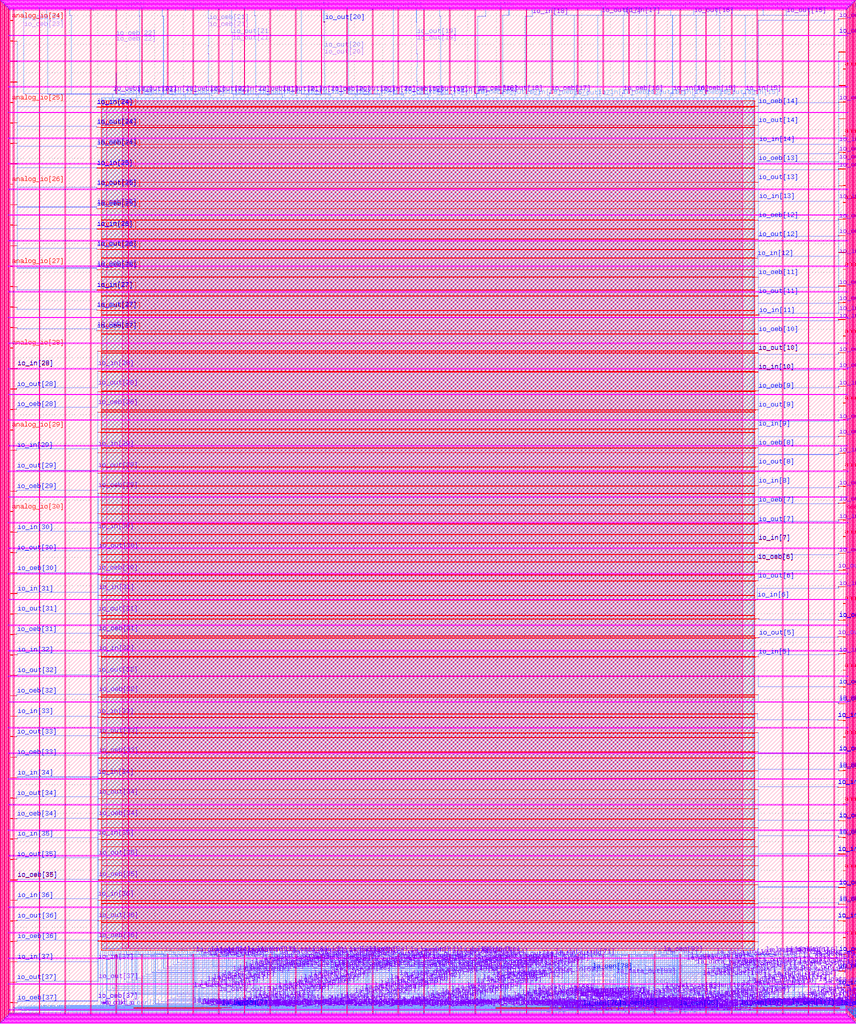
<source format=lef>
VERSION 5.7 ;
  NOWIREEXTENSIONATPIN ON ;
  DIVIDERCHAR "/" ;
  BUSBITCHARS "[]" ;
MACRO user_project_wrapper
  CLASS BLOCK ;
  FOREIGN user_project_wrapper ;
  ORIGIN 0.000 0.000 ;
  SIZE 2920.000 BY 3520.000 ;
  PIN analog_io[0]
    DIRECTION INOUT ;
    PORT
      LAYER met3 ;
        RECT 2917.600 28.980 2924.800 30.180 ;
    END
  END analog_io[0]
  PIN analog_io[10]
    DIRECTION INOUT ;
    PORT
      LAYER met3 ;
        RECT 2917.600 2374.980 2924.800 2376.180 ;
    END
  END analog_io[10]
  PIN analog_io[11]
    DIRECTION INOUT ;
    PORT
      LAYER met3 ;
        RECT 2917.600 2609.580 2924.800 2610.780 ;
    END
  END analog_io[11]
  PIN analog_io[12]
    DIRECTION INOUT ;
    PORT
      LAYER met3 ;
        RECT 2917.600 2844.180 2924.800 2845.380 ;
    END
  END analog_io[12]
  PIN analog_io[13]
    DIRECTION INOUT ;
    PORT
      LAYER met3 ;
        RECT 2917.600 3078.780 2924.800 3079.980 ;
    END
  END analog_io[13]
  PIN analog_io[14]
    DIRECTION INOUT ;
    PORT
      LAYER met3 ;
        RECT 2917.600 3313.380 2924.800 3314.580 ;
    END
  END analog_io[14]
  PIN analog_io[15]
    DIRECTION INOUT ;
    PORT
      LAYER met2 ;
        RECT 2879.090 3517.600 2879.650 3524.800 ;
    END
  END analog_io[15]
  PIN analog_io[16]
    DIRECTION INOUT ;
    PORT
      LAYER met2 ;
        RECT 2554.790 3517.600 2555.350 3524.800 ;
    END
  END analog_io[16]
  PIN analog_io[17]
    DIRECTION INOUT ;
    PORT
      LAYER met2 ;
        RECT 2230.490 3517.600 2231.050 3524.800 ;
    END
  END analog_io[17]
  PIN analog_io[18]
    DIRECTION INOUT ;
    PORT
      LAYER met2 ;
        RECT 1905.730 3517.600 1906.290 3524.800 ;
    END
  END analog_io[18]
  PIN analog_io[19]
    DIRECTION INOUT ;
    PORT
      LAYER met2 ;
        RECT 1581.430 3517.600 1581.990 3524.800 ;
    END
  END analog_io[19]
  PIN analog_io[1]
    DIRECTION INOUT ;
    PORT
      LAYER met3 ;
        RECT 2917.600 263.580 2924.800 264.780 ;
    END
  END analog_io[1]
  PIN analog_io[20]
    DIRECTION INOUT ;
    PORT
      LAYER met2 ;
        RECT 1257.130 3517.600 1257.690 3524.800 ;
    END
  END analog_io[20]
  PIN analog_io[21]
    DIRECTION INOUT ;
    PORT
      LAYER met2 ;
        RECT 932.370 3517.600 932.930 3524.800 ;
    END
  END analog_io[21]
  PIN analog_io[22]
    DIRECTION INOUT ;
    PORT
      LAYER met2 ;
        RECT 608.070 3517.600 608.630 3524.800 ;
    END
  END analog_io[22]
  PIN analog_io[23]
    DIRECTION INOUT ;
    PORT
      LAYER met2 ;
        RECT 283.770 3517.600 284.330 3524.800 ;
    END
  END analog_io[23]
  PIN analog_io[24]
    DIRECTION INOUT ;
    PORT
      LAYER met3 ;
        RECT -4.800 3482.700 2.400 3483.900 ;
    END
  END analog_io[24]
  PIN analog_io[25]
    DIRECTION INOUT ;
    PORT
      LAYER met3 ;
        RECT -4.800 3195.060 2.400 3196.260 ;
    END
  END analog_io[25]
  PIN analog_io[26]
    DIRECTION INOUT ;
    PORT
      LAYER met3 ;
        RECT -4.800 2908.100 2.400 2909.300 ;
    END
  END analog_io[26]
  PIN analog_io[27]
    DIRECTION INOUT ;
    PORT
      LAYER met3 ;
        RECT -4.800 2620.460 2.400 2621.660 ;
    END
  END analog_io[27]
  PIN analog_io[28]
    DIRECTION INOUT ;
    PORT
      LAYER met3 ;
        RECT -4.800 2333.500 2.400 2334.700 ;
    END
  END analog_io[28]
  PIN analog_io[29]
    DIRECTION INOUT ;
    PORT
      LAYER met3 ;
        RECT -4.800 2045.860 2.400 2047.060 ;
    END
  END analog_io[29]
  PIN analog_io[2]
    DIRECTION INOUT ;
    PORT
      LAYER met3 ;
        RECT 2917.600 498.180 2924.800 499.380 ;
    END
  END analog_io[2]
  PIN analog_io[30]
    DIRECTION INOUT ;
    PORT
      LAYER met3 ;
        RECT -4.800 1758.900 2.400 1760.100 ;
    END
  END analog_io[30]
  PIN analog_io[3]
    DIRECTION INOUT ;
    PORT
      LAYER met3 ;
        RECT 2917.600 732.780 2924.800 733.980 ;
    END
  END analog_io[3]
  PIN analog_io[4]
    DIRECTION INOUT ;
    PORT
      LAYER met3 ;
        RECT 2917.600 967.380 2924.800 968.580 ;
    END
  END analog_io[4]
  PIN analog_io[5]
    DIRECTION INOUT ;
    PORT
      LAYER met3 ;
        RECT 2917.600 1201.980 2924.800 1203.180 ;
    END
  END analog_io[5]
  PIN analog_io[6]
    DIRECTION INOUT ;
    PORT
      LAYER met3 ;
        RECT 2917.600 1436.580 2924.800 1437.780 ;
    END
  END analog_io[6]
  PIN analog_io[7]
    DIRECTION INOUT ;
    PORT
      LAYER met3 ;
        RECT 2917.600 1671.180 2924.800 1672.380 ;
    END
  END analog_io[7]
  PIN analog_io[8]
    DIRECTION INOUT ;
    PORT
      LAYER met3 ;
        RECT 2917.600 1905.780 2924.800 1906.980 ;
    END
  END analog_io[8]
  PIN analog_io[9]
    DIRECTION INOUT ;
    PORT
      LAYER met3 ;
        RECT 2917.600 2140.380 2924.800 2141.580 ;
    END
  END analog_io[9]
  PIN io_in[0]
    DIRECTION INPUT ;
    PORT
      LAYER met1 ;
        RECT 2618.850 89.660 2619.170 89.720 ;
        RECT 2898.990 89.660 2899.310 89.720 ;
        RECT 2618.850 89.520 2899.310 89.660 ;
        RECT 2618.850 89.460 2619.170 89.520 ;
        RECT 2898.990 89.460 2899.310 89.520 ;
      LAYER via ;
        RECT 2618.880 89.460 2619.140 89.720 ;
        RECT 2899.020 89.460 2899.280 89.720 ;
      LAYER met2 ;
        RECT 2618.870 249.715 2619.150 250.085 ;
        RECT 2618.940 89.750 2619.080 249.715 ;
        RECT 2618.880 89.430 2619.140 89.750 ;
        RECT 2899.020 89.430 2899.280 89.750 ;
        RECT 2899.080 88.245 2899.220 89.430 ;
        RECT 2899.010 87.875 2899.290 88.245 ;
      LAYER via2 ;
        RECT 2618.870 249.760 2619.150 250.040 ;
        RECT 2899.010 87.920 2899.290 88.200 ;
      LAYER met3 ;
        RECT 2618.845 250.050 2619.175 250.065 ;
        RECT 2609.580 249.960 2619.175 250.050 ;
        RECT 2606.000 249.750 2619.175 249.960 ;
        RECT 2606.000 249.360 2610.000 249.750 ;
        RECT 2618.845 249.735 2619.175 249.750 ;
        RECT 2898.985 88.210 2899.315 88.225 ;
        RECT 2917.600 88.210 2924.800 88.660 ;
        RECT 2898.985 87.910 2924.800 88.210 ;
        RECT 2898.985 87.895 2899.315 87.910 ;
        RECT 2917.600 87.460 2924.800 87.910 ;
    END
  END io_in[0]
  PIN io_in[10]
    DIRECTION INPUT ;
    PORT
      LAYER met1 ;
        RECT 2618.850 2429.200 2619.170 2429.260 ;
        RECT 2900.830 2429.200 2901.150 2429.260 ;
        RECT 2618.850 2429.060 2901.150 2429.200 ;
        RECT 2618.850 2429.000 2619.170 2429.060 ;
        RECT 2900.830 2429.000 2901.150 2429.060 ;
      LAYER via ;
        RECT 2618.880 2429.000 2619.140 2429.260 ;
        RECT 2900.860 2429.000 2901.120 2429.260 ;
      LAYER met2 ;
        RECT 2900.850 2433.875 2901.130 2434.245 ;
        RECT 2900.920 2429.290 2901.060 2433.875 ;
        RECT 2618.880 2428.970 2619.140 2429.290 ;
        RECT 2900.860 2428.970 2901.120 2429.290 ;
        RECT 2618.940 2249.965 2619.080 2428.970 ;
        RECT 2618.870 2249.595 2619.150 2249.965 ;
      LAYER via2 ;
        RECT 2900.850 2433.920 2901.130 2434.200 ;
        RECT 2618.870 2249.640 2619.150 2249.920 ;
      LAYER met3 ;
        RECT 2900.825 2434.210 2901.155 2434.225 ;
        RECT 2917.600 2434.210 2924.800 2434.660 ;
        RECT 2900.825 2433.910 2924.800 2434.210 ;
        RECT 2900.825 2433.895 2901.155 2433.910 ;
        RECT 2917.600 2433.460 2924.800 2433.910 ;
        RECT 2618.845 2249.930 2619.175 2249.945 ;
        RECT 2609.580 2249.840 2619.175 2249.930 ;
        RECT 2606.000 2249.630 2619.175 2249.840 ;
        RECT 2606.000 2249.240 2610.000 2249.630 ;
        RECT 2618.845 2249.615 2619.175 2249.630 ;
    END
  END io_in[10]
  PIN io_in[11]
    DIRECTION INPUT ;
    PORT
      LAYER met1 ;
        RECT 2621.610 2456.400 2621.930 2456.460 ;
        RECT 2901.750 2456.400 2902.070 2456.460 ;
        RECT 2621.610 2456.260 2902.070 2456.400 ;
        RECT 2621.610 2456.200 2621.930 2456.260 ;
        RECT 2901.750 2456.200 2902.070 2456.260 ;
      LAYER via ;
        RECT 2621.640 2456.200 2621.900 2456.460 ;
        RECT 2901.780 2456.200 2902.040 2456.460 ;
      LAYER met2 ;
        RECT 2901.770 2669.155 2902.050 2669.525 ;
        RECT 2901.840 2456.490 2901.980 2669.155 ;
        RECT 2621.640 2456.170 2621.900 2456.490 ;
        RECT 2901.780 2456.170 2902.040 2456.490 ;
        RECT 2621.700 2449.885 2621.840 2456.170 ;
        RECT 2621.630 2449.515 2621.910 2449.885 ;
      LAYER via2 ;
        RECT 2901.770 2669.200 2902.050 2669.480 ;
        RECT 2621.630 2449.560 2621.910 2449.840 ;
      LAYER met3 ;
        RECT 2901.745 2669.490 2902.075 2669.505 ;
        RECT 2917.600 2669.490 2924.800 2669.940 ;
        RECT 2901.745 2669.190 2924.800 2669.490 ;
        RECT 2901.745 2669.175 2902.075 2669.190 ;
        RECT 2917.600 2668.740 2924.800 2669.190 ;
        RECT 2621.605 2449.850 2621.935 2449.865 ;
        RECT 2609.580 2449.760 2621.935 2449.850 ;
        RECT 2606.000 2449.550 2621.935 2449.760 ;
        RECT 2606.000 2449.160 2610.000 2449.550 ;
        RECT 2621.605 2449.535 2621.935 2449.550 ;
    END
  END io_in[11]
  PIN io_in[12]
    DIRECTION INPUT ;
    PORT
      LAYER met1 ;
        RECT 2616.090 2656.320 2616.410 2656.380 ;
        RECT 2901.290 2656.320 2901.610 2656.380 ;
        RECT 2616.090 2656.180 2901.610 2656.320 ;
        RECT 2616.090 2656.120 2616.410 2656.180 ;
        RECT 2901.290 2656.120 2901.610 2656.180 ;
      LAYER via ;
        RECT 2616.120 2656.120 2616.380 2656.380 ;
        RECT 2901.320 2656.120 2901.580 2656.380 ;
      LAYER met2 ;
        RECT 2901.310 2903.755 2901.590 2904.125 ;
        RECT 2901.380 2656.410 2901.520 2903.755 ;
        RECT 2616.120 2656.090 2616.380 2656.410 ;
        RECT 2901.320 2656.090 2901.580 2656.410 ;
        RECT 2616.180 2649.805 2616.320 2656.090 ;
        RECT 2616.110 2649.435 2616.390 2649.805 ;
      LAYER via2 ;
        RECT 2901.310 2903.800 2901.590 2904.080 ;
        RECT 2616.110 2649.480 2616.390 2649.760 ;
      LAYER met3 ;
        RECT 2901.285 2904.090 2901.615 2904.105 ;
        RECT 2917.600 2904.090 2924.800 2904.540 ;
        RECT 2901.285 2903.790 2924.800 2904.090 ;
        RECT 2901.285 2903.775 2901.615 2903.790 ;
        RECT 2917.600 2903.340 2924.800 2903.790 ;
        RECT 2616.085 2649.770 2616.415 2649.785 ;
        RECT 2609.580 2649.680 2616.415 2649.770 ;
        RECT 2606.000 2649.470 2616.415 2649.680 ;
        RECT 2606.000 2649.080 2610.000 2649.470 ;
        RECT 2616.085 2649.455 2616.415 2649.470 ;
    END
  END io_in[12]
  PIN io_in[13]
    DIRECTION INPUT ;
    PORT
      LAYER met1 ;
        RECT 2621.610 2849.440 2621.930 2849.500 ;
        RECT 2901.750 2849.440 2902.070 2849.500 ;
        RECT 2621.610 2849.300 2902.070 2849.440 ;
        RECT 2621.610 2849.240 2621.930 2849.300 ;
        RECT 2901.750 2849.240 2902.070 2849.300 ;
      LAYER via ;
        RECT 2621.640 2849.240 2621.900 2849.500 ;
        RECT 2901.780 2849.240 2902.040 2849.500 ;
      LAYER met2 ;
        RECT 2901.770 3138.355 2902.050 3138.725 ;
        RECT 2621.630 2849.355 2621.910 2849.725 ;
        RECT 2901.840 2849.530 2901.980 3138.355 ;
        RECT 2621.640 2849.210 2621.900 2849.355 ;
        RECT 2901.780 2849.210 2902.040 2849.530 ;
      LAYER via2 ;
        RECT 2901.770 3138.400 2902.050 3138.680 ;
        RECT 2621.630 2849.400 2621.910 2849.680 ;
      LAYER met3 ;
        RECT 2901.745 3138.690 2902.075 3138.705 ;
        RECT 2917.600 3138.690 2924.800 3139.140 ;
        RECT 2901.745 3138.390 2924.800 3138.690 ;
        RECT 2901.745 3138.375 2902.075 3138.390 ;
        RECT 2917.600 3137.940 2924.800 3138.390 ;
        RECT 2621.605 2849.690 2621.935 2849.705 ;
        RECT 2609.580 2849.600 2621.935 2849.690 ;
        RECT 2606.000 2849.390 2621.935 2849.600 ;
        RECT 2606.000 2849.000 2610.000 2849.390 ;
        RECT 2621.605 2849.375 2621.935 2849.390 ;
    END
  END io_in[13]
  PIN io_in[14]
    DIRECTION INPUT ;
    PORT
      LAYER met1 ;
        RECT 2621.610 3049.700 2621.930 3049.760 ;
        RECT 2901.290 3049.700 2901.610 3049.760 ;
        RECT 2621.610 3049.560 2901.610 3049.700 ;
        RECT 2621.610 3049.500 2621.930 3049.560 ;
        RECT 2901.290 3049.500 2901.610 3049.560 ;
      LAYER via ;
        RECT 2621.640 3049.500 2621.900 3049.760 ;
        RECT 2901.320 3049.500 2901.580 3049.760 ;
      LAYER met2 ;
        RECT 2901.310 3372.955 2901.590 3373.325 ;
        RECT 2901.380 3049.790 2901.520 3372.955 ;
        RECT 2621.640 3049.645 2621.900 3049.790 ;
        RECT 2621.630 3049.275 2621.910 3049.645 ;
        RECT 2901.320 3049.470 2901.580 3049.790 ;
      LAYER via2 ;
        RECT 2901.310 3373.000 2901.590 3373.280 ;
        RECT 2621.630 3049.320 2621.910 3049.600 ;
      LAYER met3 ;
        RECT 2901.285 3373.290 2901.615 3373.305 ;
        RECT 2917.600 3373.290 2924.800 3373.740 ;
        RECT 2901.285 3372.990 2924.800 3373.290 ;
        RECT 2901.285 3372.975 2901.615 3372.990 ;
        RECT 2917.600 3372.540 2924.800 3372.990 ;
        RECT 2621.605 3049.610 2621.935 3049.625 ;
        RECT 2609.580 3049.520 2621.935 3049.610 ;
        RECT 2606.000 3049.310 2621.935 3049.520 ;
        RECT 2606.000 3048.920 2610.000 3049.310 ;
        RECT 2621.605 3049.295 2621.935 3049.310 ;
    END
  END io_in[14]
  PIN io_in[15]
    DIRECTION INPUT ;
    PORT
      LAYER met1 ;
        RECT 2573.310 3502.240 2573.630 3502.300 ;
        RECT 2798.250 3502.240 2798.570 3502.300 ;
        RECT 2573.310 3502.100 2798.570 3502.240 ;
        RECT 2573.310 3502.040 2573.630 3502.100 ;
        RECT 2798.250 3502.040 2798.570 3502.100 ;
        RECT 2566.870 3228.200 2567.190 3228.260 ;
        RECT 2573.310 3228.200 2573.630 3228.260 ;
        RECT 2566.870 3228.060 2573.630 3228.200 ;
        RECT 2566.870 3228.000 2567.190 3228.060 ;
        RECT 2573.310 3228.000 2573.630 3228.060 ;
      LAYER via ;
        RECT 2573.340 3502.040 2573.600 3502.300 ;
        RECT 2798.280 3502.040 2798.540 3502.300 ;
        RECT 2566.900 3228.000 2567.160 3228.260 ;
        RECT 2573.340 3228.000 2573.600 3228.260 ;
      LAYER met2 ;
        RECT 2798.130 3517.600 2798.690 3524.800 ;
        RECT 2798.340 3502.330 2798.480 3517.600 ;
        RECT 2573.340 3502.010 2573.600 3502.330 ;
        RECT 2798.280 3502.010 2798.540 3502.330 ;
        RECT 2573.400 3228.290 2573.540 3502.010 ;
        RECT 2566.900 3227.970 2567.160 3228.290 ;
        RECT 2573.340 3227.970 2573.600 3228.290 ;
        RECT 2566.960 3216.000 2567.100 3227.970 ;
        RECT 2566.850 3212.000 2567.130 3216.000 ;
    END
  END io_in[15]
  PIN io_in[16]
    DIRECTION INPUT ;
    PORT
      LAYER met1 ;
        RECT 2318.010 3502.240 2318.330 3502.300 ;
        RECT 2473.950 3502.240 2474.270 3502.300 ;
        RECT 2318.010 3502.100 2474.270 3502.240 ;
        RECT 2318.010 3502.040 2318.330 3502.100 ;
        RECT 2473.950 3502.040 2474.270 3502.100 ;
        RECT 2311.570 3229.220 2311.890 3229.280 ;
        RECT 2318.010 3229.220 2318.330 3229.280 ;
        RECT 2311.570 3229.080 2318.330 3229.220 ;
        RECT 2311.570 3229.020 2311.890 3229.080 ;
        RECT 2318.010 3229.020 2318.330 3229.080 ;
      LAYER via ;
        RECT 2318.040 3502.040 2318.300 3502.300 ;
        RECT 2473.980 3502.040 2474.240 3502.300 ;
        RECT 2311.600 3229.020 2311.860 3229.280 ;
        RECT 2318.040 3229.020 2318.300 3229.280 ;
      LAYER met2 ;
        RECT 2473.830 3517.600 2474.390 3524.800 ;
        RECT 2474.040 3502.330 2474.180 3517.600 ;
        RECT 2318.040 3502.010 2318.300 3502.330 ;
        RECT 2473.980 3502.010 2474.240 3502.330 ;
        RECT 2318.100 3229.310 2318.240 3502.010 ;
        RECT 2311.600 3228.990 2311.860 3229.310 ;
        RECT 2318.040 3228.990 2318.300 3229.310 ;
        RECT 2311.660 3216.000 2311.800 3228.990 ;
        RECT 2311.550 3212.000 2311.830 3216.000 ;
    END
  END io_in[16]
  PIN io_in[17]
    DIRECTION INPUT ;
    PORT
      LAYER met1 ;
        RECT 2055.810 3501.900 2056.130 3501.960 ;
        RECT 2149.190 3501.900 2149.510 3501.960 ;
        RECT 2055.810 3501.760 2149.510 3501.900 ;
        RECT 2055.810 3501.700 2056.130 3501.760 ;
        RECT 2149.190 3501.700 2149.510 3501.760 ;
      LAYER via ;
        RECT 2055.840 3501.700 2056.100 3501.960 ;
        RECT 2149.220 3501.700 2149.480 3501.960 ;
      LAYER met2 ;
        RECT 2149.070 3517.600 2149.630 3524.800 ;
        RECT 2149.280 3501.990 2149.420 3517.600 ;
        RECT 2055.840 3501.670 2056.100 3501.990 ;
        RECT 2149.220 3501.670 2149.480 3501.990 ;
        RECT 2055.900 3216.000 2056.040 3501.670 ;
        RECT 2055.790 3212.000 2056.070 3216.000 ;
    END
  END io_in[17]
  PIN io_in[18]
    DIRECTION INPUT ;
    PORT
      LAYER met1 ;
        RECT 1800.510 3498.500 1800.830 3498.560 ;
        RECT 1824.890 3498.500 1825.210 3498.560 ;
        RECT 1800.510 3498.360 1825.210 3498.500 ;
        RECT 1800.510 3498.300 1800.830 3498.360 ;
        RECT 1824.890 3498.300 1825.210 3498.360 ;
      LAYER via ;
        RECT 1800.540 3498.300 1800.800 3498.560 ;
        RECT 1824.920 3498.300 1825.180 3498.560 ;
      LAYER met2 ;
        RECT 1824.770 3517.600 1825.330 3524.800 ;
        RECT 1824.980 3498.590 1825.120 3517.600 ;
        RECT 1800.540 3498.270 1800.800 3498.590 ;
        RECT 1824.920 3498.270 1825.180 3498.590 ;
        RECT 1800.600 3216.000 1800.740 3498.270 ;
        RECT 1800.490 3212.000 1800.770 3216.000 ;
    END
  END io_in[18]
  PIN io_in[19]
    DIRECTION INPUT ;
    PORT
      LAYER met1 ;
        RECT 1500.590 3498.500 1500.910 3498.560 ;
        RECT 1503.810 3498.500 1504.130 3498.560 ;
        RECT 1500.590 3498.360 1504.130 3498.500 ;
        RECT 1500.590 3498.300 1500.910 3498.360 ;
        RECT 1503.810 3498.300 1504.130 3498.360 ;
        RECT 1503.810 3224.460 1504.130 3224.520 ;
        RECT 1544.750 3224.460 1545.070 3224.520 ;
        RECT 1503.810 3224.320 1545.070 3224.460 ;
        RECT 1503.810 3224.260 1504.130 3224.320 ;
        RECT 1544.750 3224.260 1545.070 3224.320 ;
      LAYER via ;
        RECT 1500.620 3498.300 1500.880 3498.560 ;
        RECT 1503.840 3498.300 1504.100 3498.560 ;
        RECT 1503.840 3224.260 1504.100 3224.520 ;
        RECT 1544.780 3224.260 1545.040 3224.520 ;
      LAYER met2 ;
        RECT 1500.470 3517.600 1501.030 3524.800 ;
        RECT 1500.680 3498.590 1500.820 3517.600 ;
        RECT 1500.620 3498.270 1500.880 3498.590 ;
        RECT 1503.840 3498.270 1504.100 3498.590 ;
        RECT 1503.900 3224.550 1504.040 3498.270 ;
        RECT 1503.840 3224.230 1504.100 3224.550 ;
        RECT 1544.780 3224.230 1545.040 3224.550 ;
        RECT 1544.840 3216.000 1544.980 3224.230 ;
        RECT 1544.730 3212.000 1545.010 3216.000 ;
    END
  END io_in[19]
  PIN io_in[1]
    DIRECTION INPUT ;
    PORT
      LAYER met1 ;
        RECT 2619.310 324.260 2619.630 324.320 ;
        RECT 2898.990 324.260 2899.310 324.320 ;
        RECT 2619.310 324.120 2899.310 324.260 ;
        RECT 2619.310 324.060 2619.630 324.120 ;
        RECT 2898.990 324.060 2899.310 324.120 ;
      LAYER via ;
        RECT 2619.340 324.060 2619.600 324.320 ;
        RECT 2899.020 324.060 2899.280 324.320 ;
      LAYER met2 ;
        RECT 2619.330 449.635 2619.610 450.005 ;
        RECT 2619.400 324.350 2619.540 449.635 ;
        RECT 2619.340 324.030 2619.600 324.350 ;
        RECT 2899.020 324.030 2899.280 324.350 ;
        RECT 2899.080 322.845 2899.220 324.030 ;
        RECT 2899.010 322.475 2899.290 322.845 ;
      LAYER via2 ;
        RECT 2619.330 449.680 2619.610 449.960 ;
        RECT 2899.010 322.520 2899.290 322.800 ;
      LAYER met3 ;
        RECT 2619.305 449.970 2619.635 449.985 ;
        RECT 2609.580 449.880 2619.635 449.970 ;
        RECT 2606.000 449.670 2619.635 449.880 ;
        RECT 2606.000 449.280 2610.000 449.670 ;
        RECT 2619.305 449.655 2619.635 449.670 ;
        RECT 2898.985 322.810 2899.315 322.825 ;
        RECT 2917.600 322.810 2924.800 323.260 ;
        RECT 2898.985 322.510 2924.800 322.810 ;
        RECT 2898.985 322.495 2899.315 322.510 ;
        RECT 2917.600 322.060 2924.800 322.510 ;
    END
  END io_in[1]
  PIN io_in[20]
    DIRECTION INPUT ;
    PORT
      LAYER met1 ;
        RECT 1175.830 3498.500 1176.150 3498.560 ;
        RECT 1179.510 3498.500 1179.830 3498.560 ;
        RECT 1175.830 3498.360 1179.830 3498.500 ;
        RECT 1175.830 3498.300 1176.150 3498.360 ;
        RECT 1179.510 3498.300 1179.830 3498.360 ;
        RECT 1179.510 3225.820 1179.830 3225.880 ;
        RECT 1289.450 3225.820 1289.770 3225.880 ;
        RECT 1179.510 3225.680 1289.770 3225.820 ;
        RECT 1179.510 3225.620 1179.830 3225.680 ;
        RECT 1289.450 3225.620 1289.770 3225.680 ;
      LAYER via ;
        RECT 1175.860 3498.300 1176.120 3498.560 ;
        RECT 1179.540 3498.300 1179.800 3498.560 ;
        RECT 1179.540 3225.620 1179.800 3225.880 ;
        RECT 1289.480 3225.620 1289.740 3225.880 ;
      LAYER met2 ;
        RECT 1175.710 3517.600 1176.270 3524.800 ;
        RECT 1175.920 3498.590 1176.060 3517.600 ;
        RECT 1175.860 3498.270 1176.120 3498.590 ;
        RECT 1179.540 3498.270 1179.800 3498.590 ;
        RECT 1179.600 3225.910 1179.740 3498.270 ;
        RECT 1179.540 3225.590 1179.800 3225.910 ;
        RECT 1289.480 3225.590 1289.740 3225.910 ;
        RECT 1289.540 3216.000 1289.680 3225.590 ;
        RECT 1289.430 3212.000 1289.710 3216.000 ;
    END
  END io_in[20]
  PIN io_in[21]
    DIRECTION INPUT ;
    PORT
      LAYER met1 ;
        RECT 851.530 3501.220 851.850 3501.280 ;
        RECT 855.210 3501.220 855.530 3501.280 ;
        RECT 851.530 3501.080 855.530 3501.220 ;
        RECT 851.530 3501.020 851.850 3501.080 ;
        RECT 855.210 3501.020 855.530 3501.080 ;
        RECT 855.210 3226.160 855.530 3226.220 ;
        RECT 1033.690 3226.160 1034.010 3226.220 ;
        RECT 855.210 3226.020 1034.010 3226.160 ;
        RECT 855.210 3225.960 855.530 3226.020 ;
        RECT 1033.690 3225.960 1034.010 3226.020 ;
      LAYER via ;
        RECT 851.560 3501.020 851.820 3501.280 ;
        RECT 855.240 3501.020 855.500 3501.280 ;
        RECT 855.240 3225.960 855.500 3226.220 ;
        RECT 1033.720 3225.960 1033.980 3226.220 ;
      LAYER met2 ;
        RECT 851.410 3517.600 851.970 3524.800 ;
        RECT 851.620 3501.310 851.760 3517.600 ;
        RECT 851.560 3500.990 851.820 3501.310 ;
        RECT 855.240 3500.990 855.500 3501.310 ;
        RECT 855.300 3226.250 855.440 3500.990 ;
        RECT 855.240 3225.930 855.500 3226.250 ;
        RECT 1033.720 3225.930 1033.980 3226.250 ;
        RECT 1033.780 3216.000 1033.920 3225.930 ;
        RECT 1033.670 3212.000 1033.950 3216.000 ;
    END
  END io_in[21]
  PIN io_in[22]
    DIRECTION INPUT ;
    PORT
      LAYER met1 ;
        RECT 527.230 3498.500 527.550 3498.560 ;
        RECT 530.910 3498.500 531.230 3498.560 ;
        RECT 527.230 3498.360 531.230 3498.500 ;
        RECT 527.230 3498.300 527.550 3498.360 ;
        RECT 530.910 3498.300 531.230 3498.360 ;
        RECT 530.910 3226.160 531.230 3226.220 ;
        RECT 777.930 3226.160 778.250 3226.220 ;
        RECT 530.910 3226.020 778.250 3226.160 ;
        RECT 530.910 3225.960 531.230 3226.020 ;
        RECT 777.930 3225.960 778.250 3226.020 ;
      LAYER via ;
        RECT 527.260 3498.300 527.520 3498.560 ;
        RECT 530.940 3498.300 531.200 3498.560 ;
        RECT 530.940 3225.960 531.200 3226.220 ;
        RECT 777.960 3225.960 778.220 3226.220 ;
      LAYER met2 ;
        RECT 527.110 3517.600 527.670 3524.800 ;
        RECT 527.320 3498.590 527.460 3517.600 ;
        RECT 527.260 3498.270 527.520 3498.590 ;
        RECT 530.940 3498.270 531.200 3498.590 ;
        RECT 531.000 3226.250 531.140 3498.270 ;
        RECT 530.940 3225.930 531.200 3226.250 ;
        RECT 777.960 3225.930 778.220 3226.250 ;
        RECT 778.020 3216.000 778.160 3225.930 ;
        RECT 777.910 3212.000 778.190 3216.000 ;
    END
  END io_in[22]
  PIN io_in[23]
    DIRECTION INPUT ;
    PORT
      LAYER met1 ;
        RECT 202.470 3501.900 202.790 3501.960 ;
        RECT 206.610 3501.900 206.930 3501.960 ;
        RECT 202.470 3501.760 206.930 3501.900 ;
        RECT 202.470 3501.700 202.790 3501.760 ;
        RECT 206.610 3501.700 206.930 3501.760 ;
        RECT 206.610 3226.500 206.930 3226.560 ;
        RECT 522.630 3226.500 522.950 3226.560 ;
        RECT 206.610 3226.360 522.950 3226.500 ;
        RECT 206.610 3226.300 206.930 3226.360 ;
        RECT 522.630 3226.300 522.950 3226.360 ;
      LAYER via ;
        RECT 202.500 3501.700 202.760 3501.960 ;
        RECT 206.640 3501.700 206.900 3501.960 ;
        RECT 206.640 3226.300 206.900 3226.560 ;
        RECT 522.660 3226.300 522.920 3226.560 ;
      LAYER met2 ;
        RECT 202.350 3517.600 202.910 3524.800 ;
        RECT 202.560 3501.990 202.700 3517.600 ;
        RECT 202.500 3501.670 202.760 3501.990 ;
        RECT 206.640 3501.670 206.900 3501.990 ;
        RECT 206.700 3226.590 206.840 3501.670 ;
        RECT 206.640 3226.270 206.900 3226.590 ;
        RECT 522.660 3226.270 522.920 3226.590 ;
        RECT 522.720 3216.000 522.860 3226.270 ;
        RECT 522.610 3212.000 522.890 3216.000 ;
    END
  END io_in[23]
  PIN io_in[24]
    DIRECTION INPUT ;
    PORT
      LAYER met1 ;
        RECT 17.090 3180.940 17.410 3181.000 ;
        RECT 296.770 3180.940 297.090 3181.000 ;
        RECT 17.090 3180.800 297.090 3180.940 ;
        RECT 17.090 3180.740 17.410 3180.800 ;
        RECT 296.770 3180.740 297.090 3180.800 ;
      LAYER via ;
        RECT 17.120 3180.740 17.380 3181.000 ;
        RECT 296.800 3180.740 297.060 3181.000 ;
      LAYER met2 ;
        RECT 17.110 3411.035 17.390 3411.405 ;
        RECT 17.180 3181.030 17.320 3411.035 ;
        RECT 17.120 3180.710 17.380 3181.030 ;
        RECT 296.800 3180.710 297.060 3181.030 ;
        RECT 296.860 3180.205 297.000 3180.710 ;
        RECT 296.790 3179.835 297.070 3180.205 ;
      LAYER via2 ;
        RECT 17.110 3411.080 17.390 3411.360 ;
        RECT 296.790 3179.880 297.070 3180.160 ;
      LAYER met3 ;
        RECT -4.800 3411.370 2.400 3411.820 ;
        RECT 17.085 3411.370 17.415 3411.385 ;
        RECT -4.800 3411.070 17.415 3411.370 ;
        RECT -4.800 3410.620 2.400 3411.070 ;
        RECT 17.085 3411.055 17.415 3411.070 ;
        RECT 296.765 3180.170 297.095 3180.185 ;
        RECT 296.765 3180.080 310.500 3180.170 ;
        RECT 296.765 3179.870 314.000 3180.080 ;
        RECT 296.765 3179.855 297.095 3179.870 ;
        RECT 310.000 3179.480 314.000 3179.870 ;
    END
  END io_in[24]
  PIN io_in[25]
    DIRECTION INPUT ;
    PORT
      LAYER met1 ;
        RECT 17.090 2966.740 17.410 2966.800 ;
        RECT 296.770 2966.740 297.090 2966.800 ;
        RECT 17.090 2966.600 297.090 2966.740 ;
        RECT 17.090 2966.540 17.410 2966.600 ;
        RECT 296.770 2966.540 297.090 2966.600 ;
      LAYER via ;
        RECT 17.120 2966.540 17.380 2966.800 ;
        RECT 296.800 2966.540 297.060 2966.800 ;
      LAYER met2 ;
        RECT 17.110 3124.075 17.390 3124.445 ;
        RECT 17.180 2966.830 17.320 3124.075 ;
        RECT 17.120 2966.510 17.380 2966.830 ;
        RECT 296.800 2966.510 297.060 2966.830 ;
        RECT 296.860 2966.005 297.000 2966.510 ;
        RECT 296.790 2965.635 297.070 2966.005 ;
      LAYER via2 ;
        RECT 17.110 3124.120 17.390 3124.400 ;
        RECT 296.790 2965.680 297.070 2965.960 ;
      LAYER met3 ;
        RECT -4.800 3124.410 2.400 3124.860 ;
        RECT 17.085 3124.410 17.415 3124.425 ;
        RECT -4.800 3124.110 17.415 3124.410 ;
        RECT -4.800 3123.660 2.400 3124.110 ;
        RECT 17.085 3124.095 17.415 3124.110 ;
        RECT 296.765 2965.970 297.095 2965.985 ;
        RECT 296.765 2965.880 310.500 2965.970 ;
        RECT 296.765 2965.670 314.000 2965.880 ;
        RECT 296.765 2965.655 297.095 2965.670 ;
        RECT 310.000 2965.280 314.000 2965.670 ;
    END
  END io_in[25]
  PIN io_in[26]
    DIRECTION INPUT ;
    PORT
      LAYER met1 ;
        RECT 17.090 2752.880 17.410 2752.940 ;
        RECT 296.770 2752.880 297.090 2752.940 ;
        RECT 17.090 2752.740 297.090 2752.880 ;
        RECT 17.090 2752.680 17.410 2752.740 ;
        RECT 296.770 2752.680 297.090 2752.740 ;
      LAYER via ;
        RECT 17.120 2752.680 17.380 2752.940 ;
        RECT 296.800 2752.680 297.060 2752.940 ;
      LAYER met2 ;
        RECT 17.110 2836.435 17.390 2836.805 ;
        RECT 17.180 2752.970 17.320 2836.435 ;
        RECT 17.120 2752.650 17.380 2752.970 ;
        RECT 296.800 2752.650 297.060 2752.970 ;
        RECT 296.860 2751.805 297.000 2752.650 ;
        RECT 296.790 2751.435 297.070 2751.805 ;
      LAYER via2 ;
        RECT 17.110 2836.480 17.390 2836.760 ;
        RECT 296.790 2751.480 297.070 2751.760 ;
      LAYER met3 ;
        RECT -4.800 2836.770 2.400 2837.220 ;
        RECT 17.085 2836.770 17.415 2836.785 ;
        RECT -4.800 2836.470 17.415 2836.770 ;
        RECT -4.800 2836.020 2.400 2836.470 ;
        RECT 17.085 2836.455 17.415 2836.470 ;
        RECT 296.765 2751.770 297.095 2751.785 ;
        RECT 296.765 2751.680 310.500 2751.770 ;
        RECT 296.765 2751.470 314.000 2751.680 ;
        RECT 296.765 2751.455 297.095 2751.470 ;
        RECT 310.000 2751.080 314.000 2751.470 ;
    END
  END io_in[26]
  PIN io_in[27]
    DIRECTION INPUT ;
    PORT
      LAYER met1 ;
        RECT 16.630 2539.020 16.950 2539.080 ;
        RECT 296.770 2539.020 297.090 2539.080 ;
        RECT 16.630 2538.880 297.090 2539.020 ;
        RECT 16.630 2538.820 16.950 2538.880 ;
        RECT 296.770 2538.820 297.090 2538.880 ;
      LAYER via ;
        RECT 16.660 2538.820 16.920 2539.080 ;
        RECT 296.800 2538.820 297.060 2539.080 ;
      LAYER met2 ;
        RECT 16.650 2549.475 16.930 2549.845 ;
        RECT 16.720 2539.110 16.860 2549.475 ;
        RECT 16.660 2538.790 16.920 2539.110 ;
        RECT 296.800 2538.790 297.060 2539.110 ;
        RECT 296.860 2537.605 297.000 2538.790 ;
        RECT 296.790 2537.235 297.070 2537.605 ;
      LAYER via2 ;
        RECT 16.650 2549.520 16.930 2549.800 ;
        RECT 296.790 2537.280 297.070 2537.560 ;
      LAYER met3 ;
        RECT -4.800 2549.810 2.400 2550.260 ;
        RECT 16.625 2549.810 16.955 2549.825 ;
        RECT -4.800 2549.510 16.955 2549.810 ;
        RECT -4.800 2549.060 2.400 2549.510 ;
        RECT 16.625 2549.495 16.955 2549.510 ;
        RECT 296.765 2537.570 297.095 2537.585 ;
        RECT 296.765 2537.480 310.500 2537.570 ;
        RECT 296.765 2537.270 314.000 2537.480 ;
        RECT 296.765 2537.255 297.095 2537.270 ;
        RECT 310.000 2536.880 314.000 2537.270 ;
    END
  END io_in[27]
  PIN io_in[28]
    DIRECTION INPUT ;
    PORT
      LAYER met1 ;
        RECT 17.090 2262.940 17.410 2263.000 ;
        RECT 299.990 2262.940 300.310 2263.000 ;
        RECT 17.090 2262.800 300.310 2262.940 ;
        RECT 17.090 2262.740 17.410 2262.800 ;
        RECT 299.990 2262.740 300.310 2262.800 ;
      LAYER via ;
        RECT 17.120 2262.740 17.380 2263.000 ;
        RECT 300.020 2262.740 300.280 2263.000 ;
      LAYER met2 ;
        RECT 300.010 2323.035 300.290 2323.405 ;
        RECT 300.080 2263.030 300.220 2323.035 ;
        RECT 17.120 2262.710 17.380 2263.030 ;
        RECT 300.020 2262.710 300.280 2263.030 ;
        RECT 17.180 2262.205 17.320 2262.710 ;
        RECT 17.110 2261.835 17.390 2262.205 ;
      LAYER via2 ;
        RECT 300.010 2323.080 300.290 2323.360 ;
        RECT 17.110 2261.880 17.390 2262.160 ;
      LAYER met3 ;
        RECT 299.985 2323.370 300.315 2323.385 ;
        RECT 299.985 2323.280 310.500 2323.370 ;
        RECT 299.985 2323.070 314.000 2323.280 ;
        RECT 299.985 2323.055 300.315 2323.070 ;
        RECT 310.000 2322.680 314.000 2323.070 ;
        RECT -4.800 2262.170 2.400 2262.620 ;
        RECT 17.085 2262.170 17.415 2262.185 ;
        RECT -4.800 2261.870 17.415 2262.170 ;
        RECT -4.800 2261.420 2.400 2261.870 ;
        RECT 17.085 2261.855 17.415 2261.870 ;
    END
  END io_in[28]
  PIN io_in[29]
    DIRECTION INPUT ;
    PORT
      LAYER met1 ;
        RECT 15.710 1980.060 16.030 1980.120 ;
        RECT 300.450 1980.060 300.770 1980.120 ;
        RECT 15.710 1979.920 300.770 1980.060 ;
        RECT 15.710 1979.860 16.030 1979.920 ;
        RECT 300.450 1979.860 300.770 1979.920 ;
      LAYER via ;
        RECT 15.740 1979.860 16.000 1980.120 ;
        RECT 300.480 1979.860 300.740 1980.120 ;
      LAYER met2 ;
        RECT 300.470 2108.835 300.750 2109.205 ;
        RECT 300.540 1980.150 300.680 2108.835 ;
        RECT 15.740 1979.830 16.000 1980.150 ;
        RECT 300.480 1979.830 300.740 1980.150 ;
        RECT 15.800 1975.245 15.940 1979.830 ;
        RECT 15.730 1974.875 16.010 1975.245 ;
      LAYER via2 ;
        RECT 300.470 2108.880 300.750 2109.160 ;
        RECT 15.730 1974.920 16.010 1975.200 ;
      LAYER met3 ;
        RECT 300.445 2109.170 300.775 2109.185 ;
        RECT 300.445 2109.080 310.500 2109.170 ;
        RECT 300.445 2108.870 314.000 2109.080 ;
        RECT 300.445 2108.855 300.775 2108.870 ;
        RECT 310.000 2108.480 314.000 2108.870 ;
        RECT -4.800 1975.210 2.400 1975.660 ;
        RECT 15.705 1975.210 16.035 1975.225 ;
        RECT -4.800 1974.910 16.035 1975.210 ;
        RECT -4.800 1974.460 2.400 1974.910 ;
        RECT 15.705 1974.895 16.035 1974.910 ;
    END
  END io_in[29]
  PIN io_in[2]
    DIRECTION INPUT ;
    PORT
      LAYER met1 ;
        RECT 2619.310 558.860 2619.630 558.920 ;
        RECT 2898.990 558.860 2899.310 558.920 ;
        RECT 2619.310 558.720 2899.310 558.860 ;
        RECT 2619.310 558.660 2619.630 558.720 ;
        RECT 2898.990 558.660 2899.310 558.720 ;
      LAYER via ;
        RECT 2619.340 558.660 2619.600 558.920 ;
        RECT 2899.020 558.660 2899.280 558.920 ;
      LAYER met2 ;
        RECT 2619.330 649.555 2619.610 649.925 ;
        RECT 2619.400 558.950 2619.540 649.555 ;
        RECT 2619.340 558.630 2619.600 558.950 ;
        RECT 2899.020 558.630 2899.280 558.950 ;
        RECT 2899.080 557.445 2899.220 558.630 ;
        RECT 2899.010 557.075 2899.290 557.445 ;
      LAYER via2 ;
        RECT 2619.330 649.600 2619.610 649.880 ;
        RECT 2899.010 557.120 2899.290 557.400 ;
      LAYER met3 ;
        RECT 2619.305 649.890 2619.635 649.905 ;
        RECT 2609.580 649.800 2619.635 649.890 ;
        RECT 2606.000 649.590 2619.635 649.800 ;
        RECT 2606.000 649.200 2610.000 649.590 ;
        RECT 2619.305 649.575 2619.635 649.590 ;
        RECT 2898.985 557.410 2899.315 557.425 ;
        RECT 2917.600 557.410 2924.800 557.860 ;
        RECT 2898.985 557.110 2924.800 557.410 ;
        RECT 2898.985 557.095 2899.315 557.110 ;
        RECT 2917.600 556.660 2924.800 557.110 ;
    END
  END io_in[2]
  PIN io_in[30]
    DIRECTION INPUT ;
    PORT
      LAYER met1 ;
        RECT 17.090 1690.380 17.410 1690.440 ;
        RECT 299.990 1690.380 300.310 1690.440 ;
        RECT 17.090 1690.240 300.310 1690.380 ;
        RECT 17.090 1690.180 17.410 1690.240 ;
        RECT 299.990 1690.180 300.310 1690.240 ;
      LAYER via ;
        RECT 17.120 1690.180 17.380 1690.440 ;
        RECT 300.020 1690.180 300.280 1690.440 ;
      LAYER met2 ;
        RECT 300.010 1894.635 300.290 1895.005 ;
        RECT 300.080 1690.470 300.220 1894.635 ;
        RECT 17.120 1690.150 17.380 1690.470 ;
        RECT 300.020 1690.150 300.280 1690.470 ;
        RECT 17.180 1687.605 17.320 1690.150 ;
        RECT 17.110 1687.235 17.390 1687.605 ;
      LAYER via2 ;
        RECT 300.010 1894.680 300.290 1894.960 ;
        RECT 17.110 1687.280 17.390 1687.560 ;
      LAYER met3 ;
        RECT 299.985 1894.970 300.315 1894.985 ;
        RECT 299.985 1894.880 310.500 1894.970 ;
        RECT 299.985 1894.670 314.000 1894.880 ;
        RECT 299.985 1894.655 300.315 1894.670 ;
        RECT 310.000 1894.280 314.000 1894.670 ;
        RECT -4.800 1687.570 2.400 1688.020 ;
        RECT 17.085 1687.570 17.415 1687.585 ;
        RECT -4.800 1687.270 17.415 1687.570 ;
        RECT -4.800 1686.820 2.400 1687.270 ;
        RECT 17.085 1687.255 17.415 1687.270 ;
    END
  END io_in[30]
  PIN io_in[31]
    DIRECTION INPUT ;
    PORT
      LAYER met1 ;
        RECT 17.090 1476.520 17.410 1476.580 ;
        RECT 301.370 1476.520 301.690 1476.580 ;
        RECT 17.090 1476.380 301.690 1476.520 ;
        RECT 17.090 1476.320 17.410 1476.380 ;
        RECT 301.370 1476.320 301.690 1476.380 ;
      LAYER via ;
        RECT 17.120 1476.320 17.380 1476.580 ;
        RECT 301.400 1476.320 301.660 1476.580 ;
      LAYER met2 ;
        RECT 301.390 1679.755 301.670 1680.125 ;
        RECT 301.460 1476.610 301.600 1679.755 ;
        RECT 17.120 1476.290 17.380 1476.610 ;
        RECT 301.400 1476.290 301.660 1476.610 ;
        RECT 17.180 1472.045 17.320 1476.290 ;
        RECT 17.110 1471.675 17.390 1472.045 ;
      LAYER via2 ;
        RECT 301.390 1679.800 301.670 1680.080 ;
        RECT 17.110 1471.720 17.390 1472.000 ;
      LAYER met3 ;
        RECT 301.365 1680.090 301.695 1680.105 ;
        RECT 301.365 1680.000 310.500 1680.090 ;
        RECT 301.365 1679.790 314.000 1680.000 ;
        RECT 301.365 1679.775 301.695 1679.790 ;
        RECT 310.000 1679.400 314.000 1679.790 ;
        RECT -4.800 1472.010 2.400 1472.460 ;
        RECT 17.085 1472.010 17.415 1472.025 ;
        RECT -4.800 1471.710 17.415 1472.010 ;
        RECT -4.800 1471.260 2.400 1471.710 ;
        RECT 17.085 1471.695 17.415 1471.710 ;
    END
  END io_in[31]
  PIN io_in[32]
    DIRECTION INPUT ;
    PORT
      LAYER met1 ;
        RECT 17.090 1262.660 17.410 1262.720 ;
        RECT 301.370 1262.660 301.690 1262.720 ;
        RECT 17.090 1262.520 301.690 1262.660 ;
        RECT 17.090 1262.460 17.410 1262.520 ;
        RECT 301.370 1262.460 301.690 1262.520 ;
      LAYER via ;
        RECT 17.120 1262.460 17.380 1262.720 ;
        RECT 301.400 1262.460 301.660 1262.720 ;
      LAYER met2 ;
        RECT 301.390 1465.555 301.670 1465.925 ;
        RECT 301.460 1262.750 301.600 1465.555 ;
        RECT 17.120 1262.430 17.380 1262.750 ;
        RECT 301.400 1262.430 301.660 1262.750 ;
        RECT 17.180 1256.485 17.320 1262.430 ;
        RECT 17.110 1256.115 17.390 1256.485 ;
      LAYER via2 ;
        RECT 301.390 1465.600 301.670 1465.880 ;
        RECT 17.110 1256.160 17.390 1256.440 ;
      LAYER met3 ;
        RECT 301.365 1465.890 301.695 1465.905 ;
        RECT 301.365 1465.800 310.500 1465.890 ;
        RECT 301.365 1465.590 314.000 1465.800 ;
        RECT 301.365 1465.575 301.695 1465.590 ;
        RECT 310.000 1465.200 314.000 1465.590 ;
        RECT -4.800 1256.450 2.400 1256.900 ;
        RECT 17.085 1256.450 17.415 1256.465 ;
        RECT -4.800 1256.150 17.415 1256.450 ;
        RECT -4.800 1255.700 2.400 1256.150 ;
        RECT 17.085 1256.135 17.415 1256.150 ;
    END
  END io_in[32]
  PIN io_in[33]
    DIRECTION INPUT ;
    PORT
      LAYER met1 ;
        RECT 17.090 1041.660 17.410 1041.720 ;
        RECT 299.990 1041.660 300.310 1041.720 ;
        RECT 17.090 1041.520 300.310 1041.660 ;
        RECT 17.090 1041.460 17.410 1041.520 ;
        RECT 299.990 1041.460 300.310 1041.520 ;
      LAYER via ;
        RECT 17.120 1041.460 17.380 1041.720 ;
        RECT 300.020 1041.460 300.280 1041.720 ;
      LAYER met2 ;
        RECT 300.010 1251.355 300.290 1251.725 ;
        RECT 300.080 1041.750 300.220 1251.355 ;
        RECT 17.120 1041.430 17.380 1041.750 ;
        RECT 300.020 1041.430 300.280 1041.750 ;
        RECT 17.180 1040.925 17.320 1041.430 ;
        RECT 17.110 1040.555 17.390 1040.925 ;
      LAYER via2 ;
        RECT 300.010 1251.400 300.290 1251.680 ;
        RECT 17.110 1040.600 17.390 1040.880 ;
      LAYER met3 ;
        RECT 299.985 1251.690 300.315 1251.705 ;
        RECT 299.985 1251.600 310.500 1251.690 ;
        RECT 299.985 1251.390 314.000 1251.600 ;
        RECT 299.985 1251.375 300.315 1251.390 ;
        RECT 310.000 1251.000 314.000 1251.390 ;
        RECT -4.800 1040.890 2.400 1041.340 ;
        RECT 17.085 1040.890 17.415 1040.905 ;
        RECT -4.800 1040.590 17.415 1040.890 ;
        RECT -4.800 1040.140 2.400 1040.590 ;
        RECT 17.085 1040.575 17.415 1040.590 ;
    END
  END io_in[33]
  PIN io_in[34]
    DIRECTION INPUT ;
    PORT
      LAYER met1 ;
        RECT 17.550 827.800 17.870 827.860 ;
        RECT 300.450 827.800 300.770 827.860 ;
        RECT 17.550 827.660 300.770 827.800 ;
        RECT 17.550 827.600 17.870 827.660 ;
        RECT 300.450 827.600 300.770 827.660 ;
      LAYER via ;
        RECT 17.580 827.600 17.840 827.860 ;
        RECT 300.480 827.600 300.740 827.860 ;
      LAYER met2 ;
        RECT 300.470 1037.155 300.750 1037.525 ;
        RECT 300.540 827.890 300.680 1037.155 ;
        RECT 17.580 827.570 17.840 827.890 ;
        RECT 300.480 827.570 300.740 827.890 ;
        RECT 17.640 825.365 17.780 827.570 ;
        RECT 17.570 824.995 17.850 825.365 ;
      LAYER via2 ;
        RECT 300.470 1037.200 300.750 1037.480 ;
        RECT 17.570 825.040 17.850 825.320 ;
      LAYER met3 ;
        RECT 300.445 1037.490 300.775 1037.505 ;
        RECT 300.445 1037.400 310.500 1037.490 ;
        RECT 300.445 1037.190 314.000 1037.400 ;
        RECT 300.445 1037.175 300.775 1037.190 ;
        RECT 310.000 1036.800 314.000 1037.190 ;
        RECT -4.800 825.330 2.400 825.780 ;
        RECT 17.545 825.330 17.875 825.345 ;
        RECT -4.800 825.030 17.875 825.330 ;
        RECT -4.800 824.580 2.400 825.030 ;
        RECT 17.545 825.015 17.875 825.030 ;
    END
  END io_in[34]
  PIN io_in[35]
    DIRECTION INPUT ;
    PORT
      LAYER met1 ;
        RECT 17.090 613.940 17.410 614.000 ;
        RECT 299.990 613.940 300.310 614.000 ;
        RECT 17.090 613.800 300.310 613.940 ;
        RECT 17.090 613.740 17.410 613.800 ;
        RECT 299.990 613.740 300.310 613.800 ;
      LAYER via ;
        RECT 17.120 613.740 17.380 614.000 ;
        RECT 300.020 613.740 300.280 614.000 ;
      LAYER met2 ;
        RECT 300.010 822.955 300.290 823.325 ;
        RECT 300.080 614.030 300.220 822.955 ;
        RECT 17.120 613.710 17.380 614.030 ;
        RECT 300.020 613.710 300.280 614.030 ;
        RECT 17.180 610.485 17.320 613.710 ;
        RECT 17.110 610.115 17.390 610.485 ;
      LAYER via2 ;
        RECT 300.010 823.000 300.290 823.280 ;
        RECT 17.110 610.160 17.390 610.440 ;
      LAYER met3 ;
        RECT 299.985 823.290 300.315 823.305 ;
        RECT 299.985 823.200 310.500 823.290 ;
        RECT 299.985 822.990 314.000 823.200 ;
        RECT 299.985 822.975 300.315 822.990 ;
        RECT 310.000 822.600 314.000 822.990 ;
        RECT -4.800 610.450 2.400 610.900 ;
        RECT 17.085 610.450 17.415 610.465 ;
        RECT -4.800 610.150 17.415 610.450 ;
        RECT -4.800 609.700 2.400 610.150 ;
        RECT 17.085 610.135 17.415 610.150 ;
    END
  END io_in[35]
  PIN io_in[36]
    DIRECTION INPUT ;
    PORT
      LAYER met1 ;
        RECT 17.090 400.080 17.410 400.140 ;
        RECT 300.450 400.080 300.770 400.140 ;
        RECT 17.090 399.940 300.770 400.080 ;
        RECT 17.090 399.880 17.410 399.940 ;
        RECT 300.450 399.880 300.770 399.940 ;
      LAYER via ;
        RECT 17.120 399.880 17.380 400.140 ;
        RECT 300.480 399.880 300.740 400.140 ;
      LAYER met2 ;
        RECT 300.470 608.755 300.750 609.125 ;
        RECT 300.540 400.170 300.680 608.755 ;
        RECT 17.120 399.850 17.380 400.170 ;
        RECT 300.480 399.850 300.740 400.170 ;
        RECT 17.180 394.925 17.320 399.850 ;
        RECT 17.110 394.555 17.390 394.925 ;
      LAYER via2 ;
        RECT 300.470 608.800 300.750 609.080 ;
        RECT 17.110 394.600 17.390 394.880 ;
      LAYER met3 ;
        RECT 300.445 609.090 300.775 609.105 ;
        RECT 300.445 609.000 310.500 609.090 ;
        RECT 300.445 608.790 314.000 609.000 ;
        RECT 300.445 608.775 300.775 608.790 ;
        RECT 310.000 608.400 314.000 608.790 ;
        RECT -4.800 394.890 2.400 395.340 ;
        RECT 17.085 394.890 17.415 394.905 ;
        RECT -4.800 394.590 17.415 394.890 ;
        RECT -4.800 394.140 2.400 394.590 ;
        RECT 17.085 394.575 17.415 394.590 ;
    END
  END io_in[36]
  PIN io_in[37]
    DIRECTION INPUT ;
    PORT
      LAYER met1 ;
        RECT 17.090 179.420 17.410 179.480 ;
        RECT 299.990 179.420 300.310 179.480 ;
        RECT 17.090 179.280 300.310 179.420 ;
        RECT 17.090 179.220 17.410 179.280 ;
        RECT 299.990 179.220 300.310 179.280 ;
      LAYER via ;
        RECT 17.120 179.220 17.380 179.480 ;
        RECT 300.020 179.220 300.280 179.480 ;
      LAYER met2 ;
        RECT 300.010 394.555 300.290 394.925 ;
        RECT 300.080 179.510 300.220 394.555 ;
        RECT 17.120 179.365 17.380 179.510 ;
        RECT 17.110 178.995 17.390 179.365 ;
        RECT 300.020 179.190 300.280 179.510 ;
      LAYER via2 ;
        RECT 300.010 394.600 300.290 394.880 ;
        RECT 17.110 179.040 17.390 179.320 ;
      LAYER met3 ;
        RECT 299.985 394.890 300.315 394.905 ;
        RECT 299.985 394.800 310.500 394.890 ;
        RECT 299.985 394.590 314.000 394.800 ;
        RECT 299.985 394.575 300.315 394.590 ;
        RECT 310.000 394.200 314.000 394.590 ;
        RECT -4.800 179.330 2.400 179.780 ;
        RECT 17.085 179.330 17.415 179.345 ;
        RECT -4.800 179.030 17.415 179.330 ;
        RECT -4.800 178.580 2.400 179.030 ;
        RECT 17.085 179.015 17.415 179.030 ;
    END
  END io_in[37]
  PIN io_in[3]
    DIRECTION INPUT ;
    PORT
      LAYER met1 ;
        RECT 2618.390 793.460 2618.710 793.520 ;
        RECT 2898.990 793.460 2899.310 793.520 ;
        RECT 2618.390 793.320 2899.310 793.460 ;
        RECT 2618.390 793.260 2618.710 793.320 ;
        RECT 2898.990 793.260 2899.310 793.320 ;
      LAYER via ;
        RECT 2618.420 793.260 2618.680 793.520 ;
        RECT 2899.020 793.260 2899.280 793.520 ;
      LAYER met2 ;
        RECT 2618.410 849.475 2618.690 849.845 ;
        RECT 2618.480 793.550 2618.620 849.475 ;
        RECT 2618.420 793.230 2618.680 793.550 ;
        RECT 2899.020 793.230 2899.280 793.550 ;
        RECT 2899.080 792.045 2899.220 793.230 ;
        RECT 2899.010 791.675 2899.290 792.045 ;
      LAYER via2 ;
        RECT 2618.410 849.520 2618.690 849.800 ;
        RECT 2899.010 791.720 2899.290 792.000 ;
      LAYER met3 ;
        RECT 2618.385 849.810 2618.715 849.825 ;
        RECT 2609.580 849.720 2618.715 849.810 ;
        RECT 2606.000 849.510 2618.715 849.720 ;
        RECT 2606.000 849.120 2610.000 849.510 ;
        RECT 2618.385 849.495 2618.715 849.510 ;
        RECT 2898.985 792.010 2899.315 792.025 ;
        RECT 2917.600 792.010 2924.800 792.460 ;
        RECT 2898.985 791.710 2924.800 792.010 ;
        RECT 2898.985 791.695 2899.315 791.710 ;
        RECT 2917.600 791.260 2924.800 791.710 ;
    END
  END io_in[3]
  PIN io_in[4]
    DIRECTION INPUT ;
    PORT
      LAYER met1 ;
        RECT 2617.010 1028.060 2617.330 1028.120 ;
        RECT 2898.990 1028.060 2899.310 1028.120 ;
        RECT 2617.010 1027.920 2899.310 1028.060 ;
        RECT 2617.010 1027.860 2617.330 1027.920 ;
        RECT 2898.990 1027.860 2899.310 1027.920 ;
      LAYER via ;
        RECT 2617.040 1027.860 2617.300 1028.120 ;
        RECT 2899.020 1027.860 2899.280 1028.120 ;
      LAYER met2 ;
        RECT 2617.030 1049.395 2617.310 1049.765 ;
        RECT 2617.100 1028.150 2617.240 1049.395 ;
        RECT 2617.040 1027.830 2617.300 1028.150 ;
        RECT 2899.020 1027.830 2899.280 1028.150 ;
        RECT 2899.080 1026.645 2899.220 1027.830 ;
        RECT 2899.010 1026.275 2899.290 1026.645 ;
      LAYER via2 ;
        RECT 2617.030 1049.440 2617.310 1049.720 ;
        RECT 2899.010 1026.320 2899.290 1026.600 ;
      LAYER met3 ;
        RECT 2617.005 1049.730 2617.335 1049.745 ;
        RECT 2609.580 1049.640 2617.335 1049.730 ;
        RECT 2606.000 1049.430 2617.335 1049.640 ;
        RECT 2606.000 1049.040 2610.000 1049.430 ;
        RECT 2617.005 1049.415 2617.335 1049.430 ;
        RECT 2898.985 1026.610 2899.315 1026.625 ;
        RECT 2917.600 1026.610 2924.800 1027.060 ;
        RECT 2898.985 1026.310 2924.800 1026.610 ;
        RECT 2898.985 1026.295 2899.315 1026.310 ;
        RECT 2917.600 1025.860 2924.800 1026.310 ;
    END
  END io_in[4]
  PIN io_in[5]
    DIRECTION INPUT ;
    PORT
      LAYER met1 ;
        RECT 2619.770 1256.200 2620.090 1256.260 ;
        RECT 2900.830 1256.200 2901.150 1256.260 ;
        RECT 2619.770 1256.060 2901.150 1256.200 ;
        RECT 2619.770 1256.000 2620.090 1256.060 ;
        RECT 2900.830 1256.000 2901.150 1256.060 ;
      LAYER via ;
        RECT 2619.800 1256.000 2620.060 1256.260 ;
        RECT 2900.860 1256.000 2901.120 1256.260 ;
      LAYER met2 ;
        RECT 2900.850 1260.875 2901.130 1261.245 ;
        RECT 2900.920 1256.290 2901.060 1260.875 ;
        RECT 2619.800 1255.970 2620.060 1256.290 ;
        RECT 2900.860 1255.970 2901.120 1256.290 ;
        RECT 2619.860 1249.685 2620.000 1255.970 ;
        RECT 2619.790 1249.315 2620.070 1249.685 ;
      LAYER via2 ;
        RECT 2900.850 1260.920 2901.130 1261.200 ;
        RECT 2619.790 1249.360 2620.070 1249.640 ;
      LAYER met3 ;
        RECT 2900.825 1261.210 2901.155 1261.225 ;
        RECT 2917.600 1261.210 2924.800 1261.660 ;
        RECT 2900.825 1260.910 2924.800 1261.210 ;
        RECT 2900.825 1260.895 2901.155 1260.910 ;
        RECT 2917.600 1260.460 2924.800 1260.910 ;
        RECT 2619.765 1249.650 2620.095 1249.665 ;
        RECT 2609.580 1249.560 2620.095 1249.650 ;
        RECT 2606.000 1249.350 2620.095 1249.560 ;
        RECT 2606.000 1248.960 2610.000 1249.350 ;
        RECT 2619.765 1249.335 2620.095 1249.350 ;
    END
  END io_in[5]
  PIN io_in[6]
    DIRECTION INPUT ;
    PORT
      LAYER met1 ;
        RECT 2616.090 1490.800 2616.410 1490.860 ;
        RECT 2900.830 1490.800 2901.150 1490.860 ;
        RECT 2616.090 1490.660 2901.150 1490.800 ;
        RECT 2616.090 1490.600 2616.410 1490.660 ;
        RECT 2900.830 1490.600 2901.150 1490.660 ;
      LAYER via ;
        RECT 2616.120 1490.600 2616.380 1490.860 ;
        RECT 2900.860 1490.600 2901.120 1490.860 ;
      LAYER met2 ;
        RECT 2900.850 1495.475 2901.130 1495.845 ;
        RECT 2900.920 1490.890 2901.060 1495.475 ;
        RECT 2616.120 1490.570 2616.380 1490.890 ;
        RECT 2900.860 1490.570 2901.120 1490.890 ;
        RECT 2616.180 1449.605 2616.320 1490.570 ;
        RECT 2616.110 1449.235 2616.390 1449.605 ;
      LAYER via2 ;
        RECT 2900.850 1495.520 2901.130 1495.800 ;
        RECT 2616.110 1449.280 2616.390 1449.560 ;
      LAYER met3 ;
        RECT 2900.825 1495.810 2901.155 1495.825 ;
        RECT 2917.600 1495.810 2924.800 1496.260 ;
        RECT 2900.825 1495.510 2924.800 1495.810 ;
        RECT 2900.825 1495.495 2901.155 1495.510 ;
        RECT 2917.600 1495.060 2924.800 1495.510 ;
        RECT 2616.085 1449.570 2616.415 1449.585 ;
        RECT 2609.580 1449.480 2616.415 1449.570 ;
        RECT 2606.000 1449.270 2616.415 1449.480 ;
        RECT 2606.000 1448.880 2610.000 1449.270 ;
        RECT 2616.085 1449.255 2616.415 1449.270 ;
    END
  END io_in[6]
  PIN io_in[7]
    DIRECTION INPUT ;
    PORT
      LAYER met1 ;
        RECT 2618.390 1725.400 2618.710 1725.460 ;
        RECT 2900.830 1725.400 2901.150 1725.460 ;
        RECT 2618.390 1725.260 2901.150 1725.400 ;
        RECT 2618.390 1725.200 2618.710 1725.260 ;
        RECT 2900.830 1725.200 2901.150 1725.260 ;
      LAYER via ;
        RECT 2618.420 1725.200 2618.680 1725.460 ;
        RECT 2900.860 1725.200 2901.120 1725.460 ;
      LAYER met2 ;
        RECT 2900.850 1730.075 2901.130 1730.445 ;
        RECT 2900.920 1725.490 2901.060 1730.075 ;
        RECT 2618.420 1725.170 2618.680 1725.490 ;
        RECT 2900.860 1725.170 2901.120 1725.490 ;
        RECT 2618.480 1649.525 2618.620 1725.170 ;
        RECT 2618.410 1649.155 2618.690 1649.525 ;
      LAYER via2 ;
        RECT 2900.850 1730.120 2901.130 1730.400 ;
        RECT 2618.410 1649.200 2618.690 1649.480 ;
      LAYER met3 ;
        RECT 2900.825 1730.410 2901.155 1730.425 ;
        RECT 2917.600 1730.410 2924.800 1730.860 ;
        RECT 2900.825 1730.110 2924.800 1730.410 ;
        RECT 2900.825 1730.095 2901.155 1730.110 ;
        RECT 2917.600 1729.660 2924.800 1730.110 ;
        RECT 2618.385 1649.490 2618.715 1649.505 ;
        RECT 2609.580 1649.400 2618.715 1649.490 ;
        RECT 2606.000 1649.190 2618.715 1649.400 ;
        RECT 2606.000 1648.800 2610.000 1649.190 ;
        RECT 2618.385 1649.175 2618.715 1649.190 ;
    END
  END io_in[7]
  PIN io_in[8]
    DIRECTION INPUT ;
    PORT
      LAYER met1 ;
        RECT 2618.850 1960.000 2619.170 1960.060 ;
        RECT 2900.830 1960.000 2901.150 1960.060 ;
        RECT 2618.850 1959.860 2901.150 1960.000 ;
        RECT 2618.850 1959.800 2619.170 1959.860 ;
        RECT 2900.830 1959.800 2901.150 1959.860 ;
      LAYER via ;
        RECT 2618.880 1959.800 2619.140 1960.060 ;
        RECT 2900.860 1959.800 2901.120 1960.060 ;
      LAYER met2 ;
        RECT 2900.850 1964.675 2901.130 1965.045 ;
        RECT 2900.920 1960.090 2901.060 1964.675 ;
        RECT 2618.880 1959.770 2619.140 1960.090 ;
        RECT 2900.860 1959.770 2901.120 1960.090 ;
        RECT 2618.940 1850.125 2619.080 1959.770 ;
        RECT 2618.870 1849.755 2619.150 1850.125 ;
      LAYER via2 ;
        RECT 2900.850 1964.720 2901.130 1965.000 ;
        RECT 2618.870 1849.800 2619.150 1850.080 ;
      LAYER met3 ;
        RECT 2900.825 1965.010 2901.155 1965.025 ;
        RECT 2917.600 1965.010 2924.800 1965.460 ;
        RECT 2900.825 1964.710 2924.800 1965.010 ;
        RECT 2900.825 1964.695 2901.155 1964.710 ;
        RECT 2917.600 1964.260 2924.800 1964.710 ;
        RECT 2618.845 1850.090 2619.175 1850.105 ;
        RECT 2609.580 1850.000 2619.175 1850.090 ;
        RECT 2606.000 1849.790 2619.175 1850.000 ;
        RECT 2606.000 1849.400 2610.000 1849.790 ;
        RECT 2618.845 1849.775 2619.175 1849.790 ;
    END
  END io_in[8]
  PIN io_in[9]
    DIRECTION INPUT ;
    PORT
      LAYER met1 ;
        RECT 2618.390 2194.600 2618.710 2194.660 ;
        RECT 2900.830 2194.600 2901.150 2194.660 ;
        RECT 2618.390 2194.460 2901.150 2194.600 ;
        RECT 2618.390 2194.400 2618.710 2194.460 ;
        RECT 2900.830 2194.400 2901.150 2194.460 ;
      LAYER via ;
        RECT 2618.420 2194.400 2618.680 2194.660 ;
        RECT 2900.860 2194.400 2901.120 2194.660 ;
      LAYER met2 ;
        RECT 2900.850 2199.275 2901.130 2199.645 ;
        RECT 2900.920 2194.690 2901.060 2199.275 ;
        RECT 2618.420 2194.370 2618.680 2194.690 ;
        RECT 2900.860 2194.370 2901.120 2194.690 ;
        RECT 2618.480 2050.045 2618.620 2194.370 ;
        RECT 2618.410 2049.675 2618.690 2050.045 ;
      LAYER via2 ;
        RECT 2900.850 2199.320 2901.130 2199.600 ;
        RECT 2618.410 2049.720 2618.690 2050.000 ;
      LAYER met3 ;
        RECT 2900.825 2199.610 2901.155 2199.625 ;
        RECT 2917.600 2199.610 2924.800 2200.060 ;
        RECT 2900.825 2199.310 2924.800 2199.610 ;
        RECT 2900.825 2199.295 2901.155 2199.310 ;
        RECT 2917.600 2198.860 2924.800 2199.310 ;
        RECT 2618.385 2050.010 2618.715 2050.025 ;
        RECT 2609.580 2049.920 2618.715 2050.010 ;
        RECT 2606.000 2049.710 2618.715 2049.920 ;
        RECT 2606.000 2049.320 2610.000 2049.710 ;
        RECT 2618.385 2049.695 2618.715 2049.710 ;
    END
  END io_in[9]
  PIN io_oeb[0]
    DIRECTION OUTPUT TRISTATE ;
    PORT
      LAYER met1 ;
        RECT 2618.390 206.960 2618.710 207.020 ;
        RECT 2900.830 206.960 2901.150 207.020 ;
        RECT 2618.390 206.820 2901.150 206.960 ;
        RECT 2618.390 206.760 2618.710 206.820 ;
        RECT 2900.830 206.760 2901.150 206.820 ;
      LAYER via ;
        RECT 2618.420 206.760 2618.680 207.020 ;
        RECT 2900.860 206.760 2901.120 207.020 ;
      LAYER met2 ;
        RECT 2618.410 382.995 2618.690 383.365 ;
        RECT 2618.480 207.050 2618.620 382.995 ;
        RECT 2618.420 206.730 2618.680 207.050 ;
        RECT 2900.860 206.730 2901.120 207.050 ;
        RECT 2900.920 205.205 2901.060 206.730 ;
        RECT 2900.850 204.835 2901.130 205.205 ;
      LAYER via2 ;
        RECT 2618.410 383.040 2618.690 383.320 ;
        RECT 2900.850 204.880 2901.130 205.160 ;
      LAYER met3 ;
        RECT 2618.385 383.330 2618.715 383.345 ;
        RECT 2609.580 383.240 2618.715 383.330 ;
        RECT 2606.000 383.030 2618.715 383.240 ;
        RECT 2606.000 382.640 2610.000 383.030 ;
        RECT 2618.385 383.015 2618.715 383.030 ;
        RECT 2900.825 205.170 2901.155 205.185 ;
        RECT 2917.600 205.170 2924.800 205.620 ;
        RECT 2900.825 204.870 2924.800 205.170 ;
        RECT 2900.825 204.855 2901.155 204.870 ;
        RECT 2917.600 204.420 2924.800 204.870 ;
    END
  END io_oeb[0]
  PIN io_oeb[10]
    DIRECTION OUTPUT TRISTATE ;
    PORT
      LAYER met1 ;
        RECT 2619.310 2546.500 2619.630 2546.560 ;
        RECT 2900.830 2546.500 2901.150 2546.560 ;
        RECT 2619.310 2546.360 2901.150 2546.500 ;
        RECT 2619.310 2546.300 2619.630 2546.360 ;
        RECT 2900.830 2546.300 2901.150 2546.360 ;
      LAYER via ;
        RECT 2619.340 2546.300 2619.600 2546.560 ;
        RECT 2900.860 2546.300 2901.120 2546.560 ;
      LAYER met2 ;
        RECT 2900.850 2551.515 2901.130 2551.885 ;
        RECT 2900.920 2546.590 2901.060 2551.515 ;
        RECT 2619.340 2546.270 2619.600 2546.590 ;
        RECT 2900.860 2546.270 2901.120 2546.590 ;
        RECT 2619.400 2383.245 2619.540 2546.270 ;
        RECT 2619.330 2382.875 2619.610 2383.245 ;
      LAYER via2 ;
        RECT 2900.850 2551.560 2901.130 2551.840 ;
        RECT 2619.330 2382.920 2619.610 2383.200 ;
      LAYER met3 ;
        RECT 2900.825 2551.850 2901.155 2551.865 ;
        RECT 2917.600 2551.850 2924.800 2552.300 ;
        RECT 2900.825 2551.550 2924.800 2551.850 ;
        RECT 2900.825 2551.535 2901.155 2551.550 ;
        RECT 2917.600 2551.100 2924.800 2551.550 ;
        RECT 2619.305 2383.210 2619.635 2383.225 ;
        RECT 2609.580 2383.120 2619.635 2383.210 ;
        RECT 2606.000 2382.910 2619.635 2383.120 ;
        RECT 2606.000 2382.520 2610.000 2382.910 ;
        RECT 2619.305 2382.895 2619.635 2382.910 ;
    END
  END io_oeb[10]
  PIN io_oeb[11]
    DIRECTION OUTPUT TRISTATE ;
    PORT
      LAYER met1 ;
        RECT 2619.310 2781.100 2619.630 2781.160 ;
        RECT 2900.830 2781.100 2901.150 2781.160 ;
        RECT 2619.310 2780.960 2901.150 2781.100 ;
        RECT 2619.310 2780.900 2619.630 2780.960 ;
        RECT 2900.830 2780.900 2901.150 2780.960 ;
      LAYER via ;
        RECT 2619.340 2780.900 2619.600 2781.160 ;
        RECT 2900.860 2780.900 2901.120 2781.160 ;
      LAYER met2 ;
        RECT 2900.850 2786.115 2901.130 2786.485 ;
        RECT 2900.920 2781.190 2901.060 2786.115 ;
        RECT 2619.340 2780.870 2619.600 2781.190 ;
        RECT 2900.860 2780.870 2901.120 2781.190 ;
        RECT 2619.400 2583.165 2619.540 2780.870 ;
        RECT 2619.330 2582.795 2619.610 2583.165 ;
      LAYER via2 ;
        RECT 2900.850 2786.160 2901.130 2786.440 ;
        RECT 2619.330 2582.840 2619.610 2583.120 ;
      LAYER met3 ;
        RECT 2900.825 2786.450 2901.155 2786.465 ;
        RECT 2917.600 2786.450 2924.800 2786.900 ;
        RECT 2900.825 2786.150 2924.800 2786.450 ;
        RECT 2900.825 2786.135 2901.155 2786.150 ;
        RECT 2917.600 2785.700 2924.800 2786.150 ;
        RECT 2619.305 2583.130 2619.635 2583.145 ;
        RECT 2609.580 2583.040 2619.635 2583.130 ;
        RECT 2606.000 2582.830 2619.635 2583.040 ;
        RECT 2606.000 2582.440 2610.000 2582.830 ;
        RECT 2619.305 2582.815 2619.635 2582.830 ;
    END
  END io_oeb[11]
  PIN io_oeb[12]
    DIRECTION OUTPUT TRISTATE ;
    PORT
      LAYER met1 ;
        RECT 2618.850 3015.700 2619.170 3015.760 ;
        RECT 2900.830 3015.700 2901.150 3015.760 ;
        RECT 2618.850 3015.560 2901.150 3015.700 ;
        RECT 2618.850 3015.500 2619.170 3015.560 ;
        RECT 2900.830 3015.500 2901.150 3015.560 ;
      LAYER via ;
        RECT 2618.880 3015.500 2619.140 3015.760 ;
        RECT 2900.860 3015.500 2901.120 3015.760 ;
      LAYER met2 ;
        RECT 2900.850 3020.715 2901.130 3021.085 ;
        RECT 2900.920 3015.790 2901.060 3020.715 ;
        RECT 2618.880 3015.470 2619.140 3015.790 ;
        RECT 2900.860 3015.470 2901.120 3015.790 ;
        RECT 2618.940 2783.085 2619.080 3015.470 ;
        RECT 2618.870 2782.715 2619.150 2783.085 ;
      LAYER via2 ;
        RECT 2900.850 3020.760 2901.130 3021.040 ;
        RECT 2618.870 2782.760 2619.150 2783.040 ;
      LAYER met3 ;
        RECT 2900.825 3021.050 2901.155 3021.065 ;
        RECT 2917.600 3021.050 2924.800 3021.500 ;
        RECT 2900.825 3020.750 2924.800 3021.050 ;
        RECT 2900.825 3020.735 2901.155 3020.750 ;
        RECT 2917.600 3020.300 2924.800 3020.750 ;
        RECT 2618.845 2783.050 2619.175 2783.065 ;
        RECT 2609.580 2782.960 2619.175 2783.050 ;
        RECT 2606.000 2782.750 2619.175 2782.960 ;
        RECT 2606.000 2782.360 2610.000 2782.750 ;
        RECT 2618.845 2782.735 2619.175 2782.750 ;
    END
  END io_oeb[12]
  PIN io_oeb[13]
    DIRECTION OUTPUT TRISTATE ;
    PORT
      LAYER met1 ;
        RECT 2618.390 2987.480 2618.710 2987.540 ;
        RECT 2902.210 2987.480 2902.530 2987.540 ;
        RECT 2618.390 2987.340 2902.530 2987.480 ;
        RECT 2618.390 2987.280 2618.710 2987.340 ;
        RECT 2902.210 2987.280 2902.530 2987.340 ;
      LAYER via ;
        RECT 2618.420 2987.280 2618.680 2987.540 ;
        RECT 2902.240 2987.280 2902.500 2987.540 ;
      LAYER met2 ;
        RECT 2902.230 3255.315 2902.510 3255.685 ;
        RECT 2902.300 2987.570 2902.440 3255.315 ;
        RECT 2618.420 2987.250 2618.680 2987.570 ;
        RECT 2902.240 2987.250 2902.500 2987.570 ;
        RECT 2618.480 2983.005 2618.620 2987.250 ;
        RECT 2618.410 2982.635 2618.690 2983.005 ;
      LAYER via2 ;
        RECT 2902.230 3255.360 2902.510 3255.640 ;
        RECT 2618.410 2982.680 2618.690 2982.960 ;
      LAYER met3 ;
        RECT 2902.205 3255.650 2902.535 3255.665 ;
        RECT 2917.600 3255.650 2924.800 3256.100 ;
        RECT 2902.205 3255.350 2924.800 3255.650 ;
        RECT 2902.205 3255.335 2902.535 3255.350 ;
        RECT 2917.600 3254.900 2924.800 3255.350 ;
        RECT 2618.385 2982.970 2618.715 2982.985 ;
        RECT 2609.580 2982.880 2618.715 2982.970 ;
        RECT 2606.000 2982.670 2618.715 2982.880 ;
        RECT 2606.000 2982.280 2610.000 2982.670 ;
        RECT 2618.385 2982.655 2618.715 2982.670 ;
    END
  END io_oeb[13]
  PIN io_oeb[14]
    DIRECTION OUTPUT TRISTATE ;
    PORT
      LAYER met1 ;
        RECT 2618.850 3484.900 2619.170 3484.960 ;
        RECT 2900.830 3484.900 2901.150 3484.960 ;
        RECT 2618.850 3484.760 2901.150 3484.900 ;
        RECT 2618.850 3484.700 2619.170 3484.760 ;
        RECT 2900.830 3484.700 2901.150 3484.760 ;
      LAYER via ;
        RECT 2618.880 3484.700 2619.140 3484.960 ;
        RECT 2900.860 3484.700 2901.120 3484.960 ;
      LAYER met2 ;
        RECT 2900.850 3489.915 2901.130 3490.285 ;
        RECT 2900.920 3484.990 2901.060 3489.915 ;
        RECT 2618.880 3484.670 2619.140 3484.990 ;
        RECT 2900.860 3484.670 2901.120 3484.990 ;
        RECT 2618.940 3182.925 2619.080 3484.670 ;
        RECT 2618.870 3182.555 2619.150 3182.925 ;
      LAYER via2 ;
        RECT 2900.850 3489.960 2901.130 3490.240 ;
        RECT 2618.870 3182.600 2619.150 3182.880 ;
      LAYER met3 ;
        RECT 2900.825 3490.250 2901.155 3490.265 ;
        RECT 2917.600 3490.250 2924.800 3490.700 ;
        RECT 2900.825 3489.950 2924.800 3490.250 ;
        RECT 2900.825 3489.935 2901.155 3489.950 ;
        RECT 2917.600 3489.500 2924.800 3489.950 ;
        RECT 2618.845 3182.890 2619.175 3182.905 ;
        RECT 2609.580 3182.800 2619.175 3182.890 ;
        RECT 2606.000 3182.590 2619.175 3182.800 ;
        RECT 2606.000 3182.200 2610.000 3182.590 ;
        RECT 2618.845 3182.575 2619.175 3182.590 ;
    END
  END io_oeb[14]
  PIN io_oeb[15]
    DIRECTION OUTPUT TRISTATE ;
    PORT
      LAYER met1 ;
        RECT 2400.810 3501.560 2401.130 3501.620 ;
        RECT 2635.870 3501.560 2636.190 3501.620 ;
        RECT 2400.810 3501.420 2636.190 3501.560 ;
        RECT 2400.810 3501.360 2401.130 3501.420 ;
        RECT 2635.870 3501.360 2636.190 3501.420 ;
        RECT 2396.670 3229.220 2396.990 3229.280 ;
        RECT 2400.810 3229.220 2401.130 3229.280 ;
        RECT 2396.670 3229.080 2401.130 3229.220 ;
        RECT 2396.670 3229.020 2396.990 3229.080 ;
        RECT 2400.810 3229.020 2401.130 3229.080 ;
      LAYER via ;
        RECT 2400.840 3501.360 2401.100 3501.620 ;
        RECT 2635.900 3501.360 2636.160 3501.620 ;
        RECT 2396.700 3229.020 2396.960 3229.280 ;
        RECT 2400.840 3229.020 2401.100 3229.280 ;
      LAYER met2 ;
        RECT 2635.750 3517.600 2636.310 3524.800 ;
        RECT 2635.960 3501.650 2636.100 3517.600 ;
        RECT 2400.840 3501.330 2401.100 3501.650 ;
        RECT 2635.900 3501.330 2636.160 3501.650 ;
        RECT 2400.900 3229.310 2401.040 3501.330 ;
        RECT 2396.700 3228.990 2396.960 3229.310 ;
        RECT 2400.840 3228.990 2401.100 3229.310 ;
        RECT 2396.760 3216.000 2396.900 3228.990 ;
        RECT 2396.650 3212.000 2396.930 3216.000 ;
    END
  END io_oeb[15]
  PIN io_oeb[16]
    DIRECTION OUTPUT TRISTATE ;
    PORT
      LAYER met1 ;
        RECT 2145.510 3501.560 2145.830 3501.620 ;
        RECT 2311.570 3501.560 2311.890 3501.620 ;
        RECT 2145.510 3501.420 2311.890 3501.560 ;
        RECT 2145.510 3501.360 2145.830 3501.420 ;
        RECT 2311.570 3501.360 2311.890 3501.420 ;
        RECT 2140.910 3229.220 2141.230 3229.280 ;
        RECT 2145.510 3229.220 2145.830 3229.280 ;
        RECT 2140.910 3229.080 2145.830 3229.220 ;
        RECT 2140.910 3229.020 2141.230 3229.080 ;
        RECT 2145.510 3229.020 2145.830 3229.080 ;
      LAYER via ;
        RECT 2145.540 3501.360 2145.800 3501.620 ;
        RECT 2311.600 3501.360 2311.860 3501.620 ;
        RECT 2140.940 3229.020 2141.200 3229.280 ;
        RECT 2145.540 3229.020 2145.800 3229.280 ;
      LAYER met2 ;
        RECT 2311.450 3517.600 2312.010 3524.800 ;
        RECT 2311.660 3501.650 2311.800 3517.600 ;
        RECT 2145.540 3501.330 2145.800 3501.650 ;
        RECT 2311.600 3501.330 2311.860 3501.650 ;
        RECT 2145.600 3229.310 2145.740 3501.330 ;
        RECT 2140.940 3228.990 2141.200 3229.310 ;
        RECT 2145.540 3228.990 2145.800 3229.310 ;
        RECT 2141.000 3216.000 2141.140 3228.990 ;
        RECT 2140.890 3212.000 2141.170 3216.000 ;
    END
  END io_oeb[16]
  PIN io_oeb[17]
    DIRECTION OUTPUT TRISTATE ;
    PORT
      LAYER met1 ;
        RECT 1890.210 3501.560 1890.530 3501.620 ;
        RECT 1987.270 3501.560 1987.590 3501.620 ;
        RECT 1890.210 3501.420 1987.590 3501.560 ;
        RECT 1890.210 3501.360 1890.530 3501.420 ;
        RECT 1987.270 3501.360 1987.590 3501.420 ;
        RECT 1885.610 3229.220 1885.930 3229.280 ;
        RECT 1890.210 3229.220 1890.530 3229.280 ;
        RECT 1885.610 3229.080 1890.530 3229.220 ;
        RECT 1885.610 3229.020 1885.930 3229.080 ;
        RECT 1890.210 3229.020 1890.530 3229.080 ;
      LAYER via ;
        RECT 1890.240 3501.360 1890.500 3501.620 ;
        RECT 1987.300 3501.360 1987.560 3501.620 ;
        RECT 1885.640 3229.020 1885.900 3229.280 ;
        RECT 1890.240 3229.020 1890.500 3229.280 ;
      LAYER met2 ;
        RECT 1987.150 3517.600 1987.710 3524.800 ;
        RECT 1987.360 3501.650 1987.500 3517.600 ;
        RECT 1890.240 3501.330 1890.500 3501.650 ;
        RECT 1987.300 3501.330 1987.560 3501.650 ;
        RECT 1890.300 3229.310 1890.440 3501.330 ;
        RECT 1885.640 3228.990 1885.900 3229.310 ;
        RECT 1890.240 3228.990 1890.500 3229.310 ;
        RECT 1885.700 3216.000 1885.840 3228.990 ;
        RECT 1885.590 3212.000 1885.870 3216.000 ;
    END
  END io_oeb[17]
  PIN io_oeb[18]
    DIRECTION OUTPUT TRISTATE ;
    PORT
      LAYER met1 ;
        RECT 1634.910 3498.500 1635.230 3498.560 ;
        RECT 1662.510 3498.500 1662.830 3498.560 ;
        RECT 1634.910 3498.360 1662.830 3498.500 ;
        RECT 1634.910 3498.300 1635.230 3498.360 ;
        RECT 1662.510 3498.300 1662.830 3498.360 ;
        RECT 1629.850 3227.520 1630.170 3227.580 ;
        RECT 1634.910 3227.520 1635.230 3227.580 ;
        RECT 1629.850 3227.380 1635.230 3227.520 ;
        RECT 1629.850 3227.320 1630.170 3227.380 ;
        RECT 1634.910 3227.320 1635.230 3227.380 ;
      LAYER via ;
        RECT 1634.940 3498.300 1635.200 3498.560 ;
        RECT 1662.540 3498.300 1662.800 3498.560 ;
        RECT 1629.880 3227.320 1630.140 3227.580 ;
        RECT 1634.940 3227.320 1635.200 3227.580 ;
      LAYER met2 ;
        RECT 1662.390 3517.600 1662.950 3524.800 ;
        RECT 1662.600 3498.590 1662.740 3517.600 ;
        RECT 1634.940 3498.270 1635.200 3498.590 ;
        RECT 1662.540 3498.270 1662.800 3498.590 ;
        RECT 1635.000 3227.610 1635.140 3498.270 ;
        RECT 1629.880 3227.290 1630.140 3227.610 ;
        RECT 1634.940 3227.290 1635.200 3227.610 ;
        RECT 1629.940 3216.000 1630.080 3227.290 ;
        RECT 1629.830 3212.000 1630.110 3216.000 ;
    END
  END io_oeb[18]
  PIN io_oeb[19]
    DIRECTION OUTPUT TRISTATE ;
    PORT
      LAYER met1 ;
        RECT 1338.210 3225.820 1338.530 3225.880 ;
        RECT 1374.550 3225.820 1374.870 3225.880 ;
        RECT 1338.210 3225.680 1374.870 3225.820 ;
        RECT 1338.210 3225.620 1338.530 3225.680 ;
        RECT 1374.550 3225.620 1374.870 3225.680 ;
      LAYER via ;
        RECT 1338.240 3225.620 1338.500 3225.880 ;
        RECT 1374.580 3225.620 1374.840 3225.880 ;
      LAYER met2 ;
        RECT 1338.090 3517.600 1338.650 3524.800 ;
        RECT 1338.300 3225.910 1338.440 3517.600 ;
        RECT 1338.240 3225.590 1338.500 3225.910 ;
        RECT 1374.580 3225.590 1374.840 3225.910 ;
        RECT 1374.640 3216.000 1374.780 3225.590 ;
        RECT 1374.530 3212.000 1374.810 3216.000 ;
    END
  END io_oeb[19]
  PIN io_oeb[1]
    DIRECTION OUTPUT TRISTATE ;
    PORT
      LAYER met1 ;
        RECT 2618.390 441.560 2618.710 441.620 ;
        RECT 2900.830 441.560 2901.150 441.620 ;
        RECT 2618.390 441.420 2901.150 441.560 ;
        RECT 2618.390 441.360 2618.710 441.420 ;
        RECT 2900.830 441.360 2901.150 441.420 ;
      LAYER via ;
        RECT 2618.420 441.360 2618.680 441.620 ;
        RECT 2900.860 441.360 2901.120 441.620 ;
      LAYER met2 ;
        RECT 2618.410 582.915 2618.690 583.285 ;
        RECT 2618.480 441.650 2618.620 582.915 ;
        RECT 2618.420 441.330 2618.680 441.650 ;
        RECT 2900.860 441.330 2901.120 441.650 ;
        RECT 2900.920 439.805 2901.060 441.330 ;
        RECT 2900.850 439.435 2901.130 439.805 ;
      LAYER via2 ;
        RECT 2618.410 582.960 2618.690 583.240 ;
        RECT 2900.850 439.480 2901.130 439.760 ;
      LAYER met3 ;
        RECT 2618.385 583.250 2618.715 583.265 ;
        RECT 2609.580 583.160 2618.715 583.250 ;
        RECT 2606.000 582.950 2618.715 583.160 ;
        RECT 2606.000 582.560 2610.000 582.950 ;
        RECT 2618.385 582.935 2618.715 582.950 ;
        RECT 2900.825 439.770 2901.155 439.785 ;
        RECT 2917.600 439.770 2924.800 440.220 ;
        RECT 2900.825 439.470 2924.800 439.770 ;
        RECT 2900.825 439.455 2901.155 439.470 ;
        RECT 2917.600 439.020 2924.800 439.470 ;
    END
  END io_oeb[1]
  PIN io_oeb[20]
    DIRECTION OUTPUT TRISTATE ;
    PORT
      LAYER met1 ;
        RECT 1013.910 3225.820 1014.230 3225.880 ;
        RECT 1118.790 3225.820 1119.110 3225.880 ;
        RECT 1013.910 3225.680 1119.110 3225.820 ;
        RECT 1013.910 3225.620 1014.230 3225.680 ;
        RECT 1118.790 3225.620 1119.110 3225.680 ;
      LAYER via ;
        RECT 1013.940 3225.620 1014.200 3225.880 ;
        RECT 1118.820 3225.620 1119.080 3225.880 ;
      LAYER met2 ;
        RECT 1013.790 3517.600 1014.350 3524.800 ;
        RECT 1014.000 3225.910 1014.140 3517.600 ;
        RECT 1013.940 3225.590 1014.200 3225.910 ;
        RECT 1118.820 3225.590 1119.080 3225.910 ;
        RECT 1118.880 3216.000 1119.020 3225.590 ;
        RECT 1118.770 3212.000 1119.050 3216.000 ;
    END
  END io_oeb[20]
  PIN io_oeb[21]
    DIRECTION OUTPUT TRISTATE ;
    PORT
      LAYER li1 ;
        RECT 689.225 3429.325 689.395 3477.435 ;
      LAYER mcon ;
        RECT 689.225 3477.265 689.395 3477.435 ;
      LAYER met1 ;
        RECT 688.690 3491.360 689.010 3491.420 ;
        RECT 689.610 3491.360 689.930 3491.420 ;
        RECT 688.690 3491.220 689.930 3491.360 ;
        RECT 688.690 3491.160 689.010 3491.220 ;
        RECT 689.610 3491.160 689.930 3491.220 ;
        RECT 689.165 3477.420 689.455 3477.465 ;
        RECT 689.610 3477.420 689.930 3477.480 ;
        RECT 689.165 3477.280 689.930 3477.420 ;
        RECT 689.165 3477.235 689.455 3477.280 ;
        RECT 689.610 3477.220 689.930 3477.280 ;
        RECT 689.150 3429.480 689.470 3429.540 ;
        RECT 688.955 3429.340 689.470 3429.480 ;
        RECT 689.150 3429.280 689.470 3429.340 ;
        RECT 689.150 3395.140 689.470 3395.200 ;
        RECT 688.780 3395.000 689.470 3395.140 ;
        RECT 688.780 3394.860 688.920 3395.000 ;
        RECT 689.150 3394.940 689.470 3395.000 ;
        RECT 688.690 3394.600 689.010 3394.860 ;
        RECT 688.690 3367.600 689.010 3367.660 ;
        RECT 689.610 3367.600 689.930 3367.660 ;
        RECT 688.690 3367.460 689.930 3367.600 ;
        RECT 688.690 3367.400 689.010 3367.460 ;
        RECT 689.610 3367.400 689.930 3367.460 ;
        RECT 688.690 3270.700 689.010 3270.760 ;
        RECT 689.610 3270.700 689.930 3270.760 ;
        RECT 688.690 3270.560 689.930 3270.700 ;
        RECT 688.690 3270.500 689.010 3270.560 ;
        RECT 689.610 3270.500 689.930 3270.560 ;
        RECT 689.610 3226.500 689.930 3226.560 ;
        RECT 863.490 3226.500 863.810 3226.560 ;
        RECT 689.610 3226.360 863.810 3226.500 ;
        RECT 689.610 3226.300 689.930 3226.360 ;
        RECT 863.490 3226.300 863.810 3226.360 ;
      LAYER via ;
        RECT 688.720 3491.160 688.980 3491.420 ;
        RECT 689.640 3491.160 689.900 3491.420 ;
        RECT 689.640 3477.220 689.900 3477.480 ;
        RECT 689.180 3429.280 689.440 3429.540 ;
        RECT 689.180 3394.940 689.440 3395.200 ;
        RECT 688.720 3394.600 688.980 3394.860 ;
        RECT 688.720 3367.400 688.980 3367.660 ;
        RECT 689.640 3367.400 689.900 3367.660 ;
        RECT 688.720 3270.500 688.980 3270.760 ;
        RECT 689.640 3270.500 689.900 3270.760 ;
        RECT 689.640 3226.300 689.900 3226.560 ;
        RECT 863.520 3226.300 863.780 3226.560 ;
      LAYER met2 ;
        RECT 689.030 3517.600 689.590 3524.800 ;
        RECT 689.240 3517.370 689.380 3517.600 ;
        RECT 688.780 3517.230 689.380 3517.370 ;
        RECT 688.780 3491.450 688.920 3517.230 ;
        RECT 688.720 3491.130 688.980 3491.450 ;
        RECT 689.640 3491.130 689.900 3491.450 ;
        RECT 689.700 3477.510 689.840 3491.130 ;
        RECT 689.640 3477.190 689.900 3477.510 ;
        RECT 689.180 3429.250 689.440 3429.570 ;
        RECT 689.240 3395.230 689.380 3429.250 ;
        RECT 689.180 3394.910 689.440 3395.230 ;
        RECT 688.720 3394.570 688.980 3394.890 ;
        RECT 688.780 3367.690 688.920 3394.570 ;
        RECT 688.720 3367.370 688.980 3367.690 ;
        RECT 689.640 3367.370 689.900 3367.690 ;
        RECT 689.700 3318.810 689.840 3367.370 ;
        RECT 688.780 3318.670 689.840 3318.810 ;
        RECT 688.780 3270.790 688.920 3318.670 ;
        RECT 688.720 3270.470 688.980 3270.790 ;
        RECT 689.640 3270.470 689.900 3270.790 ;
        RECT 689.700 3226.590 689.840 3270.470 ;
        RECT 689.640 3226.270 689.900 3226.590 ;
        RECT 863.520 3226.270 863.780 3226.590 ;
        RECT 863.580 3216.000 863.720 3226.270 ;
        RECT 863.470 3212.000 863.750 3216.000 ;
    END
  END io_oeb[21]
  PIN io_oeb[22]
    DIRECTION OUTPUT TRISTATE ;
    PORT
      LAYER li1 ;
        RECT 362.625 3422.865 362.795 3470.635 ;
        RECT 364.005 3380.365 364.175 3422.355 ;
      LAYER mcon ;
        RECT 362.625 3470.465 362.795 3470.635 ;
        RECT 364.005 3422.185 364.175 3422.355 ;
      LAYER met1 ;
        RECT 362.565 3470.620 362.855 3470.665 ;
        RECT 363.470 3470.620 363.790 3470.680 ;
        RECT 362.565 3470.480 363.790 3470.620 ;
        RECT 362.565 3470.435 362.855 3470.480 ;
        RECT 363.470 3470.420 363.790 3470.480 ;
        RECT 362.550 3423.020 362.870 3423.080 ;
        RECT 362.355 3422.880 362.870 3423.020 ;
        RECT 362.550 3422.820 362.870 3422.880 ;
        RECT 362.550 3422.340 362.870 3422.400 ;
        RECT 363.945 3422.340 364.235 3422.385 ;
        RECT 362.550 3422.200 364.235 3422.340 ;
        RECT 362.550 3422.140 362.870 3422.200 ;
        RECT 363.945 3422.155 364.235 3422.200 ;
        RECT 363.930 3380.520 364.250 3380.580 ;
        RECT 363.735 3380.380 364.250 3380.520 ;
        RECT 363.930 3380.320 364.250 3380.380 ;
        RECT 363.930 3346.660 364.250 3346.920 ;
        RECT 364.020 3346.240 364.160 3346.660 ;
        RECT 363.930 3345.980 364.250 3346.240 ;
        RECT 365.310 3226.840 365.630 3226.900 ;
        RECT 607.730 3226.840 608.050 3226.900 ;
        RECT 365.310 3226.700 608.050 3226.840 ;
        RECT 365.310 3226.640 365.630 3226.700 ;
        RECT 607.730 3226.640 608.050 3226.700 ;
      LAYER via ;
        RECT 363.500 3470.420 363.760 3470.680 ;
        RECT 362.580 3422.820 362.840 3423.080 ;
        RECT 362.580 3422.140 362.840 3422.400 ;
        RECT 363.960 3380.320 364.220 3380.580 ;
        RECT 363.960 3346.660 364.220 3346.920 ;
        RECT 363.960 3345.980 364.220 3346.240 ;
        RECT 365.340 3226.640 365.600 3226.900 ;
        RECT 607.760 3226.640 608.020 3226.900 ;
      LAYER met2 ;
        RECT 364.730 3517.600 365.290 3524.800 ;
        RECT 364.940 3517.370 365.080 3517.600 ;
        RECT 364.020 3517.230 365.080 3517.370 ;
        RECT 364.020 3491.530 364.160 3517.230 ;
        RECT 363.560 3491.390 364.160 3491.530 ;
        RECT 363.560 3470.710 363.700 3491.390 ;
        RECT 363.500 3470.390 363.760 3470.710 ;
        RECT 362.580 3422.790 362.840 3423.110 ;
        RECT 362.640 3422.430 362.780 3422.790 ;
        RECT 362.580 3422.110 362.840 3422.430 ;
        RECT 363.960 3380.290 364.220 3380.610 ;
        RECT 364.020 3346.950 364.160 3380.290 ;
        RECT 363.960 3346.630 364.220 3346.950 ;
        RECT 363.960 3345.950 364.220 3346.270 ;
        RECT 364.020 3298.410 364.160 3345.950 ;
        RECT 364.020 3298.270 365.080 3298.410 ;
        RECT 364.940 3250.130 365.080 3298.270 ;
        RECT 364.940 3249.990 365.540 3250.130 ;
        RECT 365.400 3226.930 365.540 3249.990 ;
        RECT 365.340 3226.610 365.600 3226.930 ;
        RECT 607.760 3226.610 608.020 3226.930 ;
        RECT 607.820 3216.000 607.960 3226.610 ;
        RECT 607.710 3212.000 607.990 3216.000 ;
    END
  END io_oeb[22]
  PIN io_oeb[23]
    DIRECTION OUTPUT TRISTATE ;
    PORT
      LAYER li1 ;
        RECT 40.625 3429.325 40.795 3477.435 ;
      LAYER mcon ;
        RECT 40.625 3477.265 40.795 3477.435 ;
      LAYER met1 ;
        RECT 40.090 3491.360 40.410 3491.420 ;
        RECT 41.010 3491.360 41.330 3491.420 ;
        RECT 40.090 3491.220 41.330 3491.360 ;
        RECT 40.090 3491.160 40.410 3491.220 ;
        RECT 41.010 3491.160 41.330 3491.220 ;
        RECT 40.565 3477.420 40.855 3477.465 ;
        RECT 41.010 3477.420 41.330 3477.480 ;
        RECT 40.565 3477.280 41.330 3477.420 ;
        RECT 40.565 3477.235 40.855 3477.280 ;
        RECT 41.010 3477.220 41.330 3477.280 ;
        RECT 40.550 3429.480 40.870 3429.540 ;
        RECT 40.355 3429.340 40.870 3429.480 ;
        RECT 40.550 3429.280 40.870 3429.340 ;
        RECT 40.550 3395.140 40.870 3395.200 ;
        RECT 40.180 3395.000 40.870 3395.140 ;
        RECT 40.180 3394.860 40.320 3395.000 ;
        RECT 40.550 3394.940 40.870 3395.000 ;
        RECT 40.090 3394.600 40.410 3394.860 ;
        RECT 40.090 3367.600 40.410 3367.660 ;
        RECT 41.010 3367.600 41.330 3367.660 ;
        RECT 40.090 3367.460 41.330 3367.600 ;
        RECT 40.090 3367.400 40.410 3367.460 ;
        RECT 41.010 3367.400 41.330 3367.460 ;
        RECT 40.090 3270.700 40.410 3270.760 ;
        RECT 41.010 3270.700 41.330 3270.760 ;
        RECT 40.090 3270.560 41.330 3270.700 ;
        RECT 40.090 3270.500 40.410 3270.560 ;
        RECT 41.010 3270.500 41.330 3270.560 ;
        RECT 41.010 3226.160 41.330 3226.220 ;
        RECT 352.430 3226.160 352.750 3226.220 ;
        RECT 41.010 3226.020 352.750 3226.160 ;
        RECT 41.010 3225.960 41.330 3226.020 ;
        RECT 352.430 3225.960 352.750 3226.020 ;
      LAYER via ;
        RECT 40.120 3491.160 40.380 3491.420 ;
        RECT 41.040 3491.160 41.300 3491.420 ;
        RECT 41.040 3477.220 41.300 3477.480 ;
        RECT 40.580 3429.280 40.840 3429.540 ;
        RECT 40.580 3394.940 40.840 3395.200 ;
        RECT 40.120 3394.600 40.380 3394.860 ;
        RECT 40.120 3367.400 40.380 3367.660 ;
        RECT 41.040 3367.400 41.300 3367.660 ;
        RECT 40.120 3270.500 40.380 3270.760 ;
        RECT 41.040 3270.500 41.300 3270.760 ;
        RECT 41.040 3225.960 41.300 3226.220 ;
        RECT 352.460 3225.960 352.720 3226.220 ;
      LAYER met2 ;
        RECT 40.430 3517.600 40.990 3524.800 ;
        RECT 40.640 3517.370 40.780 3517.600 ;
        RECT 40.180 3517.230 40.780 3517.370 ;
        RECT 40.180 3491.450 40.320 3517.230 ;
        RECT 40.120 3491.130 40.380 3491.450 ;
        RECT 41.040 3491.130 41.300 3491.450 ;
        RECT 41.100 3477.510 41.240 3491.130 ;
        RECT 41.040 3477.190 41.300 3477.510 ;
        RECT 40.580 3429.250 40.840 3429.570 ;
        RECT 40.640 3395.230 40.780 3429.250 ;
        RECT 40.580 3394.910 40.840 3395.230 ;
        RECT 40.120 3394.570 40.380 3394.890 ;
        RECT 40.180 3367.690 40.320 3394.570 ;
        RECT 40.120 3367.370 40.380 3367.690 ;
        RECT 41.040 3367.370 41.300 3367.690 ;
        RECT 41.100 3318.810 41.240 3367.370 ;
        RECT 40.180 3318.670 41.240 3318.810 ;
        RECT 40.180 3270.790 40.320 3318.670 ;
        RECT 40.120 3270.470 40.380 3270.790 ;
        RECT 41.040 3270.470 41.300 3270.790 ;
        RECT 41.100 3226.250 41.240 3270.470 ;
        RECT 41.040 3225.930 41.300 3226.250 ;
        RECT 352.460 3225.930 352.720 3226.250 ;
        RECT 352.520 3216.000 352.660 3225.930 ;
        RECT 352.410 3212.000 352.690 3216.000 ;
    END
  END io_oeb[23]
  PIN io_oeb[24]
    DIRECTION OUTPUT TRISTATE ;
    PORT
      LAYER met1 ;
        RECT 18.010 3042.900 18.330 3042.960 ;
        RECT 296.770 3042.900 297.090 3042.960 ;
        RECT 18.010 3042.760 297.090 3042.900 ;
        RECT 18.010 3042.700 18.330 3042.760 ;
        RECT 296.770 3042.700 297.090 3042.760 ;
      LAYER via ;
        RECT 18.040 3042.700 18.300 3042.960 ;
        RECT 296.800 3042.700 297.060 3042.960 ;
      LAYER met2 ;
        RECT 18.030 3267.555 18.310 3267.925 ;
        RECT 18.100 3042.990 18.240 3267.555 ;
        RECT 18.040 3042.670 18.300 3042.990 ;
        RECT 296.800 3042.670 297.060 3042.990 ;
        RECT 296.860 3037.405 297.000 3042.670 ;
        RECT 296.790 3037.035 297.070 3037.405 ;
      LAYER via2 ;
        RECT 18.030 3267.600 18.310 3267.880 ;
        RECT 296.790 3037.080 297.070 3037.360 ;
      LAYER met3 ;
        RECT -4.800 3267.890 2.400 3268.340 ;
        RECT 18.005 3267.890 18.335 3267.905 ;
        RECT -4.800 3267.590 18.335 3267.890 ;
        RECT -4.800 3267.140 2.400 3267.590 ;
        RECT 18.005 3267.575 18.335 3267.590 ;
        RECT 296.765 3037.370 297.095 3037.385 ;
        RECT 296.765 3037.280 310.500 3037.370 ;
        RECT 296.765 3037.070 314.000 3037.280 ;
        RECT 296.765 3037.055 297.095 3037.070 ;
        RECT 310.000 3036.680 314.000 3037.070 ;
    END
  END io_oeb[24]
  PIN io_oeb[25]
    DIRECTION OUTPUT TRISTATE ;
    PORT
      LAYER met1 ;
        RECT 18.010 2829.040 18.330 2829.100 ;
        RECT 296.770 2829.040 297.090 2829.100 ;
        RECT 18.010 2828.900 297.090 2829.040 ;
        RECT 18.010 2828.840 18.330 2828.900 ;
        RECT 296.770 2828.840 297.090 2828.900 ;
      LAYER via ;
        RECT 18.040 2828.840 18.300 2829.100 ;
        RECT 296.800 2828.840 297.060 2829.100 ;
      LAYER met2 ;
        RECT 18.030 2979.915 18.310 2980.285 ;
        RECT 18.100 2829.130 18.240 2979.915 ;
        RECT 18.040 2828.810 18.300 2829.130 ;
        RECT 296.800 2828.810 297.060 2829.130 ;
        RECT 296.860 2823.205 297.000 2828.810 ;
        RECT 296.790 2822.835 297.070 2823.205 ;
      LAYER via2 ;
        RECT 18.030 2979.960 18.310 2980.240 ;
        RECT 296.790 2822.880 297.070 2823.160 ;
      LAYER met3 ;
        RECT -4.800 2980.250 2.400 2980.700 ;
        RECT 18.005 2980.250 18.335 2980.265 ;
        RECT -4.800 2979.950 18.335 2980.250 ;
        RECT -4.800 2979.500 2.400 2979.950 ;
        RECT 18.005 2979.935 18.335 2979.950 ;
        RECT 296.765 2823.170 297.095 2823.185 ;
        RECT 296.765 2823.080 310.500 2823.170 ;
        RECT 296.765 2822.870 314.000 2823.080 ;
        RECT 296.765 2822.855 297.095 2822.870 ;
        RECT 310.000 2822.480 314.000 2822.870 ;
    END
  END io_oeb[25]
  PIN io_oeb[26]
    DIRECTION OUTPUT TRISTATE ;
    PORT
      LAYER met1 ;
        RECT 17.090 2614.840 17.410 2614.900 ;
        RECT 296.770 2614.840 297.090 2614.900 ;
        RECT 17.090 2614.700 297.090 2614.840 ;
        RECT 17.090 2614.640 17.410 2614.700 ;
        RECT 296.770 2614.640 297.090 2614.700 ;
      LAYER via ;
        RECT 17.120 2614.640 17.380 2614.900 ;
        RECT 296.800 2614.640 297.060 2614.900 ;
      LAYER met2 ;
        RECT 17.110 2692.955 17.390 2693.325 ;
        RECT 17.180 2614.930 17.320 2692.955 ;
        RECT 17.120 2614.610 17.380 2614.930 ;
        RECT 296.800 2614.610 297.060 2614.930 ;
        RECT 296.860 2609.005 297.000 2614.610 ;
        RECT 296.790 2608.635 297.070 2609.005 ;
      LAYER via2 ;
        RECT 17.110 2693.000 17.390 2693.280 ;
        RECT 296.790 2608.680 297.070 2608.960 ;
      LAYER met3 ;
        RECT -4.800 2693.290 2.400 2693.740 ;
        RECT 17.085 2693.290 17.415 2693.305 ;
        RECT -4.800 2692.990 17.415 2693.290 ;
        RECT -4.800 2692.540 2.400 2692.990 ;
        RECT 17.085 2692.975 17.415 2692.990 ;
        RECT 296.765 2608.970 297.095 2608.985 ;
        RECT 296.765 2608.880 310.500 2608.970 ;
        RECT 296.765 2608.670 314.000 2608.880 ;
        RECT 296.765 2608.655 297.095 2608.670 ;
        RECT 310.000 2608.280 314.000 2608.670 ;
    END
  END io_oeb[26]
  PIN io_oeb[27]
    DIRECTION OUTPUT TRISTATE ;
    PORT
      LAYER met1 ;
        RECT 18.010 2400.980 18.330 2401.040 ;
        RECT 296.770 2400.980 297.090 2401.040 ;
        RECT 18.010 2400.840 297.090 2400.980 ;
        RECT 18.010 2400.780 18.330 2400.840 ;
        RECT 296.770 2400.780 297.090 2400.840 ;
      LAYER via ;
        RECT 18.040 2400.780 18.300 2401.040 ;
        RECT 296.800 2400.780 297.060 2401.040 ;
      LAYER met2 ;
        RECT 18.030 2405.315 18.310 2405.685 ;
        RECT 18.100 2401.070 18.240 2405.315 ;
        RECT 18.040 2400.750 18.300 2401.070 ;
        RECT 296.800 2400.750 297.060 2401.070 ;
        RECT 296.860 2394.805 297.000 2400.750 ;
        RECT 296.790 2394.435 297.070 2394.805 ;
      LAYER via2 ;
        RECT 18.030 2405.360 18.310 2405.640 ;
        RECT 296.790 2394.480 297.070 2394.760 ;
      LAYER met3 ;
        RECT -4.800 2405.650 2.400 2406.100 ;
        RECT 18.005 2405.650 18.335 2405.665 ;
        RECT -4.800 2405.350 18.335 2405.650 ;
        RECT -4.800 2404.900 2.400 2405.350 ;
        RECT 18.005 2405.335 18.335 2405.350 ;
        RECT 296.765 2394.770 297.095 2394.785 ;
        RECT 296.765 2394.680 310.500 2394.770 ;
        RECT 296.765 2394.470 314.000 2394.680 ;
        RECT 296.765 2394.455 297.095 2394.470 ;
        RECT 310.000 2394.080 314.000 2394.470 ;
    END
  END io_oeb[27]
  PIN io_oeb[28]
    DIRECTION OUTPUT TRISTATE ;
    PORT
      LAYER met1 ;
        RECT 16.170 2125.240 16.490 2125.300 ;
        RECT 299.990 2125.240 300.310 2125.300 ;
        RECT 16.170 2125.100 300.310 2125.240 ;
        RECT 16.170 2125.040 16.490 2125.100 ;
        RECT 299.990 2125.040 300.310 2125.100 ;
      LAYER via ;
        RECT 16.200 2125.040 16.460 2125.300 ;
        RECT 300.020 2125.040 300.280 2125.300 ;
      LAYER met2 ;
        RECT 300.010 2180.235 300.290 2180.605 ;
        RECT 300.080 2125.330 300.220 2180.235 ;
        RECT 16.200 2125.010 16.460 2125.330 ;
        RECT 300.020 2125.010 300.280 2125.330 ;
        RECT 16.260 2118.725 16.400 2125.010 ;
        RECT 16.190 2118.355 16.470 2118.725 ;
      LAYER via2 ;
        RECT 300.010 2180.280 300.290 2180.560 ;
        RECT 16.190 2118.400 16.470 2118.680 ;
      LAYER met3 ;
        RECT 299.985 2180.570 300.315 2180.585 ;
        RECT 299.985 2180.480 310.500 2180.570 ;
        RECT 299.985 2180.270 314.000 2180.480 ;
        RECT 299.985 2180.255 300.315 2180.270 ;
        RECT 310.000 2179.880 314.000 2180.270 ;
        RECT -4.800 2118.690 2.400 2119.140 ;
        RECT 16.165 2118.690 16.495 2118.705 ;
        RECT -4.800 2118.390 16.495 2118.690 ;
        RECT -4.800 2117.940 2.400 2118.390 ;
        RECT 16.165 2118.375 16.495 2118.390 ;
    END
  END io_oeb[28]
  PIN io_oeb[29]
    DIRECTION OUTPUT TRISTATE ;
    PORT
      LAYER met1 ;
        RECT 15.710 1835.220 16.030 1835.280 ;
        RECT 300.450 1835.220 300.770 1835.280 ;
        RECT 15.710 1835.080 300.770 1835.220 ;
        RECT 15.710 1835.020 16.030 1835.080 ;
        RECT 300.450 1835.020 300.770 1835.080 ;
      LAYER via ;
        RECT 15.740 1835.020 16.000 1835.280 ;
        RECT 300.480 1835.020 300.740 1835.280 ;
      LAYER met2 ;
        RECT 300.470 1966.035 300.750 1966.405 ;
        RECT 300.540 1835.310 300.680 1966.035 ;
        RECT 15.740 1834.990 16.000 1835.310 ;
        RECT 300.480 1834.990 300.740 1835.310 ;
        RECT 15.800 1831.085 15.940 1834.990 ;
        RECT 15.730 1830.715 16.010 1831.085 ;
      LAYER via2 ;
        RECT 300.470 1966.080 300.750 1966.360 ;
        RECT 15.730 1830.760 16.010 1831.040 ;
      LAYER met3 ;
        RECT 300.445 1966.370 300.775 1966.385 ;
        RECT 300.445 1966.280 310.500 1966.370 ;
        RECT 300.445 1966.070 314.000 1966.280 ;
        RECT 300.445 1966.055 300.775 1966.070 ;
        RECT 310.000 1965.680 314.000 1966.070 ;
        RECT -4.800 1831.050 2.400 1831.500 ;
        RECT 15.705 1831.050 16.035 1831.065 ;
        RECT -4.800 1830.750 16.035 1831.050 ;
        RECT -4.800 1830.300 2.400 1830.750 ;
        RECT 15.705 1830.735 16.035 1830.750 ;
    END
  END io_oeb[29]
  PIN io_oeb[2]
    DIRECTION OUTPUT TRISTATE ;
    PORT
      LAYER met1 ;
        RECT 2618.390 676.160 2618.710 676.220 ;
        RECT 2900.830 676.160 2901.150 676.220 ;
        RECT 2618.390 676.020 2901.150 676.160 ;
        RECT 2618.390 675.960 2618.710 676.020 ;
        RECT 2900.830 675.960 2901.150 676.020 ;
      LAYER via ;
        RECT 2618.420 675.960 2618.680 676.220 ;
        RECT 2900.860 675.960 2901.120 676.220 ;
      LAYER met2 ;
        RECT 2618.410 782.835 2618.690 783.205 ;
        RECT 2618.480 676.250 2618.620 782.835 ;
        RECT 2618.420 675.930 2618.680 676.250 ;
        RECT 2900.860 675.930 2901.120 676.250 ;
        RECT 2900.920 674.405 2901.060 675.930 ;
        RECT 2900.850 674.035 2901.130 674.405 ;
      LAYER via2 ;
        RECT 2618.410 782.880 2618.690 783.160 ;
        RECT 2900.850 674.080 2901.130 674.360 ;
      LAYER met3 ;
        RECT 2618.385 783.170 2618.715 783.185 ;
        RECT 2609.580 783.080 2618.715 783.170 ;
        RECT 2606.000 782.870 2618.715 783.080 ;
        RECT 2606.000 782.480 2610.000 782.870 ;
        RECT 2618.385 782.855 2618.715 782.870 ;
        RECT 2900.825 674.370 2901.155 674.385 ;
        RECT 2917.600 674.370 2924.800 674.820 ;
        RECT 2900.825 674.070 2924.800 674.370 ;
        RECT 2900.825 674.055 2901.155 674.070 ;
        RECT 2917.600 673.620 2924.800 674.070 ;
    END
  END io_oeb[2]
  PIN io_oeb[30]
    DIRECTION OUTPUT TRISTATE ;
    PORT
      LAYER met1 ;
        RECT 16.630 1545.540 16.950 1545.600 ;
        RECT 300.450 1545.540 300.770 1545.600 ;
        RECT 16.630 1545.400 300.770 1545.540 ;
        RECT 16.630 1545.340 16.950 1545.400 ;
        RECT 300.450 1545.340 300.770 1545.400 ;
      LAYER via ;
        RECT 16.660 1545.340 16.920 1545.600 ;
        RECT 300.480 1545.340 300.740 1545.600 ;
      LAYER met2 ;
        RECT 300.470 1751.835 300.750 1752.205 ;
        RECT 300.540 1545.630 300.680 1751.835 ;
        RECT 16.660 1545.310 16.920 1545.630 ;
        RECT 300.480 1545.310 300.740 1545.630 ;
        RECT 16.720 1544.125 16.860 1545.310 ;
        RECT 16.650 1543.755 16.930 1544.125 ;
      LAYER via2 ;
        RECT 300.470 1751.880 300.750 1752.160 ;
        RECT 16.650 1543.800 16.930 1544.080 ;
      LAYER met3 ;
        RECT 300.445 1752.170 300.775 1752.185 ;
        RECT 300.445 1752.080 310.500 1752.170 ;
        RECT 300.445 1751.870 314.000 1752.080 ;
        RECT 300.445 1751.855 300.775 1751.870 ;
        RECT 310.000 1751.480 314.000 1751.870 ;
        RECT -4.800 1544.090 2.400 1544.540 ;
        RECT 16.625 1544.090 16.955 1544.105 ;
        RECT -4.800 1543.790 16.955 1544.090 ;
        RECT -4.800 1543.340 2.400 1543.790 ;
        RECT 16.625 1543.775 16.955 1543.790 ;
    END
  END io_oeb[30]
  PIN io_oeb[31]
    DIRECTION OUTPUT TRISTATE ;
    PORT
      LAYER met1 ;
        RECT 15.710 1331.680 16.030 1331.740 ;
        RECT 300.910 1331.680 301.230 1331.740 ;
        RECT 15.710 1331.540 301.230 1331.680 ;
        RECT 15.710 1331.480 16.030 1331.540 ;
        RECT 300.910 1331.480 301.230 1331.540 ;
      LAYER via ;
        RECT 15.740 1331.480 16.000 1331.740 ;
        RECT 300.940 1331.480 301.200 1331.740 ;
      LAYER met2 ;
        RECT 300.930 1536.955 301.210 1537.325 ;
        RECT 301.000 1331.770 301.140 1536.955 ;
        RECT 15.740 1331.450 16.000 1331.770 ;
        RECT 300.940 1331.450 301.200 1331.770 ;
        RECT 15.800 1328.565 15.940 1331.450 ;
        RECT 15.730 1328.195 16.010 1328.565 ;
      LAYER via2 ;
        RECT 300.930 1537.000 301.210 1537.280 ;
        RECT 15.730 1328.240 16.010 1328.520 ;
      LAYER met3 ;
        RECT 300.905 1537.290 301.235 1537.305 ;
        RECT 300.905 1537.200 310.500 1537.290 ;
        RECT 300.905 1536.990 314.000 1537.200 ;
        RECT 300.905 1536.975 301.235 1536.990 ;
        RECT 310.000 1536.600 314.000 1536.990 ;
        RECT -4.800 1328.530 2.400 1328.980 ;
        RECT 15.705 1328.530 16.035 1328.545 ;
        RECT -4.800 1328.230 16.035 1328.530 ;
        RECT -4.800 1327.780 2.400 1328.230 ;
        RECT 15.705 1328.215 16.035 1328.230 ;
    END
  END io_oeb[31]
  PIN io_oeb[32]
    DIRECTION OUTPUT TRISTATE ;
    PORT
      LAYER met1 ;
        RECT 15.710 1117.820 16.030 1117.880 ;
        RECT 301.830 1117.820 302.150 1117.880 ;
        RECT 15.710 1117.680 302.150 1117.820 ;
        RECT 15.710 1117.620 16.030 1117.680 ;
        RECT 301.830 1117.620 302.150 1117.680 ;
      LAYER via ;
        RECT 15.740 1117.620 16.000 1117.880 ;
        RECT 301.860 1117.620 302.120 1117.880 ;
      LAYER met2 ;
        RECT 301.850 1322.755 302.130 1323.125 ;
        RECT 301.920 1117.910 302.060 1322.755 ;
        RECT 15.740 1117.590 16.000 1117.910 ;
        RECT 301.860 1117.590 302.120 1117.910 ;
        RECT 15.800 1113.005 15.940 1117.590 ;
        RECT 15.730 1112.635 16.010 1113.005 ;
      LAYER via2 ;
        RECT 301.850 1322.800 302.130 1323.080 ;
        RECT 15.730 1112.680 16.010 1112.960 ;
      LAYER met3 ;
        RECT 301.825 1323.090 302.155 1323.105 ;
        RECT 301.825 1323.000 310.500 1323.090 ;
        RECT 301.825 1322.790 314.000 1323.000 ;
        RECT 301.825 1322.775 302.155 1322.790 ;
        RECT 310.000 1322.400 314.000 1322.790 ;
        RECT -4.800 1112.970 2.400 1113.420 ;
        RECT 15.705 1112.970 16.035 1112.985 ;
        RECT -4.800 1112.670 16.035 1112.970 ;
        RECT -4.800 1112.220 2.400 1112.670 ;
        RECT 15.705 1112.655 16.035 1112.670 ;
    END
  END io_oeb[32]
  PIN io_oeb[33]
    DIRECTION OUTPUT TRISTATE ;
    PORT
      LAYER met1 ;
        RECT 16.170 903.960 16.490 904.020 ;
        RECT 301.370 903.960 301.690 904.020 ;
        RECT 16.170 903.820 301.690 903.960 ;
        RECT 16.170 903.760 16.490 903.820 ;
        RECT 301.370 903.760 301.690 903.820 ;
      LAYER via ;
        RECT 16.200 903.760 16.460 904.020 ;
        RECT 301.400 903.760 301.660 904.020 ;
      LAYER met2 ;
        RECT 301.390 1108.555 301.670 1108.925 ;
        RECT 301.460 904.050 301.600 1108.555 ;
        RECT 16.200 903.730 16.460 904.050 ;
        RECT 301.400 903.730 301.660 904.050 ;
        RECT 16.260 897.445 16.400 903.730 ;
        RECT 16.190 897.075 16.470 897.445 ;
      LAYER via2 ;
        RECT 301.390 1108.600 301.670 1108.880 ;
        RECT 16.190 897.120 16.470 897.400 ;
      LAYER met3 ;
        RECT 301.365 1108.890 301.695 1108.905 ;
        RECT 301.365 1108.800 310.500 1108.890 ;
        RECT 301.365 1108.590 314.000 1108.800 ;
        RECT 301.365 1108.575 301.695 1108.590 ;
        RECT 310.000 1108.200 314.000 1108.590 ;
        RECT -4.800 897.410 2.400 897.860 ;
        RECT 16.165 897.410 16.495 897.425 ;
        RECT -4.800 897.110 16.495 897.410 ;
        RECT -4.800 896.660 2.400 897.110 ;
        RECT 16.165 897.095 16.495 897.110 ;
    END
  END io_oeb[33]
  PIN io_oeb[34]
    DIRECTION OUTPUT TRISTATE ;
    PORT
      LAYER met1 ;
        RECT 16.170 682.960 16.490 683.020 ;
        RECT 301.370 682.960 301.690 683.020 ;
        RECT 16.170 682.820 301.690 682.960 ;
        RECT 16.170 682.760 16.490 682.820 ;
        RECT 301.370 682.760 301.690 682.820 ;
      LAYER via ;
        RECT 16.200 682.760 16.460 683.020 ;
        RECT 301.400 682.760 301.660 683.020 ;
      LAYER met2 ;
        RECT 301.390 894.355 301.670 894.725 ;
        RECT 301.460 683.050 301.600 894.355 ;
        RECT 16.200 682.730 16.460 683.050 ;
        RECT 301.400 682.730 301.660 683.050 ;
        RECT 16.260 681.885 16.400 682.730 ;
        RECT 16.190 681.515 16.470 681.885 ;
      LAYER via2 ;
        RECT 301.390 894.400 301.670 894.680 ;
        RECT 16.190 681.560 16.470 681.840 ;
      LAYER met3 ;
        RECT 301.365 894.690 301.695 894.705 ;
        RECT 301.365 894.600 310.500 894.690 ;
        RECT 301.365 894.390 314.000 894.600 ;
        RECT 301.365 894.375 301.695 894.390 ;
        RECT 310.000 894.000 314.000 894.390 ;
        RECT -4.800 681.850 2.400 682.300 ;
        RECT 16.165 681.850 16.495 681.865 ;
        RECT -4.800 681.550 16.495 681.850 ;
        RECT -4.800 681.100 2.400 681.550 ;
        RECT 16.165 681.535 16.495 681.550 ;
    END
  END io_oeb[34]
  PIN io_oeb[35]
    DIRECTION OUTPUT TRISTATE ;
    PORT
      LAYER met1 ;
        RECT 17.090 469.100 17.410 469.160 ;
        RECT 300.910 469.100 301.230 469.160 ;
        RECT 17.090 468.960 301.230 469.100 ;
        RECT 17.090 468.900 17.410 468.960 ;
        RECT 300.910 468.900 301.230 468.960 ;
      LAYER via ;
        RECT 17.120 468.900 17.380 469.160 ;
        RECT 300.940 468.900 301.200 469.160 ;
      LAYER met2 ;
        RECT 300.930 680.155 301.210 680.525 ;
        RECT 301.000 469.190 301.140 680.155 ;
        RECT 17.120 468.870 17.380 469.190 ;
        RECT 300.940 468.870 301.200 469.190 ;
        RECT 17.180 466.325 17.320 468.870 ;
        RECT 17.110 465.955 17.390 466.325 ;
      LAYER via2 ;
        RECT 300.930 680.200 301.210 680.480 ;
        RECT 17.110 466.000 17.390 466.280 ;
      LAYER met3 ;
        RECT 300.905 680.490 301.235 680.505 ;
        RECT 300.905 680.400 310.500 680.490 ;
        RECT 300.905 680.190 314.000 680.400 ;
        RECT 300.905 680.175 301.235 680.190 ;
        RECT 310.000 679.800 314.000 680.190 ;
        RECT -4.800 466.290 2.400 466.740 ;
        RECT 17.085 466.290 17.415 466.305 ;
        RECT -4.800 465.990 17.415 466.290 ;
        RECT -4.800 465.540 2.400 465.990 ;
        RECT 17.085 465.975 17.415 465.990 ;
    END
  END io_oeb[35]
  PIN io_oeb[36]
    DIRECTION OUTPUT TRISTATE ;
    PORT
      LAYER met1 ;
        RECT 17.090 255.240 17.410 255.300 ;
        RECT 301.370 255.240 301.690 255.300 ;
        RECT 17.090 255.100 301.690 255.240 ;
        RECT 17.090 255.040 17.410 255.100 ;
        RECT 301.370 255.040 301.690 255.100 ;
      LAYER via ;
        RECT 17.120 255.040 17.380 255.300 ;
        RECT 301.400 255.040 301.660 255.300 ;
      LAYER met2 ;
        RECT 301.390 465.955 301.670 466.325 ;
        RECT 301.460 255.330 301.600 465.955 ;
        RECT 17.120 255.010 17.380 255.330 ;
        RECT 301.400 255.010 301.660 255.330 ;
        RECT 17.180 250.765 17.320 255.010 ;
        RECT 17.110 250.395 17.390 250.765 ;
      LAYER via2 ;
        RECT 301.390 466.000 301.670 466.280 ;
        RECT 17.110 250.440 17.390 250.720 ;
      LAYER met3 ;
        RECT 301.365 466.290 301.695 466.305 ;
        RECT 301.365 466.200 310.500 466.290 ;
        RECT 301.365 465.990 314.000 466.200 ;
        RECT 301.365 465.975 301.695 465.990 ;
        RECT 310.000 465.600 314.000 465.990 ;
        RECT -4.800 250.730 2.400 251.180 ;
        RECT 17.085 250.730 17.415 250.745 ;
        RECT -4.800 250.430 17.415 250.730 ;
        RECT -4.800 249.980 2.400 250.430 ;
        RECT 17.085 250.415 17.415 250.430 ;
    END
  END io_oeb[36]
  PIN io_oeb[37]
    DIRECTION OUTPUT TRISTATE ;
    PORT
      LAYER met1 ;
        RECT 17.090 41.380 17.410 41.440 ;
        RECT 300.450 41.380 300.770 41.440 ;
        RECT 17.090 41.240 300.770 41.380 ;
        RECT 17.090 41.180 17.410 41.240 ;
        RECT 300.450 41.180 300.770 41.240 ;
      LAYER via ;
        RECT 17.120 41.180 17.380 41.440 ;
        RECT 300.480 41.180 300.740 41.440 ;
      LAYER met2 ;
        RECT 300.470 251.755 300.750 252.125 ;
        RECT 300.540 41.470 300.680 251.755 ;
        RECT 17.120 41.150 17.380 41.470 ;
        RECT 300.480 41.150 300.740 41.470 ;
        RECT 17.180 35.885 17.320 41.150 ;
        RECT 17.110 35.515 17.390 35.885 ;
      LAYER via2 ;
        RECT 300.470 251.800 300.750 252.080 ;
        RECT 17.110 35.560 17.390 35.840 ;
      LAYER met3 ;
        RECT 300.445 252.090 300.775 252.105 ;
        RECT 300.445 252.000 310.500 252.090 ;
        RECT 300.445 251.790 314.000 252.000 ;
        RECT 300.445 251.775 300.775 251.790 ;
        RECT 310.000 251.400 314.000 251.790 ;
        RECT -4.800 35.850 2.400 36.300 ;
        RECT 17.085 35.850 17.415 35.865 ;
        RECT -4.800 35.550 17.415 35.850 ;
        RECT -4.800 35.100 2.400 35.550 ;
        RECT 17.085 35.535 17.415 35.550 ;
    END
  END io_oeb[37]
  PIN io_oeb[3]
    DIRECTION OUTPUT TRISTATE ;
    PORT
      LAYER met1 ;
        RECT 2618.390 910.760 2618.710 910.820 ;
        RECT 2900.830 910.760 2901.150 910.820 ;
        RECT 2618.390 910.620 2901.150 910.760 ;
        RECT 2618.390 910.560 2618.710 910.620 ;
        RECT 2900.830 910.560 2901.150 910.620 ;
      LAYER via ;
        RECT 2618.420 910.560 2618.680 910.820 ;
        RECT 2900.860 910.560 2901.120 910.820 ;
      LAYER met2 ;
        RECT 2618.410 982.755 2618.690 983.125 ;
        RECT 2618.480 910.850 2618.620 982.755 ;
        RECT 2618.420 910.530 2618.680 910.850 ;
        RECT 2900.860 910.530 2901.120 910.850 ;
        RECT 2900.920 909.685 2901.060 910.530 ;
        RECT 2900.850 909.315 2901.130 909.685 ;
      LAYER via2 ;
        RECT 2618.410 982.800 2618.690 983.080 ;
        RECT 2900.850 909.360 2901.130 909.640 ;
      LAYER met3 ;
        RECT 2618.385 983.090 2618.715 983.105 ;
        RECT 2609.580 983.000 2618.715 983.090 ;
        RECT 2606.000 982.790 2618.715 983.000 ;
        RECT 2606.000 982.400 2610.000 982.790 ;
        RECT 2618.385 982.775 2618.715 982.790 ;
        RECT 2900.825 909.650 2901.155 909.665 ;
        RECT 2917.600 909.650 2924.800 910.100 ;
        RECT 2900.825 909.350 2924.800 909.650 ;
        RECT 2900.825 909.335 2901.155 909.350 ;
        RECT 2917.600 908.900 2924.800 909.350 ;
    END
  END io_oeb[3]
  PIN io_oeb[4]
    DIRECTION OUTPUT TRISTATE ;
    PORT
      LAYER met1 ;
        RECT 2618.390 1145.360 2618.710 1145.420 ;
        RECT 2900.830 1145.360 2901.150 1145.420 ;
        RECT 2618.390 1145.220 2901.150 1145.360 ;
        RECT 2618.390 1145.160 2618.710 1145.220 ;
        RECT 2900.830 1145.160 2901.150 1145.220 ;
      LAYER via ;
        RECT 2618.420 1145.160 2618.680 1145.420 ;
        RECT 2900.860 1145.160 2901.120 1145.420 ;
      LAYER met2 ;
        RECT 2618.410 1182.675 2618.690 1183.045 ;
        RECT 2618.480 1145.450 2618.620 1182.675 ;
        RECT 2618.420 1145.130 2618.680 1145.450 ;
        RECT 2900.860 1145.130 2901.120 1145.450 ;
        RECT 2900.920 1144.285 2901.060 1145.130 ;
        RECT 2900.850 1143.915 2901.130 1144.285 ;
      LAYER via2 ;
        RECT 2618.410 1182.720 2618.690 1183.000 ;
        RECT 2900.850 1143.960 2901.130 1144.240 ;
      LAYER met3 ;
        RECT 2618.385 1183.010 2618.715 1183.025 ;
        RECT 2609.580 1182.920 2618.715 1183.010 ;
        RECT 2606.000 1182.710 2618.715 1182.920 ;
        RECT 2606.000 1182.320 2610.000 1182.710 ;
        RECT 2618.385 1182.695 2618.715 1182.710 ;
        RECT 2900.825 1144.250 2901.155 1144.265 ;
        RECT 2917.600 1144.250 2924.800 1144.700 ;
        RECT 2900.825 1143.950 2924.800 1144.250 ;
        RECT 2900.825 1143.935 2901.155 1143.950 ;
        RECT 2917.600 1143.500 2924.800 1143.950 ;
    END
  END io_oeb[4]
  PIN io_oeb[5]
    DIRECTION OUTPUT TRISTATE ;
    PORT
      LAYER met1 ;
        RECT 2621.610 1379.960 2621.930 1380.020 ;
        RECT 2900.830 1379.960 2901.150 1380.020 ;
        RECT 2621.610 1379.820 2901.150 1379.960 ;
        RECT 2621.610 1379.760 2621.930 1379.820 ;
        RECT 2900.830 1379.760 2901.150 1379.820 ;
      LAYER via ;
        RECT 2621.640 1379.760 2621.900 1380.020 ;
        RECT 2900.860 1379.760 2901.120 1380.020 ;
      LAYER met2 ;
        RECT 2621.630 1382.595 2621.910 1382.965 ;
        RECT 2621.700 1380.050 2621.840 1382.595 ;
        RECT 2621.640 1379.730 2621.900 1380.050 ;
        RECT 2900.860 1379.730 2901.120 1380.050 ;
        RECT 2900.920 1378.885 2901.060 1379.730 ;
        RECT 2900.850 1378.515 2901.130 1378.885 ;
      LAYER via2 ;
        RECT 2621.630 1382.640 2621.910 1382.920 ;
        RECT 2900.850 1378.560 2901.130 1378.840 ;
      LAYER met3 ;
        RECT 2621.605 1382.930 2621.935 1382.945 ;
        RECT 2609.580 1382.840 2621.935 1382.930 ;
        RECT 2606.000 1382.630 2621.935 1382.840 ;
        RECT 2606.000 1382.240 2610.000 1382.630 ;
        RECT 2621.605 1382.615 2621.935 1382.630 ;
        RECT 2900.825 1378.850 2901.155 1378.865 ;
        RECT 2917.600 1378.850 2924.800 1379.300 ;
        RECT 2900.825 1378.550 2924.800 1378.850 ;
        RECT 2900.825 1378.535 2901.155 1378.550 ;
        RECT 2917.600 1378.100 2924.800 1378.550 ;
    END
  END io_oeb[5]
  PIN io_oeb[6]
    DIRECTION OUTPUT TRISTATE ;
    PORT
      LAYER met1 ;
        RECT 2617.470 1608.100 2617.790 1608.160 ;
        RECT 2900.830 1608.100 2901.150 1608.160 ;
        RECT 2617.470 1607.960 2901.150 1608.100 ;
        RECT 2617.470 1607.900 2617.790 1607.960 ;
        RECT 2900.830 1607.900 2901.150 1607.960 ;
      LAYER via ;
        RECT 2617.500 1607.900 2617.760 1608.160 ;
        RECT 2900.860 1607.900 2901.120 1608.160 ;
      LAYER met2 ;
        RECT 2900.850 1613.115 2901.130 1613.485 ;
        RECT 2900.920 1608.190 2901.060 1613.115 ;
        RECT 2617.500 1607.870 2617.760 1608.190 ;
        RECT 2900.860 1607.870 2901.120 1608.190 ;
        RECT 2617.560 1582.885 2617.700 1607.870 ;
        RECT 2617.490 1582.515 2617.770 1582.885 ;
      LAYER via2 ;
        RECT 2900.850 1613.160 2901.130 1613.440 ;
        RECT 2617.490 1582.560 2617.770 1582.840 ;
      LAYER met3 ;
        RECT 2900.825 1613.450 2901.155 1613.465 ;
        RECT 2917.600 1613.450 2924.800 1613.900 ;
        RECT 2900.825 1613.150 2924.800 1613.450 ;
        RECT 2900.825 1613.135 2901.155 1613.150 ;
        RECT 2917.600 1612.700 2924.800 1613.150 ;
        RECT 2617.465 1582.850 2617.795 1582.865 ;
        RECT 2609.580 1582.760 2617.795 1582.850 ;
        RECT 2606.000 1582.550 2617.795 1582.760 ;
        RECT 2606.000 1582.160 2610.000 1582.550 ;
        RECT 2617.465 1582.535 2617.795 1582.550 ;
    END
  END io_oeb[6]
  PIN io_oeb[7]
    DIRECTION OUTPUT TRISTATE ;
    PORT
      LAYER met1 ;
        RECT 2618.390 1842.700 2618.710 1842.760 ;
        RECT 2900.830 1842.700 2901.150 1842.760 ;
        RECT 2618.390 1842.560 2901.150 1842.700 ;
        RECT 2618.390 1842.500 2618.710 1842.560 ;
        RECT 2900.830 1842.500 2901.150 1842.560 ;
      LAYER via ;
        RECT 2618.420 1842.500 2618.680 1842.760 ;
        RECT 2900.860 1842.500 2901.120 1842.760 ;
      LAYER met2 ;
        RECT 2900.850 1847.715 2901.130 1848.085 ;
        RECT 2900.920 1842.790 2901.060 1847.715 ;
        RECT 2618.420 1842.470 2618.680 1842.790 ;
        RECT 2900.860 1842.470 2901.120 1842.790 ;
        RECT 2618.480 1783.485 2618.620 1842.470 ;
        RECT 2618.410 1783.115 2618.690 1783.485 ;
      LAYER via2 ;
        RECT 2900.850 1847.760 2901.130 1848.040 ;
        RECT 2618.410 1783.160 2618.690 1783.440 ;
      LAYER met3 ;
        RECT 2900.825 1848.050 2901.155 1848.065 ;
        RECT 2917.600 1848.050 2924.800 1848.500 ;
        RECT 2900.825 1847.750 2924.800 1848.050 ;
        RECT 2900.825 1847.735 2901.155 1847.750 ;
        RECT 2917.600 1847.300 2924.800 1847.750 ;
        RECT 2618.385 1783.450 2618.715 1783.465 ;
        RECT 2609.580 1783.360 2618.715 1783.450 ;
        RECT 2606.000 1783.150 2618.715 1783.360 ;
        RECT 2606.000 1782.760 2610.000 1783.150 ;
        RECT 2618.385 1783.135 2618.715 1783.150 ;
    END
  END io_oeb[7]
  PIN io_oeb[8]
    DIRECTION OUTPUT TRISTATE ;
    PORT
      LAYER met1 ;
        RECT 2618.850 2077.300 2619.170 2077.360 ;
        RECT 2900.830 2077.300 2901.150 2077.360 ;
        RECT 2618.850 2077.160 2901.150 2077.300 ;
        RECT 2618.850 2077.100 2619.170 2077.160 ;
        RECT 2900.830 2077.100 2901.150 2077.160 ;
      LAYER via ;
        RECT 2618.880 2077.100 2619.140 2077.360 ;
        RECT 2900.860 2077.100 2901.120 2077.360 ;
      LAYER met2 ;
        RECT 2900.850 2082.315 2901.130 2082.685 ;
        RECT 2900.920 2077.390 2901.060 2082.315 ;
        RECT 2618.880 2077.070 2619.140 2077.390 ;
        RECT 2900.860 2077.070 2901.120 2077.390 ;
        RECT 2618.940 1983.405 2619.080 2077.070 ;
        RECT 2618.870 1983.035 2619.150 1983.405 ;
      LAYER via2 ;
        RECT 2900.850 2082.360 2901.130 2082.640 ;
        RECT 2618.870 1983.080 2619.150 1983.360 ;
      LAYER met3 ;
        RECT 2900.825 2082.650 2901.155 2082.665 ;
        RECT 2917.600 2082.650 2924.800 2083.100 ;
        RECT 2900.825 2082.350 2924.800 2082.650 ;
        RECT 2900.825 2082.335 2901.155 2082.350 ;
        RECT 2917.600 2081.900 2924.800 2082.350 ;
        RECT 2618.845 1983.370 2619.175 1983.385 ;
        RECT 2609.580 1983.280 2619.175 1983.370 ;
        RECT 2606.000 1983.070 2619.175 1983.280 ;
        RECT 2606.000 1982.680 2610.000 1983.070 ;
        RECT 2618.845 1983.055 2619.175 1983.070 ;
    END
  END io_oeb[8]
  PIN io_oeb[9]
    DIRECTION OUTPUT TRISTATE ;
    PORT
      LAYER met1 ;
        RECT 2619.770 2311.900 2620.090 2311.960 ;
        RECT 2900.830 2311.900 2901.150 2311.960 ;
        RECT 2619.770 2311.760 2901.150 2311.900 ;
        RECT 2619.770 2311.700 2620.090 2311.760 ;
        RECT 2900.830 2311.700 2901.150 2311.760 ;
      LAYER via ;
        RECT 2619.800 2311.700 2620.060 2311.960 ;
        RECT 2900.860 2311.700 2901.120 2311.960 ;
      LAYER met2 ;
        RECT 2900.850 2316.915 2901.130 2317.285 ;
        RECT 2900.920 2311.990 2901.060 2316.915 ;
        RECT 2619.800 2311.670 2620.060 2311.990 ;
        RECT 2900.860 2311.670 2901.120 2311.990 ;
        RECT 2619.860 2183.325 2620.000 2311.670 ;
        RECT 2619.790 2182.955 2620.070 2183.325 ;
      LAYER via2 ;
        RECT 2900.850 2316.960 2901.130 2317.240 ;
        RECT 2619.790 2183.000 2620.070 2183.280 ;
      LAYER met3 ;
        RECT 2900.825 2317.250 2901.155 2317.265 ;
        RECT 2917.600 2317.250 2924.800 2317.700 ;
        RECT 2900.825 2316.950 2924.800 2317.250 ;
        RECT 2900.825 2316.935 2901.155 2316.950 ;
        RECT 2917.600 2316.500 2924.800 2316.950 ;
        RECT 2619.765 2183.290 2620.095 2183.305 ;
        RECT 2609.580 2183.200 2620.095 2183.290 ;
        RECT 2606.000 2182.990 2620.095 2183.200 ;
        RECT 2606.000 2182.600 2610.000 2182.990 ;
        RECT 2619.765 2182.975 2620.095 2182.990 ;
    END
  END io_oeb[9]
  PIN io_out[0]
    DIRECTION OUTPUT TRISTATE ;
    PORT
      LAYER met1 ;
        RECT 2619.310 151.540 2619.630 151.600 ;
        RECT 2900.830 151.540 2901.150 151.600 ;
        RECT 2619.310 151.400 2901.150 151.540 ;
        RECT 2619.310 151.340 2619.630 151.400 ;
        RECT 2900.830 151.340 2901.150 151.400 ;
      LAYER via ;
        RECT 2619.340 151.340 2619.600 151.600 ;
        RECT 2900.860 151.340 2901.120 151.600 ;
      LAYER met2 ;
        RECT 2619.330 316.355 2619.610 316.725 ;
        RECT 2619.400 151.630 2619.540 316.355 ;
        RECT 2619.340 151.310 2619.600 151.630 ;
        RECT 2900.860 151.310 2901.120 151.630 ;
        RECT 2900.920 146.725 2901.060 151.310 ;
        RECT 2900.850 146.355 2901.130 146.725 ;
      LAYER via2 ;
        RECT 2619.330 316.400 2619.610 316.680 ;
        RECT 2900.850 146.400 2901.130 146.680 ;
      LAYER met3 ;
        RECT 2619.305 316.690 2619.635 316.705 ;
        RECT 2609.580 316.600 2619.635 316.690 ;
        RECT 2606.000 316.390 2619.635 316.600 ;
        RECT 2606.000 316.000 2610.000 316.390 ;
        RECT 2619.305 316.375 2619.635 316.390 ;
        RECT 2900.825 146.690 2901.155 146.705 ;
        RECT 2917.600 146.690 2924.800 147.140 ;
        RECT 2900.825 146.390 2924.800 146.690 ;
        RECT 2900.825 146.375 2901.155 146.390 ;
        RECT 2917.600 145.940 2924.800 146.390 ;
    END
  END io_out[0]
  PIN io_out[10]
    DIRECTION OUTPUT TRISTATE ;
    PORT
      LAYER met1 ;
        RECT 2618.390 2491.080 2618.710 2491.140 ;
        RECT 2900.830 2491.080 2901.150 2491.140 ;
        RECT 2618.390 2490.940 2901.150 2491.080 ;
        RECT 2618.390 2490.880 2618.710 2490.940 ;
        RECT 2900.830 2490.880 2901.150 2490.940 ;
      LAYER via ;
        RECT 2618.420 2490.880 2618.680 2491.140 ;
        RECT 2900.860 2490.880 2901.120 2491.140 ;
      LAYER met2 ;
        RECT 2900.850 2493.035 2901.130 2493.405 ;
        RECT 2900.920 2491.170 2901.060 2493.035 ;
        RECT 2618.420 2490.850 2618.680 2491.170 ;
        RECT 2900.860 2490.850 2901.120 2491.170 ;
        RECT 2618.480 2316.605 2618.620 2490.850 ;
        RECT 2618.410 2316.235 2618.690 2316.605 ;
      LAYER via2 ;
        RECT 2900.850 2493.080 2901.130 2493.360 ;
        RECT 2618.410 2316.280 2618.690 2316.560 ;
      LAYER met3 ;
        RECT 2900.825 2493.370 2901.155 2493.385 ;
        RECT 2917.600 2493.370 2924.800 2493.820 ;
        RECT 2900.825 2493.070 2924.800 2493.370 ;
        RECT 2900.825 2493.055 2901.155 2493.070 ;
        RECT 2917.600 2492.620 2924.800 2493.070 ;
        RECT 2618.385 2316.570 2618.715 2316.585 ;
        RECT 2609.580 2316.480 2618.715 2316.570 ;
        RECT 2606.000 2316.270 2618.715 2316.480 ;
        RECT 2606.000 2315.880 2610.000 2316.270 ;
        RECT 2618.385 2316.255 2618.715 2316.270 ;
    END
  END io_out[10]
  PIN io_out[11]
    DIRECTION OUTPUT TRISTATE ;
    PORT
      LAYER met1 ;
        RECT 2618.850 2725.680 2619.170 2725.740 ;
        RECT 2900.830 2725.680 2901.150 2725.740 ;
        RECT 2618.850 2725.540 2901.150 2725.680 ;
        RECT 2618.850 2725.480 2619.170 2725.540 ;
        RECT 2900.830 2725.480 2901.150 2725.540 ;
      LAYER via ;
        RECT 2618.880 2725.480 2619.140 2725.740 ;
        RECT 2900.860 2725.480 2901.120 2725.740 ;
      LAYER met2 ;
        RECT 2900.850 2727.635 2901.130 2728.005 ;
        RECT 2900.920 2725.770 2901.060 2727.635 ;
        RECT 2618.880 2725.450 2619.140 2725.770 ;
        RECT 2900.860 2725.450 2901.120 2725.770 ;
        RECT 2618.940 2516.525 2619.080 2725.450 ;
        RECT 2618.870 2516.155 2619.150 2516.525 ;
      LAYER via2 ;
        RECT 2900.850 2727.680 2901.130 2727.960 ;
        RECT 2618.870 2516.200 2619.150 2516.480 ;
      LAYER met3 ;
        RECT 2900.825 2727.970 2901.155 2727.985 ;
        RECT 2917.600 2727.970 2924.800 2728.420 ;
        RECT 2900.825 2727.670 2924.800 2727.970 ;
        RECT 2900.825 2727.655 2901.155 2727.670 ;
        RECT 2917.600 2727.220 2924.800 2727.670 ;
        RECT 2618.845 2516.490 2619.175 2516.505 ;
        RECT 2609.580 2516.400 2619.175 2516.490 ;
        RECT 2606.000 2516.190 2619.175 2516.400 ;
        RECT 2606.000 2515.800 2610.000 2516.190 ;
        RECT 2618.845 2516.175 2619.175 2516.190 ;
    END
  END io_out[11]
  PIN io_out[12]
    DIRECTION OUTPUT TRISTATE ;
    PORT
      LAYER met1 ;
        RECT 2618.390 2960.280 2618.710 2960.340 ;
        RECT 2900.830 2960.280 2901.150 2960.340 ;
        RECT 2618.390 2960.140 2901.150 2960.280 ;
        RECT 2618.390 2960.080 2618.710 2960.140 ;
        RECT 2900.830 2960.080 2901.150 2960.140 ;
      LAYER via ;
        RECT 2618.420 2960.080 2618.680 2960.340 ;
        RECT 2900.860 2960.080 2901.120 2960.340 ;
      LAYER met2 ;
        RECT 2900.850 2962.235 2901.130 2962.605 ;
        RECT 2900.920 2960.370 2901.060 2962.235 ;
        RECT 2618.420 2960.050 2618.680 2960.370 ;
        RECT 2900.860 2960.050 2901.120 2960.370 ;
        RECT 2618.480 2716.445 2618.620 2960.050 ;
        RECT 2618.410 2716.075 2618.690 2716.445 ;
      LAYER via2 ;
        RECT 2900.850 2962.280 2901.130 2962.560 ;
        RECT 2618.410 2716.120 2618.690 2716.400 ;
      LAYER met3 ;
        RECT 2900.825 2962.570 2901.155 2962.585 ;
        RECT 2917.600 2962.570 2924.800 2963.020 ;
        RECT 2900.825 2962.270 2924.800 2962.570 ;
        RECT 2900.825 2962.255 2901.155 2962.270 ;
        RECT 2917.600 2961.820 2924.800 2962.270 ;
        RECT 2618.385 2716.410 2618.715 2716.425 ;
        RECT 2609.580 2716.320 2618.715 2716.410 ;
        RECT 2606.000 2716.110 2618.715 2716.320 ;
        RECT 2606.000 2715.720 2610.000 2716.110 ;
        RECT 2618.385 2716.095 2618.715 2716.110 ;
    END
  END io_out[12]
  PIN io_out[13]
    DIRECTION OUTPUT TRISTATE ;
    PORT
      LAYER met1 ;
        RECT 2619.310 3194.880 2619.630 3194.940 ;
        RECT 2900.830 3194.880 2901.150 3194.940 ;
        RECT 2619.310 3194.740 2901.150 3194.880 ;
        RECT 2619.310 3194.680 2619.630 3194.740 ;
        RECT 2900.830 3194.680 2901.150 3194.740 ;
      LAYER via ;
        RECT 2619.340 3194.680 2619.600 3194.940 ;
        RECT 2900.860 3194.680 2901.120 3194.940 ;
      LAYER met2 ;
        RECT 2900.850 3196.835 2901.130 3197.205 ;
        RECT 2900.920 3194.970 2901.060 3196.835 ;
        RECT 2619.340 3194.650 2619.600 3194.970 ;
        RECT 2900.860 3194.650 2901.120 3194.970 ;
        RECT 2619.400 2916.365 2619.540 3194.650 ;
        RECT 2619.330 2915.995 2619.610 2916.365 ;
      LAYER via2 ;
        RECT 2900.850 3196.880 2901.130 3197.160 ;
        RECT 2619.330 2916.040 2619.610 2916.320 ;
      LAYER met3 ;
        RECT 2900.825 3197.170 2901.155 3197.185 ;
        RECT 2917.600 3197.170 2924.800 3197.620 ;
        RECT 2900.825 3196.870 2924.800 3197.170 ;
        RECT 2900.825 3196.855 2901.155 3196.870 ;
        RECT 2917.600 3196.420 2924.800 3196.870 ;
        RECT 2619.305 2916.330 2619.635 2916.345 ;
        RECT 2609.580 2916.240 2619.635 2916.330 ;
        RECT 2606.000 2916.030 2619.635 2916.240 ;
        RECT 2606.000 2915.640 2610.000 2916.030 ;
        RECT 2619.305 2916.015 2619.635 2916.030 ;
    END
  END io_out[13]
  PIN io_out[14]
    DIRECTION OUTPUT TRISTATE ;
    PORT
      LAYER met1 ;
        RECT 2618.390 3429.480 2618.710 3429.540 ;
        RECT 2900.830 3429.480 2901.150 3429.540 ;
        RECT 2618.390 3429.340 2901.150 3429.480 ;
        RECT 2618.390 3429.280 2618.710 3429.340 ;
        RECT 2900.830 3429.280 2901.150 3429.340 ;
      LAYER via ;
        RECT 2618.420 3429.280 2618.680 3429.540 ;
        RECT 2900.860 3429.280 2901.120 3429.540 ;
      LAYER met2 ;
        RECT 2900.850 3431.435 2901.130 3431.805 ;
        RECT 2900.920 3429.570 2901.060 3431.435 ;
        RECT 2618.420 3429.250 2618.680 3429.570 ;
        RECT 2900.860 3429.250 2901.120 3429.570 ;
        RECT 2618.480 3116.285 2618.620 3429.250 ;
        RECT 2618.410 3115.915 2618.690 3116.285 ;
      LAYER via2 ;
        RECT 2900.850 3431.480 2901.130 3431.760 ;
        RECT 2618.410 3115.960 2618.690 3116.240 ;
      LAYER met3 ;
        RECT 2900.825 3431.770 2901.155 3431.785 ;
        RECT 2917.600 3431.770 2924.800 3432.220 ;
        RECT 2900.825 3431.470 2924.800 3431.770 ;
        RECT 2900.825 3431.455 2901.155 3431.470 ;
        RECT 2917.600 3431.020 2924.800 3431.470 ;
        RECT 2618.385 3116.250 2618.715 3116.265 ;
        RECT 2609.580 3116.160 2618.715 3116.250 ;
        RECT 2606.000 3115.950 2618.715 3116.160 ;
        RECT 2606.000 3115.560 2610.000 3115.950 ;
        RECT 2618.385 3115.935 2618.715 3115.950 ;
    END
  END io_out[14]
  PIN io_out[15]
    DIRECTION OUTPUT TRISTATE ;
    PORT
      LAYER met1 ;
        RECT 2483.610 3501.900 2483.930 3501.960 ;
        RECT 2717.290 3501.900 2717.610 3501.960 ;
        RECT 2483.610 3501.760 2717.610 3501.900 ;
        RECT 2483.610 3501.700 2483.930 3501.760 ;
        RECT 2717.290 3501.700 2717.610 3501.760 ;
      LAYER via ;
        RECT 2483.640 3501.700 2483.900 3501.960 ;
        RECT 2717.320 3501.700 2717.580 3501.960 ;
      LAYER met2 ;
        RECT 2717.170 3517.600 2717.730 3524.800 ;
        RECT 2717.380 3501.990 2717.520 3517.600 ;
        RECT 2483.640 3501.670 2483.900 3501.990 ;
        RECT 2717.320 3501.670 2717.580 3501.990 ;
        RECT 2481.750 3215.450 2482.030 3216.000 ;
        RECT 2483.700 3215.450 2483.840 3501.670 ;
        RECT 2481.750 3215.310 2483.840 3215.450 ;
        RECT 2481.750 3212.000 2482.030 3215.310 ;
    END
  END io_out[15]
  PIN io_out[16]
    DIRECTION OUTPUT TRISTATE ;
    PORT
      LAYER met1 ;
        RECT 2228.310 3501.900 2228.630 3501.960 ;
        RECT 2392.530 3501.900 2392.850 3501.960 ;
        RECT 2228.310 3501.760 2392.850 3501.900 ;
        RECT 2228.310 3501.700 2228.630 3501.760 ;
        RECT 2392.530 3501.700 2392.850 3501.760 ;
      LAYER via ;
        RECT 2228.340 3501.700 2228.600 3501.960 ;
        RECT 2392.560 3501.700 2392.820 3501.960 ;
      LAYER met2 ;
        RECT 2392.410 3517.600 2392.970 3524.800 ;
        RECT 2392.620 3501.990 2392.760 3517.600 ;
        RECT 2228.340 3501.670 2228.600 3501.990 ;
        RECT 2392.560 3501.670 2392.820 3501.990 ;
        RECT 2226.450 3215.450 2226.730 3216.000 ;
        RECT 2228.400 3215.450 2228.540 3501.670 ;
        RECT 2226.450 3215.310 2228.540 3215.450 ;
        RECT 2226.450 3212.000 2226.730 3215.310 ;
    END
  END io_out[16]
  PIN io_out[17]
    DIRECTION OUTPUT TRISTATE ;
    PORT
      LAYER met1 ;
        RECT 1973.010 3502.240 1973.330 3502.300 ;
        RECT 2068.230 3502.240 2068.550 3502.300 ;
        RECT 1973.010 3502.100 2068.550 3502.240 ;
        RECT 1973.010 3502.040 1973.330 3502.100 ;
        RECT 2068.230 3502.040 2068.550 3502.100 ;
      LAYER via ;
        RECT 1973.040 3502.040 1973.300 3502.300 ;
        RECT 2068.260 3502.040 2068.520 3502.300 ;
      LAYER met2 ;
        RECT 2068.110 3517.600 2068.670 3524.800 ;
        RECT 2068.320 3502.330 2068.460 3517.600 ;
        RECT 1973.040 3502.010 1973.300 3502.330 ;
        RECT 2068.260 3502.010 2068.520 3502.330 ;
        RECT 1970.690 3214.770 1970.970 3216.000 ;
        RECT 1973.100 3214.770 1973.240 3502.010 ;
        RECT 1970.690 3214.630 1973.240 3214.770 ;
        RECT 1970.690 3212.000 1970.970 3214.630 ;
    END
  END io_out[17]
  PIN io_out[18]
    DIRECTION OUTPUT TRISTATE ;
    PORT
      LAYER met1 ;
        RECT 1721.390 3501.560 1721.710 3501.620 ;
        RECT 1743.930 3501.560 1744.250 3501.620 ;
        RECT 1721.390 3501.420 1744.250 3501.560 ;
        RECT 1721.390 3501.360 1721.710 3501.420 ;
        RECT 1743.930 3501.360 1744.250 3501.420 ;
        RECT 1714.950 3229.220 1715.270 3229.280 ;
        RECT 1721.390 3229.220 1721.710 3229.280 ;
        RECT 1714.950 3229.080 1721.710 3229.220 ;
        RECT 1714.950 3229.020 1715.270 3229.080 ;
        RECT 1721.390 3229.020 1721.710 3229.080 ;
      LAYER via ;
        RECT 1721.420 3501.360 1721.680 3501.620 ;
        RECT 1743.960 3501.360 1744.220 3501.620 ;
        RECT 1714.980 3229.020 1715.240 3229.280 ;
        RECT 1721.420 3229.020 1721.680 3229.280 ;
      LAYER met2 ;
        RECT 1743.810 3517.600 1744.370 3524.800 ;
        RECT 1744.020 3501.650 1744.160 3517.600 ;
        RECT 1721.420 3501.330 1721.680 3501.650 ;
        RECT 1743.960 3501.330 1744.220 3501.650 ;
        RECT 1721.480 3229.310 1721.620 3501.330 ;
        RECT 1714.980 3228.990 1715.240 3229.310 ;
        RECT 1721.420 3228.990 1721.680 3229.310 ;
        RECT 1715.040 3216.000 1715.180 3228.990 ;
        RECT 1714.930 3212.000 1715.210 3216.000 ;
    END
  END io_out[18]
  PIN io_out[19]
    DIRECTION OUTPUT TRISTATE ;
    PORT
      LAYER li1 ;
        RECT 1420.165 3381.045 1420.335 3429.155 ;
      LAYER mcon ;
        RECT 1420.165 3428.985 1420.335 3429.155 ;
      LAYER met1 ;
        RECT 1419.170 3477.760 1419.490 3477.820 ;
        RECT 1419.630 3477.760 1419.950 3477.820 ;
        RECT 1419.170 3477.620 1419.950 3477.760 ;
        RECT 1419.170 3477.560 1419.490 3477.620 ;
        RECT 1419.630 3477.560 1419.950 3477.620 ;
        RECT 1419.630 3443.080 1419.950 3443.140 ;
        RECT 1420.550 3443.080 1420.870 3443.140 ;
        RECT 1419.630 3442.940 1420.870 3443.080 ;
        RECT 1419.630 3442.880 1419.950 3442.940 ;
        RECT 1420.550 3442.880 1420.870 3442.940 ;
        RECT 1420.105 3429.140 1420.395 3429.185 ;
        RECT 1420.550 3429.140 1420.870 3429.200 ;
        RECT 1420.105 3429.000 1420.870 3429.140 ;
        RECT 1420.105 3428.955 1420.395 3429.000 ;
        RECT 1420.550 3428.940 1420.870 3429.000 ;
        RECT 1420.090 3381.200 1420.410 3381.260 ;
        RECT 1419.895 3381.060 1420.410 3381.200 ;
        RECT 1420.090 3381.000 1420.410 3381.060 ;
        RECT 1420.090 3367.600 1420.410 3367.660 ;
        RECT 1421.010 3367.600 1421.330 3367.660 ;
        RECT 1420.090 3367.460 1421.330 3367.600 ;
        RECT 1420.090 3367.400 1420.410 3367.460 ;
        RECT 1421.010 3367.400 1421.330 3367.460 ;
        RECT 1420.090 3270.700 1420.410 3270.760 ;
        RECT 1421.010 3270.700 1421.330 3270.760 ;
        RECT 1420.090 3270.560 1421.330 3270.700 ;
        RECT 1420.090 3270.500 1420.410 3270.560 ;
        RECT 1421.010 3270.500 1421.330 3270.560 ;
        RECT 1421.010 3225.820 1421.330 3225.880 ;
        RECT 1459.650 3225.820 1459.970 3225.880 ;
        RECT 1421.010 3225.680 1459.970 3225.820 ;
        RECT 1421.010 3225.620 1421.330 3225.680 ;
        RECT 1459.650 3225.620 1459.970 3225.680 ;
      LAYER via ;
        RECT 1419.200 3477.560 1419.460 3477.820 ;
        RECT 1419.660 3477.560 1419.920 3477.820 ;
        RECT 1419.660 3442.880 1419.920 3443.140 ;
        RECT 1420.580 3442.880 1420.840 3443.140 ;
        RECT 1420.580 3428.940 1420.840 3429.200 ;
        RECT 1420.120 3381.000 1420.380 3381.260 ;
        RECT 1420.120 3367.400 1420.380 3367.660 ;
        RECT 1421.040 3367.400 1421.300 3367.660 ;
        RECT 1420.120 3270.500 1420.380 3270.760 ;
        RECT 1421.040 3270.500 1421.300 3270.760 ;
        RECT 1421.040 3225.620 1421.300 3225.880 ;
        RECT 1459.680 3225.620 1459.940 3225.880 ;
      LAYER met2 ;
        RECT 1419.050 3517.600 1419.610 3524.800 ;
        RECT 1419.260 3477.850 1419.400 3517.600 ;
        RECT 1419.200 3477.530 1419.460 3477.850 ;
        RECT 1419.660 3477.530 1419.920 3477.850 ;
        RECT 1419.720 3443.170 1419.860 3477.530 ;
        RECT 1419.660 3442.850 1419.920 3443.170 ;
        RECT 1420.580 3442.850 1420.840 3443.170 ;
        RECT 1420.640 3429.230 1420.780 3442.850 ;
        RECT 1420.580 3428.910 1420.840 3429.230 ;
        RECT 1420.120 3380.970 1420.380 3381.290 ;
        RECT 1420.180 3367.690 1420.320 3380.970 ;
        RECT 1420.120 3367.370 1420.380 3367.690 ;
        RECT 1421.040 3367.370 1421.300 3367.690 ;
        RECT 1421.100 3318.810 1421.240 3367.370 ;
        RECT 1420.180 3318.670 1421.240 3318.810 ;
        RECT 1420.180 3270.790 1420.320 3318.670 ;
        RECT 1420.120 3270.470 1420.380 3270.790 ;
        RECT 1421.040 3270.470 1421.300 3270.790 ;
        RECT 1421.100 3225.910 1421.240 3270.470 ;
        RECT 1421.040 3225.590 1421.300 3225.910 ;
        RECT 1459.680 3225.590 1459.940 3225.910 ;
        RECT 1459.740 3216.000 1459.880 3225.590 ;
        RECT 1459.630 3212.000 1459.910 3216.000 ;
    END
  END io_out[19]
  PIN io_out[1]
    DIRECTION OUTPUT TRISTATE ;
    PORT
      LAYER met1 ;
        RECT 2618.850 386.140 2619.170 386.200 ;
        RECT 2900.830 386.140 2901.150 386.200 ;
        RECT 2618.850 386.000 2901.150 386.140 ;
        RECT 2618.850 385.940 2619.170 386.000 ;
        RECT 2900.830 385.940 2901.150 386.000 ;
      LAYER via ;
        RECT 2618.880 385.940 2619.140 386.200 ;
        RECT 2900.860 385.940 2901.120 386.200 ;
      LAYER met2 ;
        RECT 2618.870 516.275 2619.150 516.645 ;
        RECT 2618.940 386.230 2619.080 516.275 ;
        RECT 2618.880 385.910 2619.140 386.230 ;
        RECT 2900.860 385.910 2901.120 386.230 ;
        RECT 2900.920 381.325 2901.060 385.910 ;
        RECT 2900.850 380.955 2901.130 381.325 ;
      LAYER via2 ;
        RECT 2618.870 516.320 2619.150 516.600 ;
        RECT 2900.850 381.000 2901.130 381.280 ;
      LAYER met3 ;
        RECT 2618.845 516.610 2619.175 516.625 ;
        RECT 2609.580 516.520 2619.175 516.610 ;
        RECT 2606.000 516.310 2619.175 516.520 ;
        RECT 2606.000 515.920 2610.000 516.310 ;
        RECT 2618.845 516.295 2619.175 516.310 ;
        RECT 2900.825 381.290 2901.155 381.305 ;
        RECT 2917.600 381.290 2924.800 381.740 ;
        RECT 2900.825 380.990 2924.800 381.290 ;
        RECT 2900.825 380.975 2901.155 380.990 ;
        RECT 2917.600 380.540 2924.800 380.990 ;
    END
  END io_out[1]
  PIN io_out[20]
    DIRECTION OUTPUT TRISTATE ;
    PORT
      LAYER li1 ;
        RECT 1095.405 3429.325 1095.575 3477.435 ;
        RECT 1094.945 3332.765 1095.115 3380.875 ;
      LAYER mcon ;
        RECT 1095.405 3477.265 1095.575 3477.435 ;
        RECT 1094.945 3380.705 1095.115 3380.875 ;
      LAYER met1 ;
        RECT 1095.345 3477.420 1095.635 3477.465 ;
        RECT 1095.790 3477.420 1096.110 3477.480 ;
        RECT 1095.345 3477.280 1096.110 3477.420 ;
        RECT 1095.345 3477.235 1095.635 3477.280 ;
        RECT 1095.790 3477.220 1096.110 3477.280 ;
        RECT 1095.330 3429.480 1095.650 3429.540 ;
        RECT 1095.135 3429.340 1095.650 3429.480 ;
        RECT 1095.330 3429.280 1095.650 3429.340 ;
        RECT 1094.870 3380.860 1095.190 3380.920 ;
        RECT 1094.675 3380.720 1095.190 3380.860 ;
        RECT 1094.870 3380.660 1095.190 3380.720 ;
        RECT 1094.885 3332.920 1095.175 3332.965 ;
        RECT 1095.330 3332.920 1095.650 3332.980 ;
        RECT 1094.885 3332.780 1095.650 3332.920 ;
        RECT 1094.885 3332.735 1095.175 3332.780 ;
        RECT 1095.330 3332.720 1095.650 3332.780 ;
        RECT 1096.710 3226.160 1097.030 3226.220 ;
        RECT 1203.890 3226.160 1204.210 3226.220 ;
        RECT 1096.710 3226.020 1204.210 3226.160 ;
        RECT 1096.710 3225.960 1097.030 3226.020 ;
        RECT 1203.890 3225.960 1204.210 3226.020 ;
      LAYER via ;
        RECT 1095.820 3477.220 1096.080 3477.480 ;
        RECT 1095.360 3429.280 1095.620 3429.540 ;
        RECT 1094.900 3380.660 1095.160 3380.920 ;
        RECT 1095.360 3332.720 1095.620 3332.980 ;
        RECT 1096.740 3225.960 1097.000 3226.220 ;
        RECT 1203.920 3225.960 1204.180 3226.220 ;
      LAYER met2 ;
        RECT 1094.750 3517.600 1095.310 3524.800 ;
        RECT 1094.960 3517.370 1095.100 3517.600 ;
        RECT 1094.500 3517.230 1095.100 3517.370 ;
        RECT 1094.500 3478.725 1094.640 3517.230 ;
        RECT 1094.430 3478.355 1094.710 3478.725 ;
        RECT 1096.270 3477.930 1096.550 3478.045 ;
        RECT 1095.880 3477.790 1096.550 3477.930 ;
        RECT 1095.880 3477.510 1096.020 3477.790 ;
        RECT 1096.270 3477.675 1096.550 3477.790 ;
        RECT 1095.820 3477.190 1096.080 3477.510 ;
        RECT 1095.360 3429.250 1095.620 3429.570 ;
        RECT 1095.420 3394.970 1095.560 3429.250 ;
        RECT 1094.960 3394.830 1095.560 3394.970 ;
        RECT 1094.960 3380.950 1095.100 3394.830 ;
        RECT 1094.900 3380.630 1095.160 3380.950 ;
        RECT 1095.360 3332.690 1095.620 3333.010 ;
        RECT 1095.420 3298.410 1095.560 3332.690 ;
        RECT 1095.420 3298.270 1096.480 3298.410 ;
        RECT 1096.340 3250.130 1096.480 3298.270 ;
        RECT 1096.340 3249.990 1096.940 3250.130 ;
        RECT 1096.800 3226.250 1096.940 3249.990 ;
        RECT 1096.740 3225.930 1097.000 3226.250 ;
        RECT 1203.920 3225.930 1204.180 3226.250 ;
        RECT 1203.980 3216.000 1204.120 3225.930 ;
        RECT 1203.870 3212.000 1204.150 3216.000 ;
      LAYER via2 ;
        RECT 1094.430 3478.400 1094.710 3478.680 ;
        RECT 1096.270 3477.720 1096.550 3478.000 ;
      LAYER met3 ;
        RECT 1094.405 3478.690 1094.735 3478.705 ;
        RECT 1094.405 3478.390 1097.250 3478.690 ;
        RECT 1094.405 3478.375 1094.735 3478.390 ;
        RECT 1096.245 3478.010 1096.575 3478.025 ;
        RECT 1096.950 3478.010 1097.250 3478.390 ;
        RECT 1096.245 3477.710 1097.250 3478.010 ;
        RECT 1096.245 3477.695 1096.575 3477.710 ;
    END
  END io_out[20]
  PIN io_out[21]
    DIRECTION OUTPUT TRISTATE ;
    PORT
      LAYER li1 ;
        RECT 771.565 3381.045 771.735 3429.155 ;
      LAYER mcon ;
        RECT 771.565 3428.985 771.735 3429.155 ;
      LAYER met1 ;
        RECT 770.570 3477.760 770.890 3477.820 ;
        RECT 771.030 3477.760 771.350 3477.820 ;
        RECT 770.570 3477.620 771.350 3477.760 ;
        RECT 770.570 3477.560 770.890 3477.620 ;
        RECT 771.030 3477.560 771.350 3477.620 ;
        RECT 771.030 3443.080 771.350 3443.140 ;
        RECT 771.950 3443.080 772.270 3443.140 ;
        RECT 771.030 3442.940 772.270 3443.080 ;
        RECT 771.030 3442.880 771.350 3442.940 ;
        RECT 771.950 3442.880 772.270 3442.940 ;
        RECT 771.505 3429.140 771.795 3429.185 ;
        RECT 771.950 3429.140 772.270 3429.200 ;
        RECT 771.505 3429.000 772.270 3429.140 ;
        RECT 771.505 3428.955 771.795 3429.000 ;
        RECT 771.950 3428.940 772.270 3429.000 ;
        RECT 771.490 3381.200 771.810 3381.260 ;
        RECT 771.295 3381.060 771.810 3381.200 ;
        RECT 771.490 3381.000 771.810 3381.060 ;
        RECT 771.490 3367.600 771.810 3367.660 ;
        RECT 772.410 3367.600 772.730 3367.660 ;
        RECT 771.490 3367.460 772.730 3367.600 ;
        RECT 771.490 3367.400 771.810 3367.460 ;
        RECT 772.410 3367.400 772.730 3367.460 ;
        RECT 771.490 3270.700 771.810 3270.760 ;
        RECT 772.410 3270.700 772.730 3270.760 ;
        RECT 771.490 3270.560 772.730 3270.700 ;
        RECT 771.490 3270.500 771.810 3270.560 ;
        RECT 772.410 3270.500 772.730 3270.560 ;
        RECT 772.410 3225.820 772.730 3225.880 ;
        RECT 948.590 3225.820 948.910 3225.880 ;
        RECT 772.410 3225.680 948.910 3225.820 ;
        RECT 772.410 3225.620 772.730 3225.680 ;
        RECT 948.590 3225.620 948.910 3225.680 ;
      LAYER via ;
        RECT 770.600 3477.560 770.860 3477.820 ;
        RECT 771.060 3477.560 771.320 3477.820 ;
        RECT 771.060 3442.880 771.320 3443.140 ;
        RECT 771.980 3442.880 772.240 3443.140 ;
        RECT 771.980 3428.940 772.240 3429.200 ;
        RECT 771.520 3381.000 771.780 3381.260 ;
        RECT 771.520 3367.400 771.780 3367.660 ;
        RECT 772.440 3367.400 772.700 3367.660 ;
        RECT 771.520 3270.500 771.780 3270.760 ;
        RECT 772.440 3270.500 772.700 3270.760 ;
        RECT 772.440 3225.620 772.700 3225.880 ;
        RECT 948.620 3225.620 948.880 3225.880 ;
      LAYER met2 ;
        RECT 770.450 3517.600 771.010 3524.800 ;
        RECT 770.660 3477.850 770.800 3517.600 ;
        RECT 770.600 3477.530 770.860 3477.850 ;
        RECT 771.060 3477.530 771.320 3477.850 ;
        RECT 771.120 3443.170 771.260 3477.530 ;
        RECT 771.060 3442.850 771.320 3443.170 ;
        RECT 771.980 3442.850 772.240 3443.170 ;
        RECT 772.040 3429.230 772.180 3442.850 ;
        RECT 771.980 3428.910 772.240 3429.230 ;
        RECT 771.520 3380.970 771.780 3381.290 ;
        RECT 771.580 3367.690 771.720 3380.970 ;
        RECT 771.520 3367.370 771.780 3367.690 ;
        RECT 772.440 3367.370 772.700 3367.690 ;
        RECT 772.500 3318.810 772.640 3367.370 ;
        RECT 771.580 3318.670 772.640 3318.810 ;
        RECT 771.580 3270.790 771.720 3318.670 ;
        RECT 771.520 3270.470 771.780 3270.790 ;
        RECT 772.440 3270.470 772.700 3270.790 ;
        RECT 772.500 3225.910 772.640 3270.470 ;
        RECT 772.440 3225.590 772.700 3225.910 ;
        RECT 948.620 3225.590 948.880 3225.910 ;
        RECT 948.680 3216.000 948.820 3225.590 ;
        RECT 948.570 3212.000 948.850 3216.000 ;
    END
  END io_out[21]
  PIN io_out[22]
    DIRECTION OUTPUT TRISTATE ;
    PORT
      LAYER met1 ;
        RECT 445.810 3498.500 446.130 3498.560 ;
        RECT 448.110 3498.500 448.430 3498.560 ;
        RECT 445.810 3498.360 448.430 3498.500 ;
        RECT 445.810 3498.300 446.130 3498.360 ;
        RECT 448.110 3498.300 448.430 3498.360 ;
        RECT 448.110 3225.820 448.430 3225.880 ;
        RECT 692.830 3225.820 693.150 3225.880 ;
        RECT 448.110 3225.680 693.150 3225.820 ;
        RECT 448.110 3225.620 448.430 3225.680 ;
        RECT 692.830 3225.620 693.150 3225.680 ;
      LAYER via ;
        RECT 445.840 3498.300 446.100 3498.560 ;
        RECT 448.140 3498.300 448.400 3498.560 ;
        RECT 448.140 3225.620 448.400 3225.880 ;
        RECT 692.860 3225.620 693.120 3225.880 ;
      LAYER met2 ;
        RECT 445.690 3517.600 446.250 3524.800 ;
        RECT 445.900 3498.590 446.040 3517.600 ;
        RECT 445.840 3498.270 446.100 3498.590 ;
        RECT 448.140 3498.270 448.400 3498.590 ;
        RECT 448.200 3225.910 448.340 3498.270 ;
        RECT 448.140 3225.590 448.400 3225.910 ;
        RECT 692.860 3225.590 693.120 3225.910 ;
        RECT 692.920 3216.000 693.060 3225.590 ;
        RECT 692.810 3212.000 693.090 3216.000 ;
    END
  END io_out[22]
  PIN io_out[23]
    DIRECTION OUTPUT TRISTATE ;
    PORT
      LAYER met1 ;
        RECT 121.510 3498.500 121.830 3498.560 ;
        RECT 123.810 3498.500 124.130 3498.560 ;
        RECT 121.510 3498.360 124.130 3498.500 ;
        RECT 121.510 3498.300 121.830 3498.360 ;
        RECT 123.810 3498.300 124.130 3498.360 ;
        RECT 123.810 3225.820 124.130 3225.880 ;
        RECT 437.530 3225.820 437.850 3225.880 ;
        RECT 123.810 3225.680 437.850 3225.820 ;
        RECT 123.810 3225.620 124.130 3225.680 ;
        RECT 437.530 3225.620 437.850 3225.680 ;
      LAYER via ;
        RECT 121.540 3498.300 121.800 3498.560 ;
        RECT 123.840 3498.300 124.100 3498.560 ;
        RECT 123.840 3225.620 124.100 3225.880 ;
        RECT 437.560 3225.620 437.820 3225.880 ;
      LAYER met2 ;
        RECT 121.390 3517.600 121.950 3524.800 ;
        RECT 121.600 3498.590 121.740 3517.600 ;
        RECT 121.540 3498.270 121.800 3498.590 ;
        RECT 123.840 3498.270 124.100 3498.590 ;
        RECT 123.900 3225.910 124.040 3498.270 ;
        RECT 123.840 3225.590 124.100 3225.910 ;
        RECT 437.560 3225.590 437.820 3225.910 ;
        RECT 437.620 3216.000 437.760 3225.590 ;
        RECT 437.510 3212.000 437.790 3216.000 ;
    END
  END io_out[23]
  PIN io_out[24]
    DIRECTION OUTPUT TRISTATE ;
    PORT
      LAYER met1 ;
        RECT 17.550 3111.920 17.870 3111.980 ;
        RECT 296.770 3111.920 297.090 3111.980 ;
        RECT 17.550 3111.780 297.090 3111.920 ;
        RECT 17.550 3111.720 17.870 3111.780 ;
        RECT 296.770 3111.720 297.090 3111.780 ;
      LAYER via ;
        RECT 17.580 3111.720 17.840 3111.980 ;
        RECT 296.800 3111.720 297.060 3111.980 ;
      LAYER met2 ;
        RECT 17.570 3339.635 17.850 3340.005 ;
        RECT 17.640 3112.010 17.780 3339.635 ;
        RECT 17.580 3111.690 17.840 3112.010 ;
        RECT 296.800 3111.690 297.060 3112.010 ;
        RECT 296.860 3108.805 297.000 3111.690 ;
        RECT 296.790 3108.435 297.070 3108.805 ;
      LAYER via2 ;
        RECT 17.570 3339.680 17.850 3339.960 ;
        RECT 296.790 3108.480 297.070 3108.760 ;
      LAYER met3 ;
        RECT -4.800 3339.970 2.400 3340.420 ;
        RECT 17.545 3339.970 17.875 3339.985 ;
        RECT -4.800 3339.670 17.875 3339.970 ;
        RECT -4.800 3339.220 2.400 3339.670 ;
        RECT 17.545 3339.655 17.875 3339.670 ;
        RECT 296.765 3108.770 297.095 3108.785 ;
        RECT 296.765 3108.680 310.500 3108.770 ;
        RECT 296.765 3108.470 314.000 3108.680 ;
        RECT 296.765 3108.455 297.095 3108.470 ;
        RECT 310.000 3108.080 314.000 3108.470 ;
    END
  END io_out[24]
  PIN io_out[25]
    DIRECTION OUTPUT TRISTATE ;
    PORT
      LAYER met1 ;
        RECT 17.550 2898.060 17.870 2898.120 ;
        RECT 296.770 2898.060 297.090 2898.120 ;
        RECT 17.550 2897.920 297.090 2898.060 ;
        RECT 17.550 2897.860 17.870 2897.920 ;
        RECT 296.770 2897.860 297.090 2897.920 ;
      LAYER via ;
        RECT 17.580 2897.860 17.840 2898.120 ;
        RECT 296.800 2897.860 297.060 2898.120 ;
      LAYER met2 ;
        RECT 17.570 3051.995 17.850 3052.365 ;
        RECT 17.640 2898.150 17.780 3051.995 ;
        RECT 17.580 2897.830 17.840 2898.150 ;
        RECT 296.800 2897.830 297.060 2898.150 ;
        RECT 296.860 2894.605 297.000 2897.830 ;
        RECT 296.790 2894.235 297.070 2894.605 ;
      LAYER via2 ;
        RECT 17.570 3052.040 17.850 3052.320 ;
        RECT 296.790 2894.280 297.070 2894.560 ;
      LAYER met3 ;
        RECT -4.800 3052.330 2.400 3052.780 ;
        RECT 17.545 3052.330 17.875 3052.345 ;
        RECT -4.800 3052.030 17.875 3052.330 ;
        RECT -4.800 3051.580 2.400 3052.030 ;
        RECT 17.545 3052.015 17.875 3052.030 ;
        RECT 296.765 2894.570 297.095 2894.585 ;
        RECT 296.765 2894.480 310.500 2894.570 ;
        RECT 296.765 2894.270 314.000 2894.480 ;
        RECT 296.765 2894.255 297.095 2894.270 ;
        RECT 310.000 2893.880 314.000 2894.270 ;
    END
  END io_out[25]
  PIN io_out[26]
    DIRECTION OUTPUT TRISTATE ;
    PORT
      LAYER met1 ;
        RECT 17.550 2683.860 17.870 2683.920 ;
        RECT 296.770 2683.860 297.090 2683.920 ;
        RECT 17.550 2683.720 297.090 2683.860 ;
        RECT 17.550 2683.660 17.870 2683.720 ;
        RECT 296.770 2683.660 297.090 2683.720 ;
      LAYER via ;
        RECT 17.580 2683.660 17.840 2683.920 ;
        RECT 296.800 2683.660 297.060 2683.920 ;
      LAYER met2 ;
        RECT 17.570 2765.035 17.850 2765.405 ;
        RECT 17.640 2683.950 17.780 2765.035 ;
        RECT 17.580 2683.630 17.840 2683.950 ;
        RECT 296.800 2683.630 297.060 2683.950 ;
        RECT 296.860 2680.405 297.000 2683.630 ;
        RECT 296.790 2680.035 297.070 2680.405 ;
      LAYER via2 ;
        RECT 17.570 2765.080 17.850 2765.360 ;
        RECT 296.790 2680.080 297.070 2680.360 ;
      LAYER met3 ;
        RECT -4.800 2765.370 2.400 2765.820 ;
        RECT 17.545 2765.370 17.875 2765.385 ;
        RECT -4.800 2765.070 17.875 2765.370 ;
        RECT -4.800 2764.620 2.400 2765.070 ;
        RECT 17.545 2765.055 17.875 2765.070 ;
        RECT 296.765 2680.370 297.095 2680.385 ;
        RECT 296.765 2680.280 310.500 2680.370 ;
        RECT 296.765 2680.070 314.000 2680.280 ;
        RECT 296.765 2680.055 297.095 2680.070 ;
        RECT 310.000 2679.680 314.000 2680.070 ;
    END
  END io_out[26]
  PIN io_out[27]
    DIRECTION OUTPUT TRISTATE ;
    PORT
      LAYER met1 ;
        RECT 16.630 2470.000 16.950 2470.060 ;
        RECT 296.770 2470.000 297.090 2470.060 ;
        RECT 16.630 2469.860 297.090 2470.000 ;
        RECT 16.630 2469.800 16.950 2469.860 ;
        RECT 296.770 2469.800 297.090 2469.860 ;
      LAYER via ;
        RECT 16.660 2469.800 16.920 2470.060 ;
        RECT 296.800 2469.800 297.060 2470.060 ;
      LAYER met2 ;
        RECT 16.650 2477.395 16.930 2477.765 ;
        RECT 16.720 2470.090 16.860 2477.395 ;
        RECT 16.660 2469.770 16.920 2470.090 ;
        RECT 296.800 2469.770 297.060 2470.090 ;
        RECT 296.860 2466.205 297.000 2469.770 ;
        RECT 296.790 2465.835 297.070 2466.205 ;
      LAYER via2 ;
        RECT 16.650 2477.440 16.930 2477.720 ;
        RECT 296.790 2465.880 297.070 2466.160 ;
      LAYER met3 ;
        RECT -4.800 2477.730 2.400 2478.180 ;
        RECT 16.625 2477.730 16.955 2477.745 ;
        RECT -4.800 2477.430 16.955 2477.730 ;
        RECT -4.800 2476.980 2.400 2477.430 ;
        RECT 16.625 2477.415 16.955 2477.430 ;
        RECT 296.765 2466.170 297.095 2466.185 ;
        RECT 296.765 2466.080 310.500 2466.170 ;
        RECT 296.765 2465.870 314.000 2466.080 ;
        RECT 296.765 2465.855 297.095 2465.870 ;
        RECT 310.000 2465.480 314.000 2465.870 ;
    END
  END io_out[27]
  PIN io_out[28]
    DIRECTION OUTPUT TRISTATE ;
    PORT
      LAYER met1 ;
        RECT 15.710 2194.260 16.030 2194.320 ;
        RECT 299.990 2194.260 300.310 2194.320 ;
        RECT 15.710 2194.120 300.310 2194.260 ;
        RECT 15.710 2194.060 16.030 2194.120 ;
        RECT 299.990 2194.060 300.310 2194.120 ;
      LAYER via ;
        RECT 15.740 2194.060 16.000 2194.320 ;
        RECT 300.020 2194.060 300.280 2194.320 ;
      LAYER met2 ;
        RECT 300.010 2251.635 300.290 2252.005 ;
        RECT 300.080 2194.350 300.220 2251.635 ;
        RECT 15.740 2194.030 16.000 2194.350 ;
        RECT 300.020 2194.030 300.280 2194.350 ;
        RECT 15.800 2190.125 15.940 2194.030 ;
        RECT 15.730 2189.755 16.010 2190.125 ;
      LAYER via2 ;
        RECT 300.010 2251.680 300.290 2251.960 ;
        RECT 15.730 2189.800 16.010 2190.080 ;
      LAYER met3 ;
        RECT 299.985 2251.970 300.315 2251.985 ;
        RECT 299.985 2251.880 310.500 2251.970 ;
        RECT 299.985 2251.670 314.000 2251.880 ;
        RECT 299.985 2251.655 300.315 2251.670 ;
        RECT 310.000 2251.280 314.000 2251.670 ;
        RECT -4.800 2190.090 2.400 2190.540 ;
        RECT 15.705 2190.090 16.035 2190.105 ;
        RECT -4.800 2189.790 16.035 2190.090 ;
        RECT -4.800 2189.340 2.400 2189.790 ;
        RECT 15.705 2189.775 16.035 2189.790 ;
    END
  END io_out[28]
  PIN io_out[29]
    DIRECTION OUTPUT TRISTATE ;
    PORT
      LAYER met1 ;
        RECT 16.170 1904.240 16.490 1904.300 ;
        RECT 299.990 1904.240 300.310 1904.300 ;
        RECT 16.170 1904.100 300.310 1904.240 ;
        RECT 16.170 1904.040 16.490 1904.100 ;
        RECT 299.990 1904.040 300.310 1904.100 ;
      LAYER via ;
        RECT 16.200 1904.040 16.460 1904.300 ;
        RECT 300.020 1904.040 300.280 1904.300 ;
      LAYER met2 ;
        RECT 300.010 2037.435 300.290 2037.805 ;
        RECT 300.080 1904.330 300.220 2037.435 ;
        RECT 16.200 1904.010 16.460 1904.330 ;
        RECT 300.020 1904.010 300.280 1904.330 ;
        RECT 16.260 1903.165 16.400 1904.010 ;
        RECT 16.190 1902.795 16.470 1903.165 ;
      LAYER via2 ;
        RECT 300.010 2037.480 300.290 2037.760 ;
        RECT 16.190 1902.840 16.470 1903.120 ;
      LAYER met3 ;
        RECT 299.985 2037.770 300.315 2037.785 ;
        RECT 299.985 2037.680 310.500 2037.770 ;
        RECT 299.985 2037.470 314.000 2037.680 ;
        RECT 299.985 2037.455 300.315 2037.470 ;
        RECT 310.000 2037.080 314.000 2037.470 ;
        RECT -4.800 1903.130 2.400 1903.580 ;
        RECT 16.165 1903.130 16.495 1903.145 ;
        RECT -4.800 1902.830 16.495 1903.130 ;
        RECT -4.800 1902.380 2.400 1902.830 ;
        RECT 16.165 1902.815 16.495 1902.830 ;
    END
  END io_out[29]
  PIN io_out[2]
    DIRECTION OUTPUT TRISTATE ;
    PORT
      LAYER met1 ;
        RECT 2618.850 620.740 2619.170 620.800 ;
        RECT 2900.830 620.740 2901.150 620.800 ;
        RECT 2618.850 620.600 2901.150 620.740 ;
        RECT 2618.850 620.540 2619.170 620.600 ;
        RECT 2900.830 620.540 2901.150 620.600 ;
      LAYER via ;
        RECT 2618.880 620.540 2619.140 620.800 ;
        RECT 2900.860 620.540 2901.120 620.800 ;
      LAYER met2 ;
        RECT 2618.870 716.195 2619.150 716.565 ;
        RECT 2618.940 620.830 2619.080 716.195 ;
        RECT 2618.880 620.510 2619.140 620.830 ;
        RECT 2900.860 620.510 2901.120 620.830 ;
        RECT 2900.920 615.925 2901.060 620.510 ;
        RECT 2900.850 615.555 2901.130 615.925 ;
      LAYER via2 ;
        RECT 2618.870 716.240 2619.150 716.520 ;
        RECT 2900.850 615.600 2901.130 615.880 ;
      LAYER met3 ;
        RECT 2618.845 716.530 2619.175 716.545 ;
        RECT 2609.580 716.440 2619.175 716.530 ;
        RECT 2606.000 716.230 2619.175 716.440 ;
        RECT 2606.000 715.840 2610.000 716.230 ;
        RECT 2618.845 716.215 2619.175 716.230 ;
        RECT 2900.825 615.890 2901.155 615.905 ;
        RECT 2917.600 615.890 2924.800 616.340 ;
        RECT 2900.825 615.590 2924.800 615.890 ;
        RECT 2900.825 615.575 2901.155 615.590 ;
        RECT 2917.600 615.140 2924.800 615.590 ;
    END
  END io_out[2]
  PIN io_out[30]
    DIRECTION OUTPUT TRISTATE ;
    PORT
      LAYER met1 ;
        RECT 16.170 1621.360 16.490 1621.420 ;
        RECT 300.910 1621.360 301.230 1621.420 ;
        RECT 16.170 1621.220 301.230 1621.360 ;
        RECT 16.170 1621.160 16.490 1621.220 ;
        RECT 300.910 1621.160 301.230 1621.220 ;
      LAYER via ;
        RECT 16.200 1621.160 16.460 1621.420 ;
        RECT 300.940 1621.160 301.200 1621.420 ;
      LAYER met2 ;
        RECT 300.930 1823.235 301.210 1823.605 ;
        RECT 301.000 1621.450 301.140 1823.235 ;
        RECT 16.200 1621.130 16.460 1621.450 ;
        RECT 300.940 1621.130 301.200 1621.450 ;
        RECT 16.260 1615.525 16.400 1621.130 ;
        RECT 16.190 1615.155 16.470 1615.525 ;
      LAYER via2 ;
        RECT 300.930 1823.280 301.210 1823.560 ;
        RECT 16.190 1615.200 16.470 1615.480 ;
      LAYER met3 ;
        RECT 300.905 1823.570 301.235 1823.585 ;
        RECT 300.905 1823.480 310.500 1823.570 ;
        RECT 300.905 1823.270 314.000 1823.480 ;
        RECT 300.905 1823.255 301.235 1823.270 ;
        RECT 310.000 1822.880 314.000 1823.270 ;
        RECT -4.800 1615.490 2.400 1615.940 ;
        RECT 16.165 1615.490 16.495 1615.505 ;
        RECT -4.800 1615.190 16.495 1615.490 ;
        RECT -4.800 1614.740 2.400 1615.190 ;
        RECT 16.165 1615.175 16.495 1615.190 ;
    END
  END io_out[30]
  PIN io_out[31]
    DIRECTION OUTPUT TRISTATE ;
    PORT
      LAYER met1 ;
        RECT 17.090 1400.700 17.410 1400.760 ;
        RECT 299.990 1400.700 300.310 1400.760 ;
        RECT 17.090 1400.560 300.310 1400.700 ;
        RECT 17.090 1400.500 17.410 1400.560 ;
        RECT 299.990 1400.500 300.310 1400.560 ;
      LAYER via ;
        RECT 17.120 1400.500 17.380 1400.760 ;
        RECT 300.020 1400.500 300.280 1400.760 ;
      LAYER met2 ;
        RECT 300.010 1608.355 300.290 1608.725 ;
        RECT 300.080 1400.790 300.220 1608.355 ;
        RECT 17.120 1400.645 17.380 1400.790 ;
        RECT 17.110 1400.275 17.390 1400.645 ;
        RECT 300.020 1400.470 300.280 1400.790 ;
      LAYER via2 ;
        RECT 300.010 1608.400 300.290 1608.680 ;
        RECT 17.110 1400.320 17.390 1400.600 ;
      LAYER met3 ;
        RECT 299.985 1608.690 300.315 1608.705 ;
        RECT 299.985 1608.600 310.500 1608.690 ;
        RECT 299.985 1608.390 314.000 1608.600 ;
        RECT 299.985 1608.375 300.315 1608.390 ;
        RECT 310.000 1608.000 314.000 1608.390 ;
        RECT -4.800 1400.610 2.400 1401.060 ;
        RECT 17.085 1400.610 17.415 1400.625 ;
        RECT -4.800 1400.310 17.415 1400.610 ;
        RECT -4.800 1399.860 2.400 1400.310 ;
        RECT 17.085 1400.295 17.415 1400.310 ;
    END
  END io_out[31]
  PIN io_out[32]
    DIRECTION OUTPUT TRISTATE ;
    PORT
      LAYER met1 ;
        RECT 17.090 1186.840 17.410 1186.900 ;
        RECT 300.450 1186.840 300.770 1186.900 ;
        RECT 17.090 1186.700 300.770 1186.840 ;
        RECT 17.090 1186.640 17.410 1186.700 ;
        RECT 300.450 1186.640 300.770 1186.700 ;
      LAYER via ;
        RECT 17.120 1186.640 17.380 1186.900 ;
        RECT 300.480 1186.640 300.740 1186.900 ;
      LAYER met2 ;
        RECT 300.470 1394.155 300.750 1394.525 ;
        RECT 300.540 1186.930 300.680 1394.155 ;
        RECT 17.120 1186.610 17.380 1186.930 ;
        RECT 300.480 1186.610 300.740 1186.930 ;
        RECT 17.180 1185.085 17.320 1186.610 ;
        RECT 17.110 1184.715 17.390 1185.085 ;
      LAYER via2 ;
        RECT 300.470 1394.200 300.750 1394.480 ;
        RECT 17.110 1184.760 17.390 1185.040 ;
      LAYER met3 ;
        RECT 300.445 1394.490 300.775 1394.505 ;
        RECT 300.445 1394.400 310.500 1394.490 ;
        RECT 300.445 1394.190 314.000 1394.400 ;
        RECT 300.445 1394.175 300.775 1394.190 ;
        RECT 310.000 1393.800 314.000 1394.190 ;
        RECT -4.800 1185.050 2.400 1185.500 ;
        RECT 17.085 1185.050 17.415 1185.065 ;
        RECT -4.800 1184.750 17.415 1185.050 ;
        RECT -4.800 1184.300 2.400 1184.750 ;
        RECT 17.085 1184.735 17.415 1184.750 ;
    END
  END io_out[32]
  PIN io_out[33]
    DIRECTION OUTPUT TRISTATE ;
    PORT
      LAYER met1 ;
        RECT 15.710 972.640 16.030 972.700 ;
        RECT 300.910 972.640 301.230 972.700 ;
        RECT 15.710 972.500 301.230 972.640 ;
        RECT 15.710 972.440 16.030 972.500 ;
        RECT 300.910 972.440 301.230 972.500 ;
      LAYER via ;
        RECT 15.740 972.440 16.000 972.700 ;
        RECT 300.940 972.440 301.200 972.700 ;
      LAYER met2 ;
        RECT 300.930 1179.955 301.210 1180.325 ;
        RECT 301.000 972.730 301.140 1179.955 ;
        RECT 15.740 972.410 16.000 972.730 ;
        RECT 300.940 972.410 301.200 972.730 ;
        RECT 15.800 969.525 15.940 972.410 ;
        RECT 15.730 969.155 16.010 969.525 ;
      LAYER via2 ;
        RECT 300.930 1180.000 301.210 1180.280 ;
        RECT 15.730 969.200 16.010 969.480 ;
      LAYER met3 ;
        RECT 300.905 1180.290 301.235 1180.305 ;
        RECT 300.905 1180.200 310.500 1180.290 ;
        RECT 300.905 1179.990 314.000 1180.200 ;
        RECT 300.905 1179.975 301.235 1179.990 ;
        RECT 310.000 1179.600 314.000 1179.990 ;
        RECT -4.800 969.490 2.400 969.940 ;
        RECT 15.705 969.490 16.035 969.505 ;
        RECT -4.800 969.190 16.035 969.490 ;
        RECT -4.800 968.740 2.400 969.190 ;
        RECT 15.705 969.175 16.035 969.190 ;
    END
  END io_out[33]
  PIN io_out[34]
    DIRECTION OUTPUT TRISTATE ;
    PORT
      LAYER met1 ;
        RECT 15.710 758.780 16.030 758.840 ;
        RECT 300.910 758.780 301.230 758.840 ;
        RECT 15.710 758.640 301.230 758.780 ;
        RECT 15.710 758.580 16.030 758.640 ;
        RECT 300.910 758.580 301.230 758.640 ;
      LAYER via ;
        RECT 15.740 758.580 16.000 758.840 ;
        RECT 300.940 758.580 301.200 758.840 ;
      LAYER met2 ;
        RECT 300.930 965.755 301.210 966.125 ;
        RECT 301.000 758.870 301.140 965.755 ;
        RECT 15.740 758.550 16.000 758.870 ;
        RECT 300.940 758.550 301.200 758.870 ;
        RECT 15.800 753.965 15.940 758.550 ;
        RECT 15.730 753.595 16.010 753.965 ;
      LAYER via2 ;
        RECT 300.930 965.800 301.210 966.080 ;
        RECT 15.730 753.640 16.010 753.920 ;
      LAYER met3 ;
        RECT 300.905 966.090 301.235 966.105 ;
        RECT 300.905 966.000 310.500 966.090 ;
        RECT 300.905 965.790 314.000 966.000 ;
        RECT 300.905 965.775 301.235 965.790 ;
        RECT 310.000 965.400 314.000 965.790 ;
        RECT -4.800 753.930 2.400 754.380 ;
        RECT 15.705 753.930 16.035 753.945 ;
        RECT -4.800 753.630 16.035 753.930 ;
        RECT -4.800 753.180 2.400 753.630 ;
        RECT 15.705 753.615 16.035 753.630 ;
    END
  END io_out[34]
  PIN io_out[35]
    DIRECTION OUTPUT TRISTATE ;
    PORT
      LAYER met1 ;
        RECT 16.170 544.920 16.490 544.980 ;
        RECT 301.830 544.920 302.150 544.980 ;
        RECT 16.170 544.780 302.150 544.920 ;
        RECT 16.170 544.720 16.490 544.780 ;
        RECT 301.830 544.720 302.150 544.780 ;
      LAYER via ;
        RECT 16.200 544.720 16.460 544.980 ;
        RECT 301.860 544.720 302.120 544.980 ;
      LAYER met2 ;
        RECT 301.850 751.555 302.130 751.925 ;
        RECT 301.920 545.010 302.060 751.555 ;
        RECT 16.200 544.690 16.460 545.010 ;
        RECT 301.860 544.690 302.120 545.010 ;
        RECT 16.260 538.405 16.400 544.690 ;
        RECT 16.190 538.035 16.470 538.405 ;
      LAYER via2 ;
        RECT 301.850 751.600 302.130 751.880 ;
        RECT 16.190 538.080 16.470 538.360 ;
      LAYER met3 ;
        RECT 301.825 751.890 302.155 751.905 ;
        RECT 301.825 751.800 310.500 751.890 ;
        RECT 301.825 751.590 314.000 751.800 ;
        RECT 301.825 751.575 302.155 751.590 ;
        RECT 310.000 751.200 314.000 751.590 ;
        RECT -4.800 538.370 2.400 538.820 ;
        RECT 16.165 538.370 16.495 538.385 ;
        RECT -4.800 538.070 16.495 538.370 ;
        RECT -4.800 537.620 2.400 538.070 ;
        RECT 16.165 538.055 16.495 538.070 ;
    END
  END io_out[35]
  PIN io_out[36]
    DIRECTION OUTPUT TRISTATE ;
    PORT
      LAYER met1 ;
        RECT 16.630 324.260 16.950 324.320 ;
        RECT 301.830 324.260 302.150 324.320 ;
        RECT 16.630 324.120 302.150 324.260 ;
        RECT 16.630 324.060 16.950 324.120 ;
        RECT 301.830 324.060 302.150 324.120 ;
      LAYER via ;
        RECT 16.660 324.060 16.920 324.320 ;
        RECT 301.860 324.060 302.120 324.320 ;
      LAYER met2 ;
        RECT 301.850 537.355 302.130 537.725 ;
        RECT 301.920 324.350 302.060 537.355 ;
        RECT 16.660 324.030 16.920 324.350 ;
        RECT 301.860 324.030 302.120 324.350 ;
        RECT 16.720 322.845 16.860 324.030 ;
        RECT 16.650 322.475 16.930 322.845 ;
      LAYER via2 ;
        RECT 301.850 537.400 302.130 537.680 ;
        RECT 16.650 322.520 16.930 322.800 ;
      LAYER met3 ;
        RECT 301.825 537.690 302.155 537.705 ;
        RECT 301.825 537.600 310.500 537.690 ;
        RECT 301.825 537.390 314.000 537.600 ;
        RECT 301.825 537.375 302.155 537.390 ;
        RECT 310.000 537.000 314.000 537.390 ;
        RECT -4.800 322.810 2.400 323.260 ;
        RECT 16.625 322.810 16.955 322.825 ;
        RECT -4.800 322.510 16.955 322.810 ;
        RECT -4.800 322.060 2.400 322.510 ;
        RECT 16.625 322.495 16.955 322.510 ;
    END
  END io_out[36]
  PIN io_out[37]
    DIRECTION OUTPUT TRISTATE ;
    PORT
      LAYER met1 ;
        RECT 15.710 110.400 16.030 110.460 ;
        RECT 300.910 110.400 301.230 110.460 ;
        RECT 15.710 110.260 301.230 110.400 ;
        RECT 15.710 110.200 16.030 110.260 ;
        RECT 300.910 110.200 301.230 110.260 ;
      LAYER via ;
        RECT 15.740 110.200 16.000 110.460 ;
        RECT 300.940 110.200 301.200 110.460 ;
      LAYER met2 ;
        RECT 300.930 323.155 301.210 323.525 ;
        RECT 301.000 110.490 301.140 323.155 ;
        RECT 15.740 110.170 16.000 110.490 ;
        RECT 300.940 110.170 301.200 110.490 ;
        RECT 15.800 107.285 15.940 110.170 ;
        RECT 15.730 106.915 16.010 107.285 ;
      LAYER via2 ;
        RECT 300.930 323.200 301.210 323.480 ;
        RECT 15.730 106.960 16.010 107.240 ;
      LAYER met3 ;
        RECT 300.905 323.490 301.235 323.505 ;
        RECT 300.905 323.400 310.500 323.490 ;
        RECT 300.905 323.190 314.000 323.400 ;
        RECT 300.905 323.175 301.235 323.190 ;
        RECT 310.000 322.800 314.000 323.190 ;
        RECT -4.800 107.250 2.400 107.700 ;
        RECT 15.705 107.250 16.035 107.265 ;
        RECT -4.800 106.950 16.035 107.250 ;
        RECT -4.800 106.500 2.400 106.950 ;
        RECT 15.705 106.935 16.035 106.950 ;
    END
  END io_out[37]
  PIN io_out[3]
    DIRECTION OUTPUT TRISTATE ;
    PORT
      LAYER met1 ;
        RECT 2618.850 855.340 2619.170 855.400 ;
        RECT 2900.830 855.340 2901.150 855.400 ;
        RECT 2618.850 855.200 2901.150 855.340 ;
        RECT 2618.850 855.140 2619.170 855.200 ;
        RECT 2900.830 855.140 2901.150 855.200 ;
      LAYER via ;
        RECT 2618.880 855.140 2619.140 855.400 ;
        RECT 2900.860 855.140 2901.120 855.400 ;
      LAYER met2 ;
        RECT 2618.870 916.115 2619.150 916.485 ;
        RECT 2618.940 855.430 2619.080 916.115 ;
        RECT 2618.880 855.110 2619.140 855.430 ;
        RECT 2900.860 855.110 2901.120 855.430 ;
        RECT 2900.920 850.525 2901.060 855.110 ;
        RECT 2900.850 850.155 2901.130 850.525 ;
      LAYER via2 ;
        RECT 2618.870 916.160 2619.150 916.440 ;
        RECT 2900.850 850.200 2901.130 850.480 ;
      LAYER met3 ;
        RECT 2618.845 916.450 2619.175 916.465 ;
        RECT 2609.580 916.360 2619.175 916.450 ;
        RECT 2606.000 916.150 2619.175 916.360 ;
        RECT 2606.000 915.760 2610.000 916.150 ;
        RECT 2618.845 916.135 2619.175 916.150 ;
        RECT 2900.825 850.490 2901.155 850.505 ;
        RECT 2917.600 850.490 2924.800 850.940 ;
        RECT 2900.825 850.190 2924.800 850.490 ;
        RECT 2900.825 850.175 2901.155 850.190 ;
        RECT 2917.600 849.740 2924.800 850.190 ;
    END
  END io_out[3]
  PIN io_out[4]
    DIRECTION OUTPUT TRISTATE ;
    PORT
      LAYER met1 ;
        RECT 2618.390 1089.940 2618.710 1090.000 ;
        RECT 2900.830 1089.940 2901.150 1090.000 ;
        RECT 2618.390 1089.800 2901.150 1089.940 ;
        RECT 2618.390 1089.740 2618.710 1089.800 ;
        RECT 2900.830 1089.740 2901.150 1089.800 ;
      LAYER via ;
        RECT 2618.420 1089.740 2618.680 1090.000 ;
        RECT 2900.860 1089.740 2901.120 1090.000 ;
      LAYER met2 ;
        RECT 2618.410 1116.035 2618.690 1116.405 ;
        RECT 2618.480 1090.030 2618.620 1116.035 ;
        RECT 2618.420 1089.710 2618.680 1090.030 ;
        RECT 2900.860 1089.710 2901.120 1090.030 ;
        RECT 2900.920 1085.125 2901.060 1089.710 ;
        RECT 2900.850 1084.755 2901.130 1085.125 ;
      LAYER via2 ;
        RECT 2618.410 1116.080 2618.690 1116.360 ;
        RECT 2900.850 1084.800 2901.130 1085.080 ;
      LAYER met3 ;
        RECT 2618.385 1116.370 2618.715 1116.385 ;
        RECT 2609.580 1116.280 2618.715 1116.370 ;
        RECT 2606.000 1116.070 2618.715 1116.280 ;
        RECT 2606.000 1115.680 2610.000 1116.070 ;
        RECT 2618.385 1116.055 2618.715 1116.070 ;
        RECT 2900.825 1085.090 2901.155 1085.105 ;
        RECT 2917.600 1085.090 2924.800 1085.540 ;
        RECT 2900.825 1084.790 2924.800 1085.090 ;
        RECT 2900.825 1084.775 2901.155 1084.790 ;
        RECT 2917.600 1084.340 2924.800 1084.790 ;
    END
  END io_out[4]
  PIN io_out[5]
    DIRECTION OUTPUT TRISTATE ;
    PORT
      LAYER met1 ;
        RECT 2621.610 1318.080 2621.930 1318.140 ;
        RECT 2898.990 1318.080 2899.310 1318.140 ;
        RECT 2621.610 1317.940 2899.310 1318.080 ;
        RECT 2621.610 1317.880 2621.930 1317.940 ;
        RECT 2898.990 1317.880 2899.310 1317.940 ;
      LAYER via ;
        RECT 2621.640 1317.880 2621.900 1318.140 ;
        RECT 2899.020 1317.880 2899.280 1318.140 ;
      LAYER met2 ;
        RECT 2899.010 1319.355 2899.290 1319.725 ;
        RECT 2899.080 1318.170 2899.220 1319.355 ;
        RECT 2621.640 1317.850 2621.900 1318.170 ;
        RECT 2899.020 1317.850 2899.280 1318.170 ;
        RECT 2621.700 1316.325 2621.840 1317.850 ;
        RECT 2621.630 1315.955 2621.910 1316.325 ;
      LAYER via2 ;
        RECT 2899.010 1319.400 2899.290 1319.680 ;
        RECT 2621.630 1316.000 2621.910 1316.280 ;
      LAYER met3 ;
        RECT 2898.985 1319.690 2899.315 1319.705 ;
        RECT 2917.600 1319.690 2924.800 1320.140 ;
        RECT 2898.985 1319.390 2924.800 1319.690 ;
        RECT 2898.985 1319.375 2899.315 1319.390 ;
        RECT 2917.600 1318.940 2924.800 1319.390 ;
        RECT 2621.605 1316.290 2621.935 1316.305 ;
        RECT 2609.580 1316.200 2621.935 1316.290 ;
        RECT 2606.000 1315.990 2621.935 1316.200 ;
        RECT 2606.000 1315.600 2610.000 1315.990 ;
        RECT 2621.605 1315.975 2621.935 1315.990 ;
    END
  END io_out[5]
  PIN io_out[6]
    DIRECTION OUTPUT TRISTATE ;
    PORT
      LAYER met1 ;
        RECT 2618.390 1552.680 2618.710 1552.740 ;
        RECT 2898.990 1552.680 2899.310 1552.740 ;
        RECT 2618.390 1552.540 2899.310 1552.680 ;
        RECT 2618.390 1552.480 2618.710 1552.540 ;
        RECT 2898.990 1552.480 2899.310 1552.540 ;
      LAYER via ;
        RECT 2618.420 1552.480 2618.680 1552.740 ;
        RECT 2899.020 1552.480 2899.280 1552.740 ;
      LAYER met2 ;
        RECT 2899.010 1553.955 2899.290 1554.325 ;
        RECT 2899.080 1552.770 2899.220 1553.955 ;
        RECT 2618.420 1552.450 2618.680 1552.770 ;
        RECT 2899.020 1552.450 2899.280 1552.770 ;
        RECT 2618.480 1516.245 2618.620 1552.450 ;
        RECT 2618.410 1515.875 2618.690 1516.245 ;
      LAYER via2 ;
        RECT 2899.010 1554.000 2899.290 1554.280 ;
        RECT 2618.410 1515.920 2618.690 1516.200 ;
      LAYER met3 ;
        RECT 2898.985 1554.290 2899.315 1554.305 ;
        RECT 2917.600 1554.290 2924.800 1554.740 ;
        RECT 2898.985 1553.990 2924.800 1554.290 ;
        RECT 2898.985 1553.975 2899.315 1553.990 ;
        RECT 2917.600 1553.540 2924.800 1553.990 ;
        RECT 2618.385 1516.210 2618.715 1516.225 ;
        RECT 2609.580 1516.120 2618.715 1516.210 ;
        RECT 2606.000 1515.910 2618.715 1516.120 ;
        RECT 2606.000 1515.520 2610.000 1515.910 ;
        RECT 2618.385 1515.895 2618.715 1515.910 ;
    END
  END io_out[6]
  PIN io_out[7]
    DIRECTION OUTPUT TRISTATE ;
    PORT
      LAYER met1 ;
        RECT 2618.850 1787.280 2619.170 1787.340 ;
        RECT 2900.830 1787.280 2901.150 1787.340 ;
        RECT 2618.850 1787.140 2901.150 1787.280 ;
        RECT 2618.850 1787.080 2619.170 1787.140 ;
        RECT 2900.830 1787.080 2901.150 1787.140 ;
      LAYER via ;
        RECT 2618.880 1787.080 2619.140 1787.340 ;
        RECT 2900.860 1787.080 2901.120 1787.340 ;
      LAYER met2 ;
        RECT 2900.850 1789.235 2901.130 1789.605 ;
        RECT 2900.920 1787.370 2901.060 1789.235 ;
        RECT 2618.880 1787.050 2619.140 1787.370 ;
        RECT 2900.860 1787.050 2901.120 1787.370 ;
        RECT 2618.940 1716.165 2619.080 1787.050 ;
        RECT 2618.870 1715.795 2619.150 1716.165 ;
      LAYER via2 ;
        RECT 2900.850 1789.280 2901.130 1789.560 ;
        RECT 2618.870 1715.840 2619.150 1716.120 ;
      LAYER met3 ;
        RECT 2900.825 1789.570 2901.155 1789.585 ;
        RECT 2917.600 1789.570 2924.800 1790.020 ;
        RECT 2900.825 1789.270 2924.800 1789.570 ;
        RECT 2900.825 1789.255 2901.155 1789.270 ;
        RECT 2917.600 1788.820 2924.800 1789.270 ;
        RECT 2618.845 1716.130 2619.175 1716.145 ;
        RECT 2609.580 1716.040 2619.175 1716.130 ;
        RECT 2606.000 1715.830 2619.175 1716.040 ;
        RECT 2606.000 1715.440 2610.000 1715.830 ;
        RECT 2618.845 1715.815 2619.175 1715.830 ;
    END
  END io_out[7]
  PIN io_out[8]
    DIRECTION OUTPUT TRISTATE ;
    PORT
      LAYER met1 ;
        RECT 2618.390 2021.880 2618.710 2021.940 ;
        RECT 2900.830 2021.880 2901.150 2021.940 ;
        RECT 2618.390 2021.740 2901.150 2021.880 ;
        RECT 2618.390 2021.680 2618.710 2021.740 ;
        RECT 2900.830 2021.680 2901.150 2021.740 ;
      LAYER via ;
        RECT 2618.420 2021.680 2618.680 2021.940 ;
        RECT 2900.860 2021.680 2901.120 2021.940 ;
      LAYER met2 ;
        RECT 2900.850 2023.835 2901.130 2024.205 ;
        RECT 2900.920 2021.970 2901.060 2023.835 ;
        RECT 2618.420 2021.650 2618.680 2021.970 ;
        RECT 2900.860 2021.650 2901.120 2021.970 ;
        RECT 2618.480 1916.765 2618.620 2021.650 ;
        RECT 2618.410 1916.395 2618.690 1916.765 ;
      LAYER via2 ;
        RECT 2900.850 2023.880 2901.130 2024.160 ;
        RECT 2618.410 1916.440 2618.690 1916.720 ;
      LAYER met3 ;
        RECT 2900.825 2024.170 2901.155 2024.185 ;
        RECT 2917.600 2024.170 2924.800 2024.620 ;
        RECT 2900.825 2023.870 2924.800 2024.170 ;
        RECT 2900.825 2023.855 2901.155 2023.870 ;
        RECT 2917.600 2023.420 2924.800 2023.870 ;
        RECT 2618.385 1916.730 2618.715 1916.745 ;
        RECT 2609.580 1916.640 2618.715 1916.730 ;
        RECT 2606.000 1916.430 2618.715 1916.640 ;
        RECT 2606.000 1916.040 2610.000 1916.430 ;
        RECT 2618.385 1916.415 2618.715 1916.430 ;
    END
  END io_out[8]
  PIN io_out[9]
    DIRECTION OUTPUT TRISTATE ;
    PORT
      LAYER met1 ;
        RECT 2619.310 2256.480 2619.630 2256.540 ;
        RECT 2900.830 2256.480 2901.150 2256.540 ;
        RECT 2619.310 2256.340 2901.150 2256.480 ;
        RECT 2619.310 2256.280 2619.630 2256.340 ;
        RECT 2900.830 2256.280 2901.150 2256.340 ;
      LAYER via ;
        RECT 2619.340 2256.280 2619.600 2256.540 ;
        RECT 2900.860 2256.280 2901.120 2256.540 ;
      LAYER met2 ;
        RECT 2900.850 2258.435 2901.130 2258.805 ;
        RECT 2900.920 2256.570 2901.060 2258.435 ;
        RECT 2619.340 2256.250 2619.600 2256.570 ;
        RECT 2900.860 2256.250 2901.120 2256.570 ;
        RECT 2619.400 2116.685 2619.540 2256.250 ;
        RECT 2619.330 2116.315 2619.610 2116.685 ;
      LAYER via2 ;
        RECT 2900.850 2258.480 2901.130 2258.760 ;
        RECT 2619.330 2116.360 2619.610 2116.640 ;
      LAYER met3 ;
        RECT 2900.825 2258.770 2901.155 2258.785 ;
        RECT 2917.600 2258.770 2924.800 2259.220 ;
        RECT 2900.825 2258.470 2924.800 2258.770 ;
        RECT 2900.825 2258.455 2901.155 2258.470 ;
        RECT 2917.600 2258.020 2924.800 2258.470 ;
        RECT 2619.305 2116.650 2619.635 2116.665 ;
        RECT 2609.580 2116.560 2619.635 2116.650 ;
        RECT 2606.000 2116.350 2619.635 2116.560 ;
        RECT 2606.000 2115.960 2610.000 2116.350 ;
        RECT 2619.305 2116.335 2619.635 2116.350 ;
    END
  END io_out[9]
  PIN la_data_in[0]
    DIRECTION INPUT ;
    PORT
      LAYER met1 ;
        RECT 324.370 200.840 324.690 200.900 ;
        RECT 330.810 200.840 331.130 200.900 ;
        RECT 324.370 200.700 331.130 200.840 ;
        RECT 324.370 200.640 324.690 200.700 ;
        RECT 330.810 200.640 331.130 200.700 ;
        RECT 330.810 24.380 331.130 24.440 ;
        RECT 633.030 24.380 633.350 24.440 ;
        RECT 330.810 24.240 633.350 24.380 ;
        RECT 330.810 24.180 331.130 24.240 ;
        RECT 633.030 24.180 633.350 24.240 ;
      LAYER via ;
        RECT 324.400 200.640 324.660 200.900 ;
        RECT 330.840 200.640 331.100 200.900 ;
        RECT 330.840 24.180 331.100 24.440 ;
        RECT 633.060 24.180 633.320 24.440 ;
      LAYER met2 ;
        RECT 324.350 216.000 324.630 220.000 ;
        RECT 324.460 200.930 324.600 216.000 ;
        RECT 324.400 200.610 324.660 200.930 ;
        RECT 330.840 200.610 331.100 200.930 ;
        RECT 330.900 24.470 331.040 200.610 ;
        RECT 330.840 24.150 331.100 24.470 ;
        RECT 633.060 24.150 633.320 24.470 ;
        RECT 633.120 2.400 633.260 24.150 ;
        RECT 632.910 -4.800 633.470 2.400 ;
    END
  END la_data_in[0]
  PIN la_data_in[100]
    DIRECTION INPUT ;
    PORT
      LAYER met1 ;
        RECT 2111.930 200.500 2112.250 200.560 ;
        RECT 2117.910 200.500 2118.230 200.560 ;
        RECT 2111.930 200.360 2118.230 200.500 ;
        RECT 2111.930 200.300 2112.250 200.360 ;
        RECT 2117.910 200.300 2118.230 200.360 ;
        RECT 2117.910 31.180 2118.230 31.240 ;
        RECT 2417.370 31.180 2417.690 31.240 ;
        RECT 2117.910 31.040 2417.690 31.180 ;
        RECT 2117.910 30.980 2118.230 31.040 ;
        RECT 2417.370 30.980 2417.690 31.040 ;
      LAYER via ;
        RECT 2111.960 200.300 2112.220 200.560 ;
        RECT 2117.940 200.300 2118.200 200.560 ;
        RECT 2117.940 30.980 2118.200 31.240 ;
        RECT 2417.400 30.980 2417.660 31.240 ;
      LAYER met2 ;
        RECT 2111.910 216.000 2112.190 220.000 ;
        RECT 2112.020 200.590 2112.160 216.000 ;
        RECT 2111.960 200.270 2112.220 200.590 ;
        RECT 2117.940 200.270 2118.200 200.590 ;
        RECT 2118.000 31.270 2118.140 200.270 ;
        RECT 2117.940 30.950 2118.200 31.270 ;
        RECT 2417.400 30.950 2417.660 31.270 ;
        RECT 2417.460 2.400 2417.600 30.950 ;
        RECT 2417.250 -4.800 2417.810 2.400 ;
    END
  END la_data_in[100]
  PIN la_data_in[101]
    DIRECTION INPUT ;
    PORT
      LAYER met1 ;
        RECT 2131.710 37.980 2132.030 38.040 ;
        RECT 2434.850 37.980 2435.170 38.040 ;
        RECT 2131.710 37.840 2435.170 37.980 ;
        RECT 2131.710 37.780 2132.030 37.840 ;
        RECT 2434.850 37.780 2435.170 37.840 ;
      LAYER via ;
        RECT 2131.740 37.780 2132.000 38.040 ;
        RECT 2434.880 37.780 2435.140 38.040 ;
      LAYER met2 ;
        RECT 2129.850 216.650 2130.130 220.000 ;
        RECT 2129.850 216.510 2131.940 216.650 ;
        RECT 2129.850 216.000 2130.130 216.510 ;
        RECT 2131.800 38.070 2131.940 216.510 ;
        RECT 2131.740 37.750 2132.000 38.070 ;
        RECT 2434.880 37.750 2435.140 38.070 ;
        RECT 2434.940 2.400 2435.080 37.750 ;
        RECT 2434.730 -4.800 2435.290 2.400 ;
    END
  END la_data_in[101]
  PIN la_data_in[102]
    DIRECTION INPUT ;
    PORT
      LAYER met1 ;
        RECT 2147.810 200.500 2148.130 200.560 ;
        RECT 2152.410 200.500 2152.730 200.560 ;
        RECT 2147.810 200.360 2152.730 200.500 ;
        RECT 2147.810 200.300 2148.130 200.360 ;
        RECT 2152.410 200.300 2152.730 200.360 ;
        RECT 2152.410 44.780 2152.730 44.840 ;
        RECT 2452.790 44.780 2453.110 44.840 ;
        RECT 2152.410 44.640 2453.110 44.780 ;
        RECT 2152.410 44.580 2152.730 44.640 ;
        RECT 2452.790 44.580 2453.110 44.640 ;
      LAYER via ;
        RECT 2147.840 200.300 2148.100 200.560 ;
        RECT 2152.440 200.300 2152.700 200.560 ;
        RECT 2152.440 44.580 2152.700 44.840 ;
        RECT 2452.820 44.580 2453.080 44.840 ;
      LAYER met2 ;
        RECT 2147.790 216.000 2148.070 220.000 ;
        RECT 2147.900 200.590 2148.040 216.000 ;
        RECT 2147.840 200.270 2148.100 200.590 ;
        RECT 2152.440 200.270 2152.700 200.590 ;
        RECT 2152.500 44.870 2152.640 200.270 ;
        RECT 2152.440 44.550 2152.700 44.870 ;
        RECT 2452.820 44.550 2453.080 44.870 ;
        RECT 2452.880 2.400 2453.020 44.550 ;
        RECT 2452.670 -4.800 2453.230 2.400 ;
    END
  END la_data_in[102]
  PIN la_data_in[103]
    DIRECTION INPUT ;
    PORT
      LAYER met1 ;
        RECT 2166.210 196.760 2166.530 196.820 ;
        RECT 2470.270 196.760 2470.590 196.820 ;
        RECT 2166.210 196.620 2470.590 196.760 ;
        RECT 2166.210 196.560 2166.530 196.620 ;
        RECT 2470.270 196.560 2470.590 196.620 ;
      LAYER via ;
        RECT 2166.240 196.560 2166.500 196.820 ;
        RECT 2470.300 196.560 2470.560 196.820 ;
      LAYER met2 ;
        RECT 2165.730 216.650 2166.010 220.000 ;
        RECT 2165.730 216.510 2166.440 216.650 ;
        RECT 2165.730 216.000 2166.010 216.510 ;
        RECT 2166.300 196.850 2166.440 216.510 ;
        RECT 2166.240 196.530 2166.500 196.850 ;
        RECT 2470.300 196.530 2470.560 196.850 ;
        RECT 2470.360 17.410 2470.500 196.530 ;
        RECT 2470.360 17.270 2470.960 17.410 ;
        RECT 2470.820 2.400 2470.960 17.270 ;
        RECT 2470.610 -4.800 2471.170 2.400 ;
    END
  END la_data_in[103]
  PIN la_data_in[104]
    DIRECTION INPUT ;
    PORT
      LAYER met1 ;
        RECT 2186.910 51.580 2187.230 51.640 ;
        RECT 2484.070 51.580 2484.390 51.640 ;
        RECT 2186.910 51.440 2484.390 51.580 ;
        RECT 2186.910 51.380 2187.230 51.440 ;
        RECT 2484.070 51.380 2484.390 51.440 ;
      LAYER via ;
        RECT 2186.940 51.380 2187.200 51.640 ;
        RECT 2484.100 51.380 2484.360 51.640 ;
      LAYER met2 ;
        RECT 2183.670 216.650 2183.950 220.000 ;
        RECT 2183.670 216.510 2187.140 216.650 ;
        RECT 2183.670 216.000 2183.950 216.510 ;
        RECT 2187.000 51.670 2187.140 216.510 ;
        RECT 2186.940 51.350 2187.200 51.670 ;
        RECT 2484.100 51.350 2484.360 51.670 ;
        RECT 2484.160 17.410 2484.300 51.350 ;
        RECT 2484.160 17.270 2488.900 17.410 ;
        RECT 2488.760 2.400 2488.900 17.270 ;
        RECT 2488.550 -4.800 2489.110 2.400 ;
    END
  END la_data_in[104]
  PIN la_data_in[105]
    DIRECTION INPUT ;
    PORT
      LAYER met1 ;
        RECT 2201.630 200.500 2201.950 200.560 ;
        RECT 2207.610 200.500 2207.930 200.560 ;
        RECT 2201.630 200.360 2207.930 200.500 ;
        RECT 2201.630 200.300 2201.950 200.360 ;
        RECT 2207.610 200.300 2207.930 200.360 ;
        RECT 2207.610 59.060 2207.930 59.120 ;
        RECT 2504.770 59.060 2505.090 59.120 ;
        RECT 2207.610 58.920 2505.090 59.060 ;
        RECT 2207.610 58.860 2207.930 58.920 ;
        RECT 2504.770 58.860 2505.090 58.920 ;
      LAYER via ;
        RECT 2201.660 200.300 2201.920 200.560 ;
        RECT 2207.640 200.300 2207.900 200.560 ;
        RECT 2207.640 58.860 2207.900 59.120 ;
        RECT 2504.800 58.860 2505.060 59.120 ;
      LAYER met2 ;
        RECT 2201.610 216.000 2201.890 220.000 ;
        RECT 2201.720 200.590 2201.860 216.000 ;
        RECT 2201.660 200.270 2201.920 200.590 ;
        RECT 2207.640 200.270 2207.900 200.590 ;
        RECT 2207.700 59.150 2207.840 200.270 ;
        RECT 2207.640 58.830 2207.900 59.150 ;
        RECT 2504.800 58.830 2505.060 59.150 ;
        RECT 2504.860 16.730 2505.000 58.830 ;
        RECT 2504.860 16.590 2506.380 16.730 ;
        RECT 2506.240 2.400 2506.380 16.590 ;
        RECT 2506.030 -4.800 2506.590 2.400 ;
    END
  END la_data_in[105]
  PIN la_data_in[106]
    DIRECTION INPUT ;
    PORT
      LAYER met1 ;
        RECT 2221.410 65.860 2221.730 65.920 ;
        RECT 2518.570 65.860 2518.890 65.920 ;
        RECT 2221.410 65.720 2518.890 65.860 ;
        RECT 2221.410 65.660 2221.730 65.720 ;
        RECT 2518.570 65.660 2518.890 65.720 ;
      LAYER via ;
        RECT 2221.440 65.660 2221.700 65.920 ;
        RECT 2518.600 65.660 2518.860 65.920 ;
      LAYER met2 ;
        RECT 2219.550 216.650 2219.830 220.000 ;
        RECT 2219.550 216.510 2221.640 216.650 ;
        RECT 2219.550 216.000 2219.830 216.510 ;
        RECT 2221.500 65.950 2221.640 216.510 ;
        RECT 2221.440 65.630 2221.700 65.950 ;
        RECT 2518.600 65.630 2518.860 65.950 ;
        RECT 2518.660 16.730 2518.800 65.630 ;
        RECT 2518.660 16.590 2524.320 16.730 ;
        RECT 2524.180 2.400 2524.320 16.590 ;
        RECT 2523.970 -4.800 2524.530 2.400 ;
    END
  END la_data_in[106]
  PIN la_data_in[107]
    DIRECTION INPUT ;
    PORT
      LAYER met1 ;
        RECT 2237.050 200.500 2237.370 200.560 ;
        RECT 2242.110 200.500 2242.430 200.560 ;
        RECT 2237.050 200.360 2242.430 200.500 ;
        RECT 2237.050 200.300 2237.370 200.360 ;
        RECT 2242.110 200.300 2242.430 200.360 ;
        RECT 2242.110 72.320 2242.430 72.380 ;
        RECT 2539.270 72.320 2539.590 72.380 ;
        RECT 2242.110 72.180 2539.590 72.320 ;
        RECT 2242.110 72.120 2242.430 72.180 ;
        RECT 2539.270 72.120 2539.590 72.180 ;
      LAYER via ;
        RECT 2237.080 200.300 2237.340 200.560 ;
        RECT 2242.140 200.300 2242.400 200.560 ;
        RECT 2242.140 72.120 2242.400 72.380 ;
        RECT 2539.300 72.120 2539.560 72.380 ;
      LAYER met2 ;
        RECT 2237.030 216.000 2237.310 220.000 ;
        RECT 2237.140 200.590 2237.280 216.000 ;
        RECT 2237.080 200.270 2237.340 200.590 ;
        RECT 2242.140 200.270 2242.400 200.590 ;
        RECT 2242.200 72.410 2242.340 200.270 ;
        RECT 2242.140 72.090 2242.400 72.410 ;
        RECT 2539.300 72.090 2539.560 72.410 ;
        RECT 2539.360 16.730 2539.500 72.090 ;
        RECT 2539.360 16.590 2542.260 16.730 ;
        RECT 2542.120 2.400 2542.260 16.590 ;
        RECT 2541.910 -4.800 2542.470 2.400 ;
    END
  END la_data_in[107]
  PIN la_data_in[108]
    DIRECTION INPUT ;
    PORT
      LAYER met1 ;
        RECT 2254.990 189.960 2255.310 190.020 ;
        RECT 2559.970 189.960 2560.290 190.020 ;
        RECT 2254.990 189.820 2560.290 189.960 ;
        RECT 2254.990 189.760 2255.310 189.820 ;
        RECT 2559.970 189.760 2560.290 189.820 ;
      LAYER via ;
        RECT 2255.020 189.760 2255.280 190.020 ;
        RECT 2560.000 189.760 2560.260 190.020 ;
      LAYER met2 ;
        RECT 2254.970 216.000 2255.250 220.000 ;
        RECT 2255.080 190.050 2255.220 216.000 ;
        RECT 2255.020 189.730 2255.280 190.050 ;
        RECT 2560.000 189.730 2560.260 190.050 ;
        RECT 2560.060 2.400 2560.200 189.730 ;
        RECT 2559.850 -4.800 2560.410 2.400 ;
    END
  END la_data_in[108]
  PIN la_data_in[109]
    DIRECTION INPUT ;
    PORT
      LAYER met1 ;
        RECT 2276.610 25.740 2276.930 25.800 ;
        RECT 2577.910 25.740 2578.230 25.800 ;
        RECT 2276.610 25.600 2578.230 25.740 ;
        RECT 2276.610 25.540 2276.930 25.600 ;
        RECT 2577.910 25.540 2578.230 25.600 ;
      LAYER via ;
        RECT 2276.640 25.540 2276.900 25.800 ;
        RECT 2577.940 25.540 2578.200 25.800 ;
      LAYER met2 ;
        RECT 2272.910 216.650 2273.190 220.000 ;
        RECT 2272.910 216.510 2276.840 216.650 ;
        RECT 2272.910 216.000 2273.190 216.510 ;
        RECT 2276.700 25.830 2276.840 216.510 ;
        RECT 2276.640 25.510 2276.900 25.830 ;
        RECT 2577.940 25.510 2578.200 25.830 ;
        RECT 2578.000 2.400 2578.140 25.510 ;
        RECT 2577.790 -4.800 2578.350 2.400 ;
    END
  END la_data_in[109]
  PIN la_data_in[10]
    DIRECTION INPUT ;
    PORT
      LAYER met1 ;
        RECT 502.850 30.840 503.170 30.900 ;
        RECT 811.510 30.840 811.830 30.900 ;
        RECT 502.850 30.700 811.830 30.840 ;
        RECT 502.850 30.640 503.170 30.700 ;
        RECT 811.510 30.640 811.830 30.700 ;
      LAYER via ;
        RECT 502.880 30.640 503.140 30.900 ;
        RECT 811.540 30.640 811.800 30.900 ;
      LAYER met2 ;
        RECT 503.290 216.650 503.570 220.000 ;
        RECT 502.940 216.510 503.570 216.650 ;
        RECT 502.940 30.930 503.080 216.510 ;
        RECT 503.290 216.000 503.570 216.510 ;
        RECT 502.880 30.610 503.140 30.930 ;
        RECT 811.540 30.610 811.800 30.930 ;
        RECT 811.600 2.400 811.740 30.610 ;
        RECT 811.390 -4.800 811.950 2.400 ;
    END
  END la_data_in[10]
  PIN la_data_in[110]
    DIRECTION INPUT ;
    PORT
      LAYER met1 ;
        RECT 2290.870 200.500 2291.190 200.560 ;
        RECT 2297.310 200.500 2297.630 200.560 ;
        RECT 2290.870 200.360 2297.630 200.500 ;
        RECT 2290.870 200.300 2291.190 200.360 ;
        RECT 2297.310 200.300 2297.630 200.360 ;
        RECT 2297.310 24.380 2297.630 24.440 ;
        RECT 2595.390 24.380 2595.710 24.440 ;
        RECT 2297.310 24.240 2595.710 24.380 ;
        RECT 2297.310 24.180 2297.630 24.240 ;
        RECT 2595.390 24.180 2595.710 24.240 ;
      LAYER via ;
        RECT 2290.900 200.300 2291.160 200.560 ;
        RECT 2297.340 200.300 2297.600 200.560 ;
        RECT 2297.340 24.180 2297.600 24.440 ;
        RECT 2595.420 24.180 2595.680 24.440 ;
      LAYER met2 ;
        RECT 2290.850 216.000 2291.130 220.000 ;
        RECT 2290.960 200.590 2291.100 216.000 ;
        RECT 2290.900 200.270 2291.160 200.590 ;
        RECT 2297.340 200.270 2297.600 200.590 ;
        RECT 2297.400 24.470 2297.540 200.270 ;
        RECT 2297.340 24.150 2297.600 24.470 ;
        RECT 2595.420 24.150 2595.680 24.470 ;
        RECT 2595.480 2.400 2595.620 24.150 ;
        RECT 2595.270 -4.800 2595.830 2.400 ;
    END
  END la_data_in[110]
  PIN la_data_in[111]
    DIRECTION INPUT ;
    PORT
      LAYER met1 ;
        RECT 2311.110 24.720 2311.430 24.780 ;
        RECT 2613.330 24.720 2613.650 24.780 ;
        RECT 2311.110 24.580 2613.650 24.720 ;
        RECT 2311.110 24.520 2311.430 24.580 ;
        RECT 2613.330 24.520 2613.650 24.580 ;
      LAYER via ;
        RECT 2311.140 24.520 2311.400 24.780 ;
        RECT 2613.360 24.520 2613.620 24.780 ;
      LAYER met2 ;
        RECT 2308.790 216.650 2309.070 220.000 ;
        RECT 2308.790 216.510 2311.340 216.650 ;
        RECT 2308.790 216.000 2309.070 216.510 ;
        RECT 2311.200 24.810 2311.340 216.510 ;
        RECT 2311.140 24.490 2311.400 24.810 ;
        RECT 2613.360 24.490 2613.620 24.810 ;
        RECT 2613.420 2.400 2613.560 24.490 ;
        RECT 2613.210 -4.800 2613.770 2.400 ;
    END
  END la_data_in[111]
  PIN la_data_in[112]
    DIRECTION INPUT ;
    PORT
      LAYER met1 ;
        RECT 2326.750 200.500 2327.070 200.560 ;
        RECT 2331.810 200.500 2332.130 200.560 ;
        RECT 2326.750 200.360 2332.130 200.500 ;
        RECT 2326.750 200.300 2327.070 200.360 ;
        RECT 2331.810 200.300 2332.130 200.360 ;
        RECT 2331.810 26.080 2332.130 26.140 ;
        RECT 2631.270 26.080 2631.590 26.140 ;
        RECT 2331.810 25.940 2631.590 26.080 ;
        RECT 2331.810 25.880 2332.130 25.940 ;
        RECT 2631.270 25.880 2631.590 25.940 ;
      LAYER via ;
        RECT 2326.780 200.300 2327.040 200.560 ;
        RECT 2331.840 200.300 2332.100 200.560 ;
        RECT 2331.840 25.880 2332.100 26.140 ;
        RECT 2631.300 25.880 2631.560 26.140 ;
      LAYER met2 ;
        RECT 2326.730 216.000 2327.010 220.000 ;
        RECT 2326.840 200.590 2326.980 216.000 ;
        RECT 2326.780 200.270 2327.040 200.590 ;
        RECT 2331.840 200.270 2332.100 200.590 ;
        RECT 2331.900 26.170 2332.040 200.270 ;
        RECT 2331.840 25.850 2332.100 26.170 ;
        RECT 2631.300 25.850 2631.560 26.170 ;
        RECT 2631.360 2.400 2631.500 25.850 ;
        RECT 2631.150 -4.800 2631.710 2.400 ;
    END
  END la_data_in[112]
  PIN la_data_in[113]
    DIRECTION INPUT ;
    PORT
      LAYER met1 ;
        RECT 2345.610 79.460 2345.930 79.520 ;
        RECT 2643.230 79.460 2643.550 79.520 ;
        RECT 2345.610 79.320 2643.550 79.460 ;
        RECT 2345.610 79.260 2345.930 79.320 ;
        RECT 2643.230 79.260 2643.550 79.320 ;
        RECT 2643.230 18.260 2643.550 18.320 ;
        RECT 2649.210 18.260 2649.530 18.320 ;
        RECT 2643.230 18.120 2649.530 18.260 ;
        RECT 2643.230 18.060 2643.550 18.120 ;
        RECT 2649.210 18.060 2649.530 18.120 ;
      LAYER via ;
        RECT 2345.640 79.260 2345.900 79.520 ;
        RECT 2643.260 79.260 2643.520 79.520 ;
        RECT 2643.260 18.060 2643.520 18.320 ;
        RECT 2649.240 18.060 2649.500 18.320 ;
      LAYER met2 ;
        RECT 2344.670 216.650 2344.950 220.000 ;
        RECT 2344.670 216.510 2345.840 216.650 ;
        RECT 2344.670 216.000 2344.950 216.510 ;
        RECT 2345.700 79.550 2345.840 216.510 ;
        RECT 2345.640 79.230 2345.900 79.550 ;
        RECT 2643.260 79.230 2643.520 79.550 ;
        RECT 2643.320 18.350 2643.460 79.230 ;
        RECT 2643.260 18.030 2643.520 18.350 ;
        RECT 2649.240 18.030 2649.500 18.350 ;
        RECT 2649.300 2.400 2649.440 18.030 ;
        RECT 2649.090 -4.800 2649.650 2.400 ;
    END
  END la_data_in[113]
  PIN la_data_in[114]
    DIRECTION INPUT ;
    PORT
      LAYER met1 ;
        RECT 2362.170 200.500 2362.490 200.560 ;
        RECT 2366.310 200.500 2366.630 200.560 ;
        RECT 2362.170 200.360 2366.630 200.500 ;
        RECT 2362.170 200.300 2362.490 200.360 ;
        RECT 2366.310 200.300 2366.630 200.360 ;
        RECT 2366.310 26.420 2366.630 26.480 ;
        RECT 2667.150 26.420 2667.470 26.480 ;
        RECT 2366.310 26.280 2667.470 26.420 ;
        RECT 2366.310 26.220 2366.630 26.280 ;
        RECT 2667.150 26.220 2667.470 26.280 ;
      LAYER via ;
        RECT 2362.200 200.300 2362.460 200.560 ;
        RECT 2366.340 200.300 2366.600 200.560 ;
        RECT 2366.340 26.220 2366.600 26.480 ;
        RECT 2667.180 26.220 2667.440 26.480 ;
      LAYER met2 ;
        RECT 2362.150 216.000 2362.430 220.000 ;
        RECT 2362.260 200.590 2362.400 216.000 ;
        RECT 2362.200 200.270 2362.460 200.590 ;
        RECT 2366.340 200.270 2366.600 200.590 ;
        RECT 2366.400 26.510 2366.540 200.270 ;
        RECT 2366.340 26.190 2366.600 26.510 ;
        RECT 2667.180 26.190 2667.440 26.510 ;
        RECT 2667.240 2.400 2667.380 26.190 ;
        RECT 2667.030 -4.800 2667.590 2.400 ;
    END
  END la_data_in[114]
  PIN la_data_in[115]
    DIRECTION INPUT ;
    PORT
      LAYER met1 ;
        RECT 2380.110 24.040 2380.430 24.100 ;
        RECT 2684.630 24.040 2684.950 24.100 ;
        RECT 2380.110 23.900 2684.950 24.040 ;
        RECT 2380.110 23.840 2380.430 23.900 ;
        RECT 2684.630 23.840 2684.950 23.900 ;
      LAYER via ;
        RECT 2380.140 23.840 2380.400 24.100 ;
        RECT 2684.660 23.840 2684.920 24.100 ;
      LAYER met2 ;
        RECT 2380.090 216.000 2380.370 220.000 ;
        RECT 2380.200 24.130 2380.340 216.000 ;
        RECT 2380.140 23.810 2380.400 24.130 ;
        RECT 2684.660 23.810 2684.920 24.130 ;
        RECT 2684.720 2.400 2684.860 23.810 ;
        RECT 2684.510 -4.800 2685.070 2.400 ;
    END
  END la_data_in[115]
  PIN la_data_in[116]
    DIRECTION INPUT ;
    PORT
      LAYER met1 ;
        RECT 2400.810 25.060 2401.130 25.120 ;
        RECT 2702.570 25.060 2702.890 25.120 ;
        RECT 2400.810 24.920 2702.890 25.060 ;
        RECT 2400.810 24.860 2401.130 24.920 ;
        RECT 2702.570 24.860 2702.890 24.920 ;
      LAYER via ;
        RECT 2400.840 24.860 2401.100 25.120 ;
        RECT 2702.600 24.860 2702.860 25.120 ;
      LAYER met2 ;
        RECT 2398.030 216.650 2398.310 220.000 ;
        RECT 2398.030 216.510 2401.040 216.650 ;
        RECT 2398.030 216.000 2398.310 216.510 ;
        RECT 2400.900 25.150 2401.040 216.510 ;
        RECT 2400.840 24.830 2401.100 25.150 ;
        RECT 2702.600 24.830 2702.860 25.150 ;
        RECT 2702.660 2.400 2702.800 24.830 ;
        RECT 2702.450 -4.800 2703.010 2.400 ;
    END
  END la_data_in[116]
  PIN la_data_in[117]
    DIRECTION INPUT ;
    PORT
      LAYER met1 ;
        RECT 2415.990 200.500 2416.310 200.560 ;
        RECT 2421.510 200.500 2421.830 200.560 ;
        RECT 2415.990 200.360 2421.830 200.500 ;
        RECT 2415.990 200.300 2416.310 200.360 ;
        RECT 2421.510 200.300 2421.830 200.360 ;
        RECT 2421.510 27.100 2421.830 27.160 ;
        RECT 2720.510 27.100 2720.830 27.160 ;
        RECT 2421.510 26.960 2720.830 27.100 ;
        RECT 2421.510 26.900 2421.830 26.960 ;
        RECT 2720.510 26.900 2720.830 26.960 ;
      LAYER via ;
        RECT 2416.020 200.300 2416.280 200.560 ;
        RECT 2421.540 200.300 2421.800 200.560 ;
        RECT 2421.540 26.900 2421.800 27.160 ;
        RECT 2720.540 26.900 2720.800 27.160 ;
      LAYER met2 ;
        RECT 2415.970 216.000 2416.250 220.000 ;
        RECT 2416.080 200.590 2416.220 216.000 ;
        RECT 2416.020 200.270 2416.280 200.590 ;
        RECT 2421.540 200.270 2421.800 200.590 ;
        RECT 2421.600 27.190 2421.740 200.270 ;
        RECT 2421.540 26.870 2421.800 27.190 ;
        RECT 2720.540 26.870 2720.800 27.190 ;
        RECT 2720.600 2.400 2720.740 26.870 ;
        RECT 2720.390 -4.800 2720.950 2.400 ;
    END
  END la_data_in[117]
  PIN la_data_in[118]
    DIRECTION INPUT ;
    PORT
      LAYER met1 ;
        RECT 2435.310 26.760 2435.630 26.820 ;
        RECT 2738.450 26.760 2738.770 26.820 ;
        RECT 2435.310 26.620 2738.770 26.760 ;
        RECT 2435.310 26.560 2435.630 26.620 ;
        RECT 2738.450 26.560 2738.770 26.620 ;
      LAYER via ;
        RECT 2435.340 26.560 2435.600 26.820 ;
        RECT 2738.480 26.560 2738.740 26.820 ;
      LAYER met2 ;
        RECT 2433.910 216.650 2434.190 220.000 ;
        RECT 2433.910 216.510 2435.540 216.650 ;
        RECT 2433.910 216.000 2434.190 216.510 ;
        RECT 2435.400 26.850 2435.540 216.510 ;
        RECT 2435.340 26.530 2435.600 26.850 ;
        RECT 2738.480 26.530 2738.740 26.850 ;
        RECT 2738.540 2.400 2738.680 26.530 ;
        RECT 2738.330 -4.800 2738.890 2.400 ;
    END
  END la_data_in[118]
  PIN la_data_in[119]
    DIRECTION INPUT ;
    PORT
      LAYER met1 ;
        RECT 2451.870 200.500 2452.190 200.560 ;
        RECT 2456.010 200.500 2456.330 200.560 ;
        RECT 2451.870 200.360 2456.330 200.500 ;
        RECT 2451.870 200.300 2452.190 200.360 ;
        RECT 2456.010 200.300 2456.330 200.360 ;
        RECT 2456.010 44.780 2456.330 44.840 ;
        RECT 2755.930 44.780 2756.250 44.840 ;
        RECT 2456.010 44.640 2756.250 44.780 ;
        RECT 2456.010 44.580 2456.330 44.640 ;
        RECT 2755.930 44.580 2756.250 44.640 ;
      LAYER via ;
        RECT 2451.900 200.300 2452.160 200.560 ;
        RECT 2456.040 200.300 2456.300 200.560 ;
        RECT 2456.040 44.580 2456.300 44.840 ;
        RECT 2755.960 44.580 2756.220 44.840 ;
      LAYER met2 ;
        RECT 2451.850 216.000 2452.130 220.000 ;
        RECT 2451.960 200.590 2452.100 216.000 ;
        RECT 2451.900 200.270 2452.160 200.590 ;
        RECT 2456.040 200.270 2456.300 200.590 ;
        RECT 2456.100 44.870 2456.240 200.270 ;
        RECT 2456.040 44.550 2456.300 44.870 ;
        RECT 2755.960 44.550 2756.220 44.870 ;
        RECT 2756.020 2.400 2756.160 44.550 ;
        RECT 2755.810 -4.800 2756.370 2.400 ;
    END
  END la_data_in[119]
  PIN la_data_in[11]
    DIRECTION INPUT ;
    PORT
      LAYER met1 ;
        RECT 524.010 38.320 524.330 38.380 ;
        RECT 829.450 38.320 829.770 38.380 ;
        RECT 524.010 38.180 829.770 38.320 ;
        RECT 524.010 38.120 524.330 38.180 ;
        RECT 829.450 38.120 829.770 38.180 ;
      LAYER via ;
        RECT 524.040 38.120 524.300 38.380 ;
        RECT 829.480 38.120 829.740 38.380 ;
      LAYER met2 ;
        RECT 521.230 216.650 521.510 220.000 ;
        RECT 521.230 216.510 524.240 216.650 ;
        RECT 521.230 216.000 521.510 216.510 ;
        RECT 524.100 38.410 524.240 216.510 ;
        RECT 524.040 38.090 524.300 38.410 ;
        RECT 829.480 38.090 829.740 38.410 ;
        RECT 829.540 2.400 829.680 38.090 ;
        RECT 829.330 -4.800 829.890 2.400 ;
    END
  END la_data_in[11]
  PIN la_data_in[120]
    DIRECTION INPUT ;
    PORT
      LAYER met1 ;
        RECT 2469.350 182.820 2469.670 182.880 ;
        RECT 2773.870 182.820 2774.190 182.880 ;
        RECT 2469.350 182.680 2774.190 182.820 ;
        RECT 2469.350 182.620 2469.670 182.680 ;
        RECT 2773.870 182.620 2774.190 182.680 ;
      LAYER via ;
        RECT 2469.380 182.620 2469.640 182.880 ;
        RECT 2773.900 182.620 2774.160 182.880 ;
      LAYER met2 ;
        RECT 2469.790 216.650 2470.070 220.000 ;
        RECT 2469.440 216.510 2470.070 216.650 ;
        RECT 2469.440 182.910 2469.580 216.510 ;
        RECT 2469.790 216.000 2470.070 216.510 ;
        RECT 2469.380 182.590 2469.640 182.910 ;
        RECT 2773.900 182.590 2774.160 182.910 ;
        RECT 2773.960 2.400 2774.100 182.590 ;
        RECT 2773.750 -4.800 2774.310 2.400 ;
    END
  END la_data_in[120]
  PIN la_data_in[121]
    DIRECTION INPUT ;
    PORT
      LAYER met1 ;
        RECT 2490.510 51.580 2490.830 51.640 ;
        RECT 2787.670 51.580 2787.990 51.640 ;
        RECT 2490.510 51.440 2787.990 51.580 ;
        RECT 2490.510 51.380 2490.830 51.440 ;
        RECT 2787.670 51.380 2787.990 51.440 ;
      LAYER via ;
        RECT 2490.540 51.380 2490.800 51.640 ;
        RECT 2787.700 51.380 2787.960 51.640 ;
      LAYER met2 ;
        RECT 2487.270 216.650 2487.550 220.000 ;
        RECT 2487.270 216.510 2490.740 216.650 ;
        RECT 2487.270 216.000 2487.550 216.510 ;
        RECT 2490.600 51.670 2490.740 216.510 ;
        RECT 2490.540 51.350 2490.800 51.670 ;
        RECT 2787.700 51.350 2787.960 51.670 ;
        RECT 2787.760 17.410 2787.900 51.350 ;
        RECT 2787.760 17.270 2792.040 17.410 ;
        RECT 2791.900 2.400 2792.040 17.270 ;
        RECT 2791.690 -4.800 2792.250 2.400 ;
    END
  END la_data_in[121]
  PIN la_data_in[122]
    DIRECTION INPUT ;
    PORT
      LAYER met1 ;
        RECT 2505.230 196.760 2505.550 196.820 ;
        RECT 2808.370 196.760 2808.690 196.820 ;
        RECT 2505.230 196.620 2808.690 196.760 ;
        RECT 2505.230 196.560 2505.550 196.620 ;
        RECT 2808.370 196.560 2808.690 196.620 ;
      LAYER via ;
        RECT 2505.260 196.560 2505.520 196.820 ;
        RECT 2808.400 196.560 2808.660 196.820 ;
      LAYER met2 ;
        RECT 2505.210 216.000 2505.490 220.000 ;
        RECT 2505.320 196.850 2505.460 216.000 ;
        RECT 2505.260 196.530 2505.520 196.850 ;
        RECT 2808.400 196.530 2808.660 196.850 ;
        RECT 2808.460 17.410 2808.600 196.530 ;
        RECT 2808.460 17.270 2809.980 17.410 ;
        RECT 2809.840 2.400 2809.980 17.270 ;
        RECT 2809.630 -4.800 2810.190 2.400 ;
    END
  END la_data_in[122]
  PIN la_data_in[123]
    DIRECTION INPUT ;
    PORT
      LAYER met1 ;
        RECT 2525.010 65.520 2525.330 65.580 ;
        RECT 2822.170 65.520 2822.490 65.580 ;
        RECT 2525.010 65.380 2822.490 65.520 ;
        RECT 2525.010 65.320 2525.330 65.380 ;
        RECT 2822.170 65.320 2822.490 65.380 ;
      LAYER via ;
        RECT 2525.040 65.320 2525.300 65.580 ;
        RECT 2822.200 65.320 2822.460 65.580 ;
      LAYER met2 ;
        RECT 2523.150 216.650 2523.430 220.000 ;
        RECT 2523.150 216.510 2525.240 216.650 ;
        RECT 2523.150 216.000 2523.430 216.510 ;
        RECT 2525.100 65.610 2525.240 216.510 ;
        RECT 2525.040 65.290 2525.300 65.610 ;
        RECT 2822.200 65.290 2822.460 65.610 ;
        RECT 2822.260 17.410 2822.400 65.290 ;
        RECT 2822.260 17.270 2827.920 17.410 ;
        RECT 2827.780 2.400 2827.920 17.270 ;
        RECT 2827.570 -4.800 2828.130 2.400 ;
    END
  END la_data_in[123]
  PIN la_data_in[124]
    DIRECTION INPUT ;
    PORT
      LAYER met1 ;
        RECT 2541.110 200.500 2541.430 200.560 ;
        RECT 2545.710 200.500 2546.030 200.560 ;
        RECT 2541.110 200.360 2546.030 200.500 ;
        RECT 2541.110 200.300 2541.430 200.360 ;
        RECT 2545.710 200.300 2546.030 200.360 ;
        RECT 2545.710 72.320 2546.030 72.380 ;
        RECT 2842.870 72.320 2843.190 72.380 ;
        RECT 2545.710 72.180 2843.190 72.320 ;
        RECT 2545.710 72.120 2546.030 72.180 ;
        RECT 2842.870 72.120 2843.190 72.180 ;
      LAYER via ;
        RECT 2541.140 200.300 2541.400 200.560 ;
        RECT 2545.740 200.300 2546.000 200.560 ;
        RECT 2545.740 72.120 2546.000 72.380 ;
        RECT 2842.900 72.120 2843.160 72.380 ;
      LAYER met2 ;
        RECT 2541.090 216.000 2541.370 220.000 ;
        RECT 2541.200 200.590 2541.340 216.000 ;
        RECT 2541.140 200.270 2541.400 200.590 ;
        RECT 2545.740 200.270 2546.000 200.590 ;
        RECT 2545.800 72.410 2545.940 200.270 ;
        RECT 2545.740 72.090 2546.000 72.410 ;
        RECT 2842.900 72.090 2843.160 72.410 ;
        RECT 2842.960 17.410 2843.1
... [538477 chars truncated]
</source>
